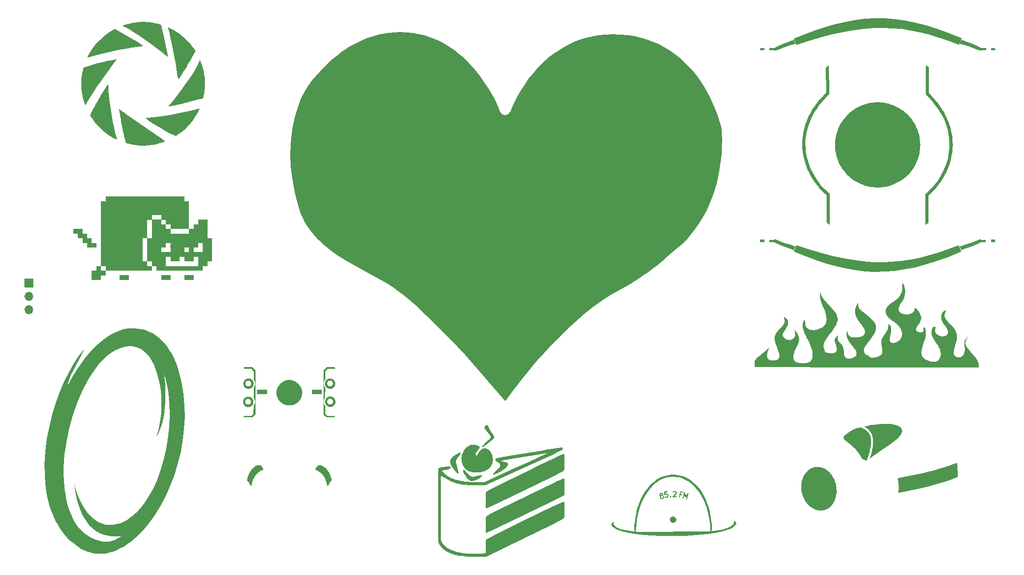
<source format=gts>
G04 #@! TF.GenerationSoftware,KiCad,Pcbnew,9.0.0*
G04 #@! TF.CreationDate,2025-03-31T16:50:07-07:00*
G04 #@! TF.ProjectId,proto-for-mfg,70726f74-6f2d-4666-9f72-2d6d66672e6b,rev?*
G04 #@! TF.SameCoordinates,Original*
G04 #@! TF.FileFunction,Soldermask,Top*
G04 #@! TF.FilePolarity,Negative*
%FSLAX46Y46*%
G04 Gerber Fmt 4.6, Leading zero omitted, Abs format (unit mm)*
G04 Created by KiCad (PCBNEW 9.0.0) date 2025-03-31 16:50:07*
%MOMM*%
%LPD*%
G01*
G04 APERTURE LIST*
%ADD10R,1.700000X1.700000*%
%ADD11O,1.700000X1.700000*%
G04 APERTURE END LIST*
D10*
X27469855Y-91056947D03*
D11*
X27469855Y-93596947D03*
X27469855Y-96136947D03*
G36*
X150610626Y-127619988D02*
G01*
X150619239Y-127620589D01*
X151006574Y-127661192D01*
X151015153Y-127662395D01*
X151394352Y-127729176D01*
X151402801Y-127730970D01*
X151773575Y-127823276D01*
X151781801Y-127825628D01*
X152143953Y-127942836D01*
X152151874Y-127945700D01*
X152505157Y-128087194D01*
X152512708Y-128090514D01*
X152856839Y-128255680D01*
X152863968Y-128259390D01*
X153198700Y-128447639D01*
X153205374Y-128451674D01*
X153530382Y-128662389D01*
X153536582Y-128666682D01*
X153851569Y-128899265D01*
X153857290Y-128903754D01*
X154161955Y-129157614D01*
X154167203Y-129162245D01*
X154461159Y-129436717D01*
X154465950Y-129441439D01*
X154748929Y-129735965D01*
X154753282Y-129740739D01*
X155023909Y-130053505D01*
X155029672Y-130060689D01*
X155538375Y-130745351D01*
X155544782Y-130754862D01*
X156002952Y-131508071D01*
X156008088Y-131517393D01*
X156413893Y-132335152D01*
X156417953Y-132344231D01*
X156768648Y-133221225D01*
X156771796Y-133230051D01*
X157064671Y-134160932D01*
X157067038Y-134169521D01*
X157299416Y-135148932D01*
X157301101Y-135157312D01*
X157470324Y-136179847D01*
X157471402Y-136188052D01*
X157574848Y-137248357D01*
X157575370Y-137256421D01*
X157601053Y-138056883D01*
X157583529Y-138124520D01*
X157532219Y-138171944D01*
X157463415Y-138184101D01*
X157398961Y-138157129D01*
X157392945Y-138151915D01*
X157339001Y-138102049D01*
X157303135Y-138042088D01*
X157299302Y-138016649D01*
X157279487Y-137582618D01*
X157242183Y-137100204D01*
X157189938Y-136621125D01*
X157122970Y-136146215D01*
X157041509Y-135676349D01*
X156945763Y-135212310D01*
X156835981Y-134755061D01*
X156712350Y-134305324D01*
X156575115Y-133864024D01*
X156424503Y-133432026D01*
X156260723Y-133010135D01*
X156084001Y-132599223D01*
X155894560Y-132200129D01*
X155692641Y-131813745D01*
X155478408Y-131440815D01*
X155252165Y-131082325D01*
X155014079Y-130739041D01*
X155014075Y-130739035D01*
X154764380Y-130411822D01*
X154503299Y-130101531D01*
X154231074Y-129809036D01*
X154231066Y-129809027D01*
X153947891Y-129535147D01*
X153947887Y-129535143D01*
X153654008Y-129280748D01*
X153349620Y-129046666D01*
X153034964Y-128833763D01*
X153034957Y-128833759D01*
X152710276Y-128642897D01*
X152710275Y-128642896D01*
X152375727Y-128474889D01*
X152031603Y-128330622D01*
X152031601Y-128330621D01*
X151678114Y-128210937D01*
X151678075Y-128210925D01*
X151315417Y-128116663D01*
X151315407Y-128116660D01*
X150943812Y-128048674D01*
X150943799Y-128048673D01*
X150563493Y-128007814D01*
X150174674Y-127994931D01*
X149786234Y-128010691D01*
X149406992Y-128054607D01*
X149037136Y-128125799D01*
X148676795Y-128223397D01*
X148326177Y-128346511D01*
X147985432Y-128494262D01*
X147985427Y-128494265D01*
X147654696Y-128665787D01*
X147654676Y-128665799D01*
X147334129Y-128860210D01*
X147023928Y-129076636D01*
X146724240Y-129314194D01*
X146435232Y-129572001D01*
X146157038Y-129849210D01*
X146157037Y-129849211D01*
X145633854Y-130458203D01*
X145155958Y-131134184D01*
X144724654Y-131870137D01*
X144341258Y-132659006D01*
X144341257Y-132659007D01*
X144007062Y-133493784D01*
X143723362Y-134367459D01*
X143491463Y-135273000D01*
X143312664Y-136203393D01*
X143312659Y-136203423D01*
X143188267Y-137151600D01*
X143122988Y-138062909D01*
X143098564Y-138128370D01*
X143085016Y-138143657D01*
X143003594Y-138221538D01*
X142941542Y-138253652D01*
X142871978Y-138247120D01*
X142816989Y-138204016D01*
X142794033Y-138138025D01*
X142793899Y-138129918D01*
X142797998Y-137877290D01*
X142798130Y-137873251D01*
X142824550Y-137332504D01*
X142824815Y-137328446D01*
X142868444Y-136795052D01*
X142868845Y-136790973D01*
X142929356Y-136265597D01*
X142929899Y-136261491D01*
X143006949Y-135744946D01*
X143007638Y-135740809D01*
X143100897Y-135233765D01*
X143101739Y-135229592D01*
X143210870Y-134732782D01*
X143211873Y-134728568D01*
X143336537Y-134242711D01*
X143337711Y-134238450D01*
X143477583Y-133764214D01*
X143478941Y-133759903D01*
X143633649Y-133298107D01*
X143635203Y-133293740D01*
X143804433Y-132845021D01*
X143806199Y-132840597D01*
X143989596Y-132405690D01*
X143991593Y-132401205D01*
X144188799Y-131980855D01*
X144191046Y-131976309D01*
X144401735Y-131571176D01*
X144404256Y-131566571D01*
X144628033Y-131177451D01*
X144630850Y-131172791D01*
X144867417Y-130800291D01*
X144870559Y-130795585D01*
X145119516Y-130440481D01*
X145123010Y-130435741D01*
X145384017Y-130098705D01*
X145387893Y-130093948D01*
X145660587Y-129775683D01*
X145664873Y-129770934D01*
X145948910Y-129472109D01*
X145953635Y-129467399D01*
X146248636Y-129188718D01*
X146253823Y-129184086D01*
X146559463Y-128926198D01*
X146565133Y-128921691D01*
X146881034Y-128685285D01*
X146887196Y-128680958D01*
X147213084Y-128466646D01*
X147219740Y-128462564D01*
X147555220Y-128271043D01*
X147562355Y-128267272D01*
X147907161Y-128099159D01*
X147914745Y-128095770D01*
X148268597Y-127951706D01*
X148276585Y-127948770D01*
X148639175Y-127829418D01*
X148647499Y-127826997D01*
X149018590Y-127733004D01*
X149027168Y-127731151D01*
X149406545Y-127663181D01*
X149415283Y-127661935D01*
X149802678Y-127620682D01*
X149811470Y-127620061D01*
X150206716Y-127606226D01*
X150215369Y-127606225D01*
X150610626Y-127619988D01*
G37*
G36*
X157565144Y-138320665D02*
G01*
X157586775Y-138334343D01*
X157597929Y-138343130D01*
X157638409Y-138400078D01*
X157641674Y-138469872D01*
X157606687Y-138530351D01*
X157544557Y-138562314D01*
X157475010Y-138555613D01*
X157456013Y-138546022D01*
X157451043Y-138542951D01*
X157432056Y-138528523D01*
X157425872Y-138522807D01*
X157390003Y-138462847D01*
X157392245Y-138393014D01*
X157431886Y-138335478D01*
X157496340Y-138308507D01*
X157565144Y-138320665D01*
G37*
G36*
X142947151Y-138389954D02*
G01*
X142998916Y-138436882D01*
X143017092Y-138504346D01*
X142995909Y-138570927D01*
X142978834Y-138591173D01*
X142970716Y-138598938D01*
X142951589Y-138613937D01*
X142946139Y-138617406D01*
X142879014Y-138636798D01*
X142812061Y-138616821D01*
X142766537Y-138563818D01*
X142756895Y-138494617D01*
X142786197Y-138431188D01*
X142800474Y-138417288D01*
X142814042Y-138406054D01*
X142878233Y-138378462D01*
X142947151Y-138389954D01*
G37*
G36*
X189585631Y-56666707D02*
G01*
X189585656Y-56666708D01*
X189997523Y-56698072D01*
X189997548Y-56698074D01*
X190403465Y-56749724D01*
X190403490Y-56749727D01*
X190802944Y-56821147D01*
X190802969Y-56821152D01*
X191195449Y-56911832D01*
X191195473Y-56911839D01*
X191580468Y-57021266D01*
X191580492Y-57021274D01*
X191957487Y-57148938D01*
X191957511Y-57148946D01*
X192325996Y-57294333D01*
X192326019Y-57294343D01*
X192685481Y-57456943D01*
X192685503Y-57456953D01*
X193035430Y-57636253D01*
X193035451Y-57636264D01*
X193375331Y-57831751D01*
X193375352Y-57831764D01*
X193704673Y-58042927D01*
X193704693Y-58042940D01*
X194022941Y-58269266D01*
X194022960Y-58269280D01*
X194329625Y-58510259D01*
X194329644Y-58510274D01*
X194624213Y-58765392D01*
X194624230Y-58765408D01*
X194906192Y-59034153D01*
X194906208Y-59034170D01*
X195175049Y-59316032D01*
X195175065Y-59316050D01*
X195430272Y-59610515D01*
X195430288Y-59610533D01*
X195671350Y-59917090D01*
X195671365Y-59917109D01*
X195897772Y-60235247D01*
X195897785Y-60235267D01*
X196109022Y-60564471D01*
X196109035Y-60564492D01*
X196304591Y-60904252D01*
X196304602Y-60904273D01*
X196483964Y-61254078D01*
X196483975Y-61254100D01*
X196646632Y-61613435D01*
X196646642Y-61613457D01*
X196792081Y-61981813D01*
X196792089Y-61981836D01*
X196919798Y-62358700D01*
X196919805Y-62358723D01*
X197029271Y-62743582D01*
X197029277Y-62743607D01*
X197119990Y-63135950D01*
X197119995Y-63135975D01*
X197191441Y-63535288D01*
X197191444Y-63535313D01*
X197243111Y-63941087D01*
X197243113Y-63941112D01*
X197274489Y-64352834D01*
X197274490Y-64352859D01*
X197285062Y-64770016D01*
X197285062Y-64770042D01*
X197274490Y-65187198D01*
X197274489Y-65187223D01*
X197243113Y-65598944D01*
X197243111Y-65598969D01*
X197191444Y-66004743D01*
X197191441Y-66004768D01*
X197119995Y-66404081D01*
X197119990Y-66404106D01*
X197029277Y-66796448D01*
X197029271Y-66796473D01*
X196919805Y-67181332D01*
X196919798Y-67181355D01*
X196792089Y-67558219D01*
X196792081Y-67558242D01*
X196646642Y-67926597D01*
X196646632Y-67926619D01*
X196483975Y-68285955D01*
X196483964Y-68285977D01*
X196304602Y-68635781D01*
X196304591Y-68635802D01*
X196109035Y-68975562D01*
X196109022Y-68975583D01*
X195897785Y-69304788D01*
X195897772Y-69304808D01*
X195671365Y-69622945D01*
X195671350Y-69622964D01*
X195430288Y-69929521D01*
X195430272Y-69929539D01*
X195175065Y-70224004D01*
X195175049Y-70224022D01*
X194906208Y-70505883D01*
X194906192Y-70505900D01*
X194624230Y-70774646D01*
X194624213Y-70774662D01*
X194329644Y-71029780D01*
X194329625Y-71029795D01*
X194022960Y-71270774D01*
X194022941Y-71270788D01*
X193704693Y-71497114D01*
X193704673Y-71497127D01*
X193375352Y-71708290D01*
X193375331Y-71708303D01*
X193035451Y-71903790D01*
X193035430Y-71903801D01*
X192685503Y-72083101D01*
X192685481Y-72083111D01*
X192326019Y-72245711D01*
X192325996Y-72245721D01*
X191957511Y-72391108D01*
X191957487Y-72391116D01*
X191580492Y-72518780D01*
X191580468Y-72518788D01*
X191195473Y-72628215D01*
X191195449Y-72628222D01*
X190802969Y-72718902D01*
X190802944Y-72718907D01*
X190403490Y-72790327D01*
X190403465Y-72790330D01*
X189997548Y-72841980D01*
X189997523Y-72841982D01*
X189585656Y-72873346D01*
X189585631Y-72873347D01*
X189168328Y-72883916D01*
X189168302Y-72883916D01*
X188750999Y-72873347D01*
X188750974Y-72873346D01*
X188339106Y-72841982D01*
X188339081Y-72841980D01*
X187933164Y-72790330D01*
X187933139Y-72790327D01*
X187533685Y-72718907D01*
X187533660Y-72718902D01*
X187141179Y-72628222D01*
X187141155Y-72628215D01*
X186756161Y-72518788D01*
X186756137Y-72518780D01*
X186379141Y-72391116D01*
X186379117Y-72391108D01*
X186010632Y-72245721D01*
X186010609Y-72245711D01*
X185651147Y-72083111D01*
X185651125Y-72083101D01*
X185301197Y-71903801D01*
X185301176Y-71903790D01*
X184961296Y-71708303D01*
X184961275Y-71708290D01*
X184631955Y-71497127D01*
X184631935Y-71497114D01*
X184313686Y-71270788D01*
X184313667Y-71270774D01*
X184007002Y-71029795D01*
X184006983Y-71029780D01*
X183712414Y-70774662D01*
X183712397Y-70774646D01*
X183430435Y-70505900D01*
X183430419Y-70505883D01*
X183161578Y-70224022D01*
X183161562Y-70224004D01*
X182906355Y-69929539D01*
X182906339Y-69929521D01*
X182665277Y-69622964D01*
X182665262Y-69622945D01*
X182438855Y-69304808D01*
X182438842Y-69304788D01*
X182227605Y-68975583D01*
X182227592Y-68975562D01*
X182032036Y-68635802D01*
X182032025Y-68635781D01*
X181852663Y-68285977D01*
X181852652Y-68285955D01*
X181689995Y-67926619D01*
X181689985Y-67926597D01*
X181544547Y-67558242D01*
X181544539Y-67558219D01*
X181416830Y-67181355D01*
X181416823Y-67181332D01*
X181307356Y-66796473D01*
X181307350Y-66796448D01*
X181216638Y-66404106D01*
X181216633Y-66404081D01*
X181145187Y-66004768D01*
X181145184Y-66004743D01*
X181093517Y-65598969D01*
X181093515Y-65598944D01*
X181062139Y-65187223D01*
X181062138Y-65187198D01*
X181051565Y-64770042D01*
X181051565Y-64770016D01*
X181062138Y-64352859D01*
X181062139Y-64352834D01*
X181093515Y-63941112D01*
X181093517Y-63941087D01*
X181145184Y-63535313D01*
X181145187Y-63535288D01*
X181216633Y-63135975D01*
X181216638Y-63135950D01*
X181307350Y-62743607D01*
X181307356Y-62743582D01*
X181416823Y-62358723D01*
X181416830Y-62358700D01*
X181544539Y-61981836D01*
X181544547Y-61981813D01*
X181689985Y-61613457D01*
X181689995Y-61613435D01*
X181852652Y-61254100D01*
X181852663Y-61254078D01*
X182032025Y-60904273D01*
X182032036Y-60904252D01*
X182227592Y-60564492D01*
X182227605Y-60564471D01*
X182438842Y-60235267D01*
X182438855Y-60235247D01*
X182665262Y-59917109D01*
X182665277Y-59917090D01*
X182906339Y-59610533D01*
X182906355Y-59610515D01*
X183161562Y-59316050D01*
X183161578Y-59316032D01*
X183430419Y-59034170D01*
X183430435Y-59034153D01*
X183712397Y-58765408D01*
X183712414Y-58765392D01*
X184006983Y-58510274D01*
X184007002Y-58510259D01*
X184313667Y-58269280D01*
X184313686Y-58269266D01*
X184631935Y-58042940D01*
X184631955Y-58042927D01*
X184961275Y-57831764D01*
X184961296Y-57831751D01*
X185301176Y-57636264D01*
X185301197Y-57636253D01*
X185651125Y-57456953D01*
X185651147Y-57456943D01*
X186010609Y-57294343D01*
X186010632Y-57294333D01*
X186379117Y-57148946D01*
X186379141Y-57148938D01*
X186756137Y-57021274D01*
X186756161Y-57021266D01*
X187141155Y-56911839D01*
X187141179Y-56911832D01*
X187533660Y-56821152D01*
X187533685Y-56821147D01*
X187933139Y-56749727D01*
X187933164Y-56749724D01*
X188339081Y-56698074D01*
X188339106Y-56698072D01*
X188750974Y-56666708D01*
X188750999Y-56666707D01*
X189168302Y-56656138D01*
X189168328Y-56656138D01*
X189585631Y-56666707D01*
G37*
G36*
X69360125Y-109259510D02*
G01*
X69366400Y-109259828D01*
X69410635Y-109263197D01*
X69416877Y-109263832D01*
X69460341Y-109269365D01*
X69466511Y-109270309D01*
X69509260Y-109277954D01*
X69515356Y-109279202D01*
X69557331Y-109288904D01*
X69563319Y-109290447D01*
X69604475Y-109302149D01*
X69610343Y-109303975D01*
X69650648Y-109317627D01*
X69656394Y-109319733D01*
X69695807Y-109335290D01*
X69701400Y-109337658D01*
X69739884Y-109355072D01*
X69745327Y-109357696D01*
X69782782Y-109376895D01*
X69788056Y-109379762D01*
X69824487Y-109400722D01*
X69829599Y-109403830D01*
X69864904Y-109426476D01*
X69869837Y-109429809D01*
X69903977Y-109454097D01*
X69908725Y-109457649D01*
X69941653Y-109483532D01*
X69946219Y-109487301D01*
X69977837Y-109514694D01*
X69982209Y-109518669D01*
X70012510Y-109547560D01*
X70016686Y-109551736D01*
X70045579Y-109582039D01*
X70049554Y-109586412D01*
X70076920Y-109617999D01*
X70080687Y-109622562D01*
X70106585Y-109655508D01*
X70110139Y-109660258D01*
X70134432Y-109694405D01*
X70137766Y-109699338D01*
X70160422Y-109734659D01*
X70163527Y-109739767D01*
X70184471Y-109776167D01*
X70187341Y-109781447D01*
X70206558Y-109818939D01*
X70209181Y-109824380D01*
X70226578Y-109862826D01*
X70228947Y-109868421D01*
X70244508Y-109907846D01*
X70246611Y-109913585D01*
X70260263Y-109953884D01*
X70262091Y-109959755D01*
X70273797Y-110000922D01*
X70275340Y-110006915D01*
X70285039Y-110048882D01*
X70286287Y-110054973D01*
X70293928Y-110097696D01*
X70294873Y-110103870D01*
X70300412Y-110147386D01*
X70301046Y-110153627D01*
X70304413Y-110197838D01*
X70304731Y-110204112D01*
X70305869Y-110249013D01*
X70305869Y-110255297D01*
X70304731Y-110300198D01*
X70304413Y-110306473D01*
X70301046Y-110350680D01*
X70300411Y-110356921D01*
X70294871Y-110400444D01*
X70293928Y-110406614D01*
X70286289Y-110449332D01*
X70285040Y-110455427D01*
X70275340Y-110497396D01*
X70273797Y-110503387D01*
X70262090Y-110544559D01*
X70260261Y-110550434D01*
X70246614Y-110590715D01*
X70244513Y-110596448D01*
X70228944Y-110635896D01*
X70226574Y-110641495D01*
X70209181Y-110679932D01*
X70206558Y-110685372D01*
X70187341Y-110722864D01*
X70184471Y-110728144D01*
X70163527Y-110764544D01*
X70160422Y-110769652D01*
X70137766Y-110804973D01*
X70134432Y-110809906D01*
X70110139Y-110844053D01*
X70106585Y-110848803D01*
X70080697Y-110881736D01*
X70076932Y-110886297D01*
X70049544Y-110917911D01*
X70045567Y-110922287D01*
X70016666Y-110952598D01*
X70012488Y-110956775D01*
X69982217Y-110985636D01*
X69977847Y-110989609D01*
X69946221Y-111017009D01*
X69941656Y-111020777D01*
X69908726Y-111046662D01*
X69903977Y-111050215D01*
X69869837Y-111074503D01*
X69864904Y-111077836D01*
X69829599Y-111100482D01*
X69824487Y-111103590D01*
X69788063Y-111124546D01*
X69782792Y-111127411D01*
X69745324Y-111146618D01*
X69739873Y-111149246D01*
X69701396Y-111166655D01*
X69695808Y-111169021D01*
X69656410Y-111184572D01*
X69650670Y-111186676D01*
X69610339Y-111200339D01*
X69604465Y-111202167D01*
X69563320Y-111213866D01*
X69557332Y-111215409D01*
X69515357Y-111225111D01*
X69509260Y-111226360D01*
X69466543Y-111233999D01*
X69460371Y-111234943D01*
X69421346Y-111239910D01*
X69406056Y-111240901D01*
X69269273Y-111241305D01*
X69256225Y-111240656D01*
X69119536Y-111226602D01*
X69104296Y-111224067D01*
X69066843Y-111215411D01*
X69060850Y-111213868D01*
X69019683Y-111202162D01*
X69013812Y-111200334D01*
X68973513Y-111186682D01*
X68967773Y-111184578D01*
X68928357Y-111169020D01*
X68922765Y-111166653D01*
X68884295Y-111149246D01*
X68878849Y-111146620D01*
X68841389Y-111127418D01*
X68836114Y-111124551D01*
X68799688Y-111103593D01*
X68794580Y-111100488D01*
X68759264Y-111077836D01*
X68754330Y-111074501D01*
X68720188Y-111050212D01*
X68715437Y-111046658D01*
X68682513Y-111020777D01*
X68677947Y-111017008D01*
X68646305Y-110989593D01*
X68641934Y-110985620D01*
X68611672Y-110956766D01*
X68607497Y-110952590D01*
X68578605Y-110922288D01*
X68574631Y-110917917D01*
X68547238Y-110886300D01*
X68543468Y-110881733D01*
X68517582Y-110848801D01*
X68514029Y-110844052D01*
X68489741Y-110809911D01*
X68486408Y-110804978D01*
X68463756Y-110769663D01*
X68460651Y-110764556D01*
X68439686Y-110728119D01*
X68436817Y-110722840D01*
X68417620Y-110685388D01*
X68414995Y-110679945D01*
X68397587Y-110641473D01*
X68395219Y-110635878D01*
X68379659Y-110596455D01*
X68377556Y-110590718D01*
X68363913Y-110550446D01*
X68362084Y-110544571D01*
X68350374Y-110503385D01*
X68348832Y-110497398D01*
X68339130Y-110455423D01*
X68337881Y-110449327D01*
X68330237Y-110406583D01*
X68329294Y-110400413D01*
X68323761Y-110356948D01*
X68323126Y-110350706D01*
X68319757Y-110306473D01*
X68319439Y-110300198D01*
X68318301Y-110255297D01*
X68318301Y-110249013D01*
X68318955Y-110223211D01*
X68739373Y-110223211D01*
X68739381Y-110223513D01*
X68739381Y-110229338D01*
X68739373Y-110229640D01*
X68739921Y-110251245D01*
X68739943Y-110251539D01*
X68740237Y-110257345D01*
X68740245Y-110257650D01*
X68741871Y-110278993D01*
X68741907Y-110279275D01*
X68742499Y-110285096D01*
X68742519Y-110285357D01*
X68745197Y-110306403D01*
X68745241Y-110306646D01*
X68746125Y-110312422D01*
X68746157Y-110312673D01*
X68749862Y-110333391D01*
X68749903Y-110333568D01*
X68751089Y-110339351D01*
X68751135Y-110339610D01*
X68755832Y-110359933D01*
X68755886Y-110360123D01*
X68757371Y-110365887D01*
X68757412Y-110366065D01*
X68763077Y-110385991D01*
X68763136Y-110386165D01*
X68764898Y-110391824D01*
X68764943Y-110391982D01*
X68771554Y-110411500D01*
X68771593Y-110411598D01*
X68773664Y-110417248D01*
X68773705Y-110417370D01*
X68781238Y-110436457D01*
X68781274Y-110436536D01*
X68783628Y-110442096D01*
X68783657Y-110442171D01*
X68792088Y-110460803D01*
X68792098Y-110460822D01*
X68794741Y-110466303D01*
X68794758Y-110466341D01*
X68804049Y-110484468D01*
X68806982Y-110489863D01*
X68806991Y-110489881D01*
X68817120Y-110507486D01*
X68820263Y-110512656D01*
X68831262Y-110529803D01*
X68834589Y-110534726D01*
X68846394Y-110551321D01*
X68849953Y-110556078D01*
X68862518Y-110572062D01*
X68866259Y-110576593D01*
X68879600Y-110591994D01*
X68883540Y-110596328D01*
X68897587Y-110611060D01*
X68901716Y-110615189D01*
X68916465Y-110629251D01*
X68920764Y-110633159D01*
X68936197Y-110646530D01*
X68940721Y-110650265D01*
X68956719Y-110662840D01*
X68961428Y-110666362D01*
X68978036Y-110678178D01*
X68982970Y-110681512D01*
X69000142Y-110692528D01*
X69005311Y-110695668D01*
X69022905Y-110705791D01*
X69028314Y-110708731D01*
X69046423Y-110718013D01*
X69046453Y-110718027D01*
X69051978Y-110720691D01*
X69051984Y-110720694D01*
X69070588Y-110729112D01*
X69070627Y-110729128D01*
X69076279Y-110731520D01*
X69076326Y-110731541D01*
X69095394Y-110739067D01*
X69095465Y-110739091D01*
X69101186Y-110741188D01*
X69101270Y-110741221D01*
X69120768Y-110747825D01*
X69120893Y-110747861D01*
X69126697Y-110749668D01*
X69126801Y-110749703D01*
X69146724Y-110755368D01*
X69253537Y-110756438D01*
X69265780Y-110760166D01*
X69419858Y-110756946D01*
X69421943Y-110756581D01*
X69423074Y-110756260D01*
X69423057Y-110756201D01*
X69445893Y-110749707D01*
X69446008Y-110749669D01*
X69451834Y-110747855D01*
X69451947Y-110747822D01*
X69471422Y-110741225D01*
X69471505Y-110741193D01*
X69477256Y-110739086D01*
X69477319Y-110739064D01*
X69496374Y-110731543D01*
X69496397Y-110731533D01*
X69502078Y-110729128D01*
X69502126Y-110729108D01*
X69520703Y-110720702D01*
X69526279Y-110718013D01*
X69544436Y-110708706D01*
X69549768Y-110705808D01*
X69567437Y-110695641D01*
X69572566Y-110692523D01*
X69589722Y-110681520D01*
X69594630Y-110678202D01*
X69611246Y-110666382D01*
X69615982Y-110662839D01*
X69632020Y-110650232D01*
X69636502Y-110646533D01*
X69651963Y-110633137D01*
X69656205Y-110629281D01*
X69671044Y-110615131D01*
X69675094Y-110611080D01*
X69689150Y-110596340D01*
X69693087Y-110592010D01*
X69706461Y-110576572D01*
X69710165Y-110572083D01*
X69722768Y-110556052D01*
X69726278Y-110551360D01*
X69738099Y-110534744D01*
X69741424Y-110529827D01*
X69752447Y-110512641D01*
X69755552Y-110507533D01*
X69765732Y-110489840D01*
X69768658Y-110484455D01*
X69777928Y-110466370D01*
X69780625Y-110460776D01*
X69789026Y-110442211D01*
X69789058Y-110442132D01*
X69791458Y-110436464D01*
X69791466Y-110436446D01*
X69798988Y-110417388D01*
X69799014Y-110417312D01*
X69801123Y-110411559D01*
X69801149Y-110411491D01*
X69807747Y-110392015D01*
X69807786Y-110391881D01*
X69809586Y-110386099D01*
X69809625Y-110385981D01*
X69815289Y-110366062D01*
X69815319Y-110365933D01*
X69816828Y-110360076D01*
X69816873Y-110359915D01*
X69821557Y-110339641D01*
X69821592Y-110339450D01*
X69822806Y-110333527D01*
X69822846Y-110333351D01*
X69826537Y-110312720D01*
X69826562Y-110312527D01*
X69827472Y-110306577D01*
X69827509Y-110306365D01*
X69830179Y-110285384D01*
X69830198Y-110285144D01*
X69830798Y-110279236D01*
X69830829Y-110278986D01*
X69832454Y-110257659D01*
X69832461Y-110257408D01*
X69832761Y-110251483D01*
X69832780Y-110251219D01*
X69833326Y-110229659D01*
X69833320Y-110229386D01*
X69833320Y-110223468D01*
X69833326Y-110223194D01*
X69832780Y-110201642D01*
X69832761Y-110201377D01*
X69832460Y-110195447D01*
X69832452Y-110195175D01*
X69830829Y-110173863D01*
X69830799Y-110173625D01*
X69830197Y-110167700D01*
X69830178Y-110167466D01*
X69827508Y-110146485D01*
X69827471Y-110146273D01*
X69826564Y-110140347D01*
X69826537Y-110140137D01*
X69822842Y-110119488D01*
X69822800Y-110119303D01*
X69821591Y-110113398D01*
X69821559Y-110113224D01*
X69816874Y-110092948D01*
X69816829Y-110092787D01*
X69815324Y-110086940D01*
X69815287Y-110086781D01*
X69809632Y-110066894D01*
X69809587Y-110066761D01*
X69807784Y-110060968D01*
X69807747Y-110060839D01*
X69801146Y-110041353D01*
X69801110Y-110041261D01*
X69799013Y-110035540D01*
X69798988Y-110035466D01*
X69791466Y-110016409D01*
X69791445Y-110016362D01*
X69789055Y-110010715D01*
X69789034Y-110010663D01*
X69780623Y-109992075D01*
X69780619Y-109992067D01*
X69777930Y-109986491D01*
X69777923Y-109986475D01*
X69768653Y-109968390D01*
X69765720Y-109962994D01*
X69755595Y-109945396D01*
X69752449Y-109940219D01*
X69741451Y-109923070D01*
X69738100Y-109918110D01*
X69726284Y-109901504D01*
X69722773Y-109896810D01*
X69710181Y-109880791D01*
X69706452Y-109876273D01*
X69693081Y-109860840D01*
X69689149Y-109856515D01*
X69675110Y-109841789D01*
X69670989Y-109837668D01*
X69656279Y-109823643D01*
X69651946Y-109819703D01*
X69636549Y-109806361D01*
X69632021Y-109802623D01*
X69615984Y-109790016D01*
X69611250Y-109786475D01*
X69594661Y-109774674D01*
X69589690Y-109771314D01*
X69572577Y-109760337D01*
X69567473Y-109757234D01*
X69549789Y-109747059D01*
X69544404Y-109744131D01*
X69526283Y-109734842D01*
X69526261Y-109734833D01*
X69520734Y-109732168D01*
X69520705Y-109732153D01*
X69502095Y-109723732D01*
X69502030Y-109723707D01*
X69496465Y-109721351D01*
X69496390Y-109721317D01*
X69477308Y-109713785D01*
X69477204Y-109713750D01*
X69471535Y-109711672D01*
X69471444Y-109711636D01*
X69451923Y-109705023D01*
X69451798Y-109704988D01*
X69446052Y-109703199D01*
X69445905Y-109703149D01*
X69426000Y-109697489D01*
X69425817Y-109697447D01*
X69420012Y-109695952D01*
X69419853Y-109695907D01*
X69399515Y-109691206D01*
X69399282Y-109691164D01*
X69393486Y-109689977D01*
X69393304Y-109689935D01*
X69372611Y-109686233D01*
X69372361Y-109686201D01*
X69366567Y-109685315D01*
X69366297Y-109685267D01*
X69345294Y-109682595D01*
X69345037Y-109682575D01*
X69339203Y-109681982D01*
X69338929Y-109681947D01*
X69317574Y-109680320D01*
X69317271Y-109680312D01*
X69311465Y-109680018D01*
X69311172Y-109679996D01*
X69289568Y-109679448D01*
X69289266Y-109679456D01*
X69283441Y-109679456D01*
X69283139Y-109679448D01*
X69261524Y-109679996D01*
X69261235Y-109680018D01*
X69255437Y-109680312D01*
X69255114Y-109680320D01*
X69233790Y-109681945D01*
X69233503Y-109681982D01*
X69227692Y-109682573D01*
X69227420Y-109682594D01*
X69206412Y-109685266D01*
X69206148Y-109685314D01*
X69200311Y-109686206D01*
X69200076Y-109686236D01*
X69179374Y-109689939D01*
X69179146Y-109689992D01*
X69173425Y-109691164D01*
X69173191Y-109691206D01*
X69152822Y-109695913D01*
X69152604Y-109695975D01*
X69146937Y-109697435D01*
X69146740Y-109697480D01*
X69126784Y-109703154D01*
X69126632Y-109703206D01*
X69120987Y-109704964D01*
X69120796Y-109705018D01*
X69101262Y-109711635D01*
X69101127Y-109711689D01*
X69095509Y-109713747D01*
X69095406Y-109713781D01*
X69076295Y-109721325D01*
X69076234Y-109721353D01*
X69070693Y-109723699D01*
X69070610Y-109723731D01*
X69051991Y-109732155D01*
X69051938Y-109732183D01*
X69046475Y-109734817D01*
X69046436Y-109734834D01*
X69028289Y-109744135D01*
X69028261Y-109744152D01*
X69022919Y-109747056D01*
X69022911Y-109747059D01*
X69005286Y-109757201D01*
X69000116Y-109760344D01*
X68982991Y-109771328D01*
X68978003Y-109774699D01*
X68961459Y-109786470D01*
X68956723Y-109790012D01*
X68940694Y-109802612D01*
X68936199Y-109806322D01*
X68920797Y-109819666D01*
X68916458Y-109823610D01*
X68901739Y-109837643D01*
X68897601Y-109841780D01*
X68883507Y-109856563D01*
X68879597Y-109860865D01*
X68866268Y-109876252D01*
X68862514Y-109880800D01*
X68849951Y-109896781D01*
X68846381Y-109901552D01*
X68834617Y-109918089D01*
X68831248Y-109923072D01*
X68820269Y-109940189D01*
X68820266Y-109940196D01*
X68817120Y-109945369D01*
X68806982Y-109962990D01*
X68806964Y-109963026D01*
X68804074Y-109968344D01*
X68804056Y-109968374D01*
X68794756Y-109986518D01*
X68794735Y-109986565D01*
X68792117Y-109991995D01*
X68792088Y-109992050D01*
X68783664Y-110010669D01*
X68783629Y-110010759D01*
X68781276Y-110016319D01*
X68781236Y-110016406D01*
X68773708Y-110035475D01*
X68773672Y-110035584D01*
X68771614Y-110041202D01*
X68771560Y-110041338D01*
X68764947Y-110060858D01*
X68764906Y-110061003D01*
X68763127Y-110066717D01*
X68763077Y-110066864D01*
X68757409Y-110086797D01*
X68757366Y-110086985D01*
X68755886Y-110092733D01*
X68755831Y-110092927D01*
X68751134Y-110113247D01*
X68751086Y-110113517D01*
X68749911Y-110119254D01*
X68749861Y-110119469D01*
X68746159Y-110140167D01*
X68746125Y-110140434D01*
X68745242Y-110146205D01*
X68745195Y-110146466D01*
X68742519Y-110167488D01*
X68742499Y-110167754D01*
X68741907Y-110173581D01*
X68741871Y-110173862D01*
X68740245Y-110195205D01*
X68740237Y-110195511D01*
X68739943Y-110201309D01*
X68739921Y-110201598D01*
X68739373Y-110223211D01*
X68318955Y-110223211D01*
X68319439Y-110204111D01*
X68319757Y-110197836D01*
X68323126Y-110153603D01*
X68323761Y-110147361D01*
X68329294Y-110103897D01*
X68330237Y-110097727D01*
X68337881Y-110054983D01*
X68339130Y-110048887D01*
X68348832Y-110006912D01*
X68350375Y-110000924D01*
X68362080Y-109959757D01*
X68363908Y-109953884D01*
X68377565Y-109913570D01*
X68379669Y-109907829D01*
X68395221Y-109868429D01*
X68397588Y-109862837D01*
X68414996Y-109824365D01*
X68417620Y-109818923D01*
X68436816Y-109781472D01*
X68439686Y-109776192D01*
X68460651Y-109739755D01*
X68463756Y-109734648D01*
X68486408Y-109699333D01*
X68489741Y-109694400D01*
X68514029Y-109660259D01*
X68517582Y-109655510D01*
X68543468Y-109622578D01*
X68547238Y-109618011D01*
X68574632Y-109586393D01*
X68578605Y-109582022D01*
X68607465Y-109551753D01*
X68611641Y-109547578D01*
X68641957Y-109518672D01*
X68646332Y-109514695D01*
X68677959Y-109487295D01*
X68682521Y-109483529D01*
X68715435Y-109457656D01*
X68720185Y-109454103D01*
X68754329Y-109429812D01*
X68759264Y-109426476D01*
X68794572Y-109403829D01*
X68799678Y-109400725D01*
X68836120Y-109379757D01*
X68841398Y-109376888D01*
X68878859Y-109357686D01*
X68884302Y-109355062D01*
X68922766Y-109337657D01*
X68928363Y-109335287D01*
X68967747Y-109319743D01*
X68973485Y-109317641D01*
X69013824Y-109303976D01*
X69019695Y-109302148D01*
X69060857Y-109290444D01*
X69066848Y-109288901D01*
X69108808Y-109279203D01*
X69114899Y-109277955D01*
X69157654Y-109270308D01*
X69163829Y-109269363D01*
X69207291Y-109263831D01*
X69213531Y-109263197D01*
X69257764Y-109259828D01*
X69264039Y-109259510D01*
X69308940Y-109258372D01*
X69315224Y-109258372D01*
X69360125Y-109259510D01*
G37*
G36*
X44290832Y-48387317D02*
G01*
X44291407Y-48387421D01*
X44291563Y-48387476D01*
X44292055Y-48387751D01*
X44292199Y-48387872D01*
X44292554Y-48388305D01*
X44292636Y-48388447D01*
X44292837Y-48388983D01*
X44292865Y-48389100D01*
X44292937Y-48389708D01*
X44292940Y-48389792D01*
X44292906Y-48390469D01*
X44292900Y-48390527D01*
X44292774Y-48391283D01*
X44292765Y-48391324D01*
X44292552Y-48392161D01*
X44292543Y-48392192D01*
X44292243Y-48393113D01*
X44292235Y-48393136D01*
X44291850Y-48394150D01*
X44291378Y-48395256D01*
X44290825Y-48396446D01*
X44289489Y-48399046D01*
X44287847Y-48401951D01*
X44285908Y-48405141D01*
X44283683Y-48408598D01*
X44281185Y-48412302D01*
X44278421Y-48416235D01*
X44275404Y-48420376D01*
X44272143Y-48424706D01*
X44268655Y-48429197D01*
X43468723Y-49459566D01*
X42683045Y-50506127D01*
X41915803Y-51562816D01*
X41171198Y-52623542D01*
X41171199Y-52623543D01*
X40453396Y-53682272D01*
X39766622Y-54732869D01*
X39766623Y-54732870D01*
X39115036Y-55769321D01*
X38502857Y-56785497D01*
X38502858Y-56785498D01*
X38402576Y-56953495D01*
X38318811Y-57089431D01*
X38285855Y-57141037D01*
X38260304Y-57179421D01*
X38243250Y-57202845D01*
X38243218Y-57202886D01*
X38238153Y-57208515D01*
X38237992Y-57208634D01*
X38235119Y-57209977D01*
X38234402Y-57209773D01*
X38217281Y-57183617D01*
X38217246Y-57183554D01*
X38194995Y-57135616D01*
X38194984Y-57135590D01*
X38168085Y-57067870D01*
X38137207Y-56982627D01*
X38066229Y-56768713D01*
X37987459Y-56512047D01*
X37906311Y-56230849D01*
X37828203Y-55943338D01*
X37758551Y-55667733D01*
X37702772Y-55422256D01*
X37638988Y-55093120D01*
X37584983Y-54761293D01*
X37540735Y-54427453D01*
X37506227Y-54092276D01*
X37481441Y-53756443D01*
X37466356Y-53420631D01*
X37460956Y-53085519D01*
X37465221Y-52751783D01*
X37479133Y-52420102D01*
X37502674Y-52091155D01*
X37535824Y-51765619D01*
X37578565Y-51444175D01*
X37630878Y-51127497D01*
X37692745Y-50816266D01*
X37764149Y-50511158D01*
X37845067Y-50212862D01*
X37904009Y-50010209D01*
X37904355Y-50009853D01*
X38458632Y-49829726D01*
X38987617Y-49662052D01*
X39513533Y-49504206D01*
X40045411Y-49353864D01*
X40592288Y-49208700D01*
X41163200Y-49066388D01*
X41767182Y-48924604D01*
X42413272Y-48781024D01*
X43110503Y-48633319D01*
X44289333Y-48387525D01*
X44289993Y-48387366D01*
X44290077Y-48387353D01*
X44290708Y-48387310D01*
X44290832Y-48387317D01*
G37*
G36*
X37693114Y-80789868D02*
G01*
X37693114Y-81671298D01*
X38574438Y-81671298D01*
X38575024Y-81671884D01*
X38575024Y-82553205D01*
X39456347Y-82553205D01*
X39456933Y-82553791D01*
X39456933Y-83435115D01*
X40338363Y-83435115D01*
X40338949Y-83435701D01*
X40338949Y-84318545D01*
X40338363Y-84319131D01*
X38573610Y-84319131D01*
X38573024Y-84318545D01*
X38573024Y-83437115D01*
X37691700Y-83437115D01*
X37691114Y-83436529D01*
X37691114Y-82555205D01*
X36809686Y-82555205D01*
X36809100Y-82554619D01*
X36809100Y-81673298D01*
X35927777Y-81673298D01*
X35927191Y-81672712D01*
X35927191Y-80789868D01*
X35927777Y-80789282D01*
X37692528Y-80789282D01*
X37693114Y-80789868D01*
G37*
G36*
X179919231Y-49624299D02*
G01*
X179951846Y-54933694D01*
X179951846Y-54933720D01*
X179951328Y-54944875D01*
X179951327Y-54944899D01*
X179948044Y-54979194D01*
X179947405Y-54979721D01*
X179946495Y-54979633D01*
X179946424Y-54980019D01*
X179947368Y-54980110D01*
X179947895Y-54980749D01*
X179947720Y-54982578D01*
X179947708Y-54982651D01*
X179940709Y-55010920D01*
X179940530Y-55011895D01*
X179940503Y-55011991D01*
X179940350Y-55012369D01*
X179939685Y-55015062D01*
X179939662Y-55015132D01*
X179925989Y-55048398D01*
X179912610Y-55081964D01*
X179912578Y-55082030D01*
X179911181Y-55084428D01*
X179911076Y-55084689D01*
X179911029Y-55084777D01*
X179910629Y-55085378D01*
X179895760Y-55110941D01*
X179895718Y-55111002D01*
X179894567Y-55112441D01*
X179893744Y-55112533D01*
X179893002Y-55111940D01*
X179892827Y-55112204D01*
X179893548Y-55112780D01*
X179893640Y-55113603D01*
X179872134Y-55140536D01*
X179872118Y-55140554D01*
X179864733Y-55148926D01*
X179864716Y-55148944D01*
X179192606Y-55839283D01*
X178586881Y-56527447D01*
X178040457Y-57217779D01*
X177551528Y-57909185D01*
X177118184Y-58600733D01*
X176738538Y-59291489D01*
X176410733Y-59980509D01*
X176132931Y-60666836D01*
X175903272Y-61349638D01*
X175719951Y-62028010D01*
X175581169Y-62701118D01*
X175485171Y-63368046D01*
X175430214Y-64027992D01*
X175414583Y-64680039D01*
X175436584Y-65323259D01*
X175494538Y-65956784D01*
X175586770Y-66579657D01*
X175711610Y-67190897D01*
X175867396Y-67789551D01*
X176051308Y-68370979D01*
X176503948Y-69499803D01*
X177051883Y-70558121D01*
X177682863Y-71541240D01*
X178382907Y-72440649D01*
X179137871Y-73247920D01*
X179944488Y-73964547D01*
X179944506Y-73964563D01*
X179952479Y-73972380D01*
X179952496Y-73972397D01*
X179978197Y-74000196D01*
X179978243Y-74000254D01*
X179997066Y-74027830D01*
X179997103Y-74027893D01*
X179999696Y-74033241D01*
X180007120Y-74044464D01*
X180007166Y-74044551D01*
X180017766Y-74070487D01*
X180029985Y-74095671D01*
X180030019Y-74095763D01*
X180033409Y-74108754D01*
X180035670Y-74114283D01*
X180035692Y-74114353D01*
X180043655Y-74146781D01*
X180043667Y-74146854D01*
X180047202Y-74184548D01*
X180047203Y-74184572D01*
X180047700Y-74195723D01*
X180047700Y-74195747D01*
X180020915Y-79975498D01*
X180019862Y-79976059D01*
X179417472Y-79575589D01*
X179417234Y-79575145D01*
X179432308Y-74331829D01*
X178718932Y-73698039D01*
X178718914Y-73698023D01*
X178710944Y-73690210D01*
X178710927Y-73690192D01*
X178708899Y-73687999D01*
X178706650Y-73686023D01*
X178706632Y-73686007D01*
X178698619Y-73678239D01*
X178698602Y-73678222D01*
X177924397Y-72850377D01*
X177924381Y-72850359D01*
X177917163Y-72841839D01*
X177917148Y-72841820D01*
X177915510Y-72839682D01*
X177913664Y-72837739D01*
X177913648Y-72837721D01*
X177906366Y-72829257D01*
X177906350Y-72829238D01*
X177189151Y-71907788D01*
X177189137Y-71907768D01*
X177182723Y-71898637D01*
X177182709Y-71898616D01*
X177181252Y-71896310D01*
X177179555Y-71894160D01*
X177179540Y-71894141D01*
X177173061Y-71885058D01*
X177173047Y-71885037D01*
X176526807Y-70878140D01*
X176526794Y-70878119D01*
X176521236Y-70868447D01*
X176521224Y-70868425D01*
X176519838Y-70865713D01*
X176518176Y-70863152D01*
X176518163Y-70863131D01*
X176512550Y-70853482D01*
X176512539Y-70853461D01*
X175951210Y-69769274D01*
X175951200Y-69769252D01*
X175946558Y-69759095D01*
X175946549Y-69759073D01*
X175945220Y-69755743D01*
X175943567Y-69752564D01*
X175943556Y-69752542D01*
X175938897Y-69742394D01*
X175938887Y-69742372D01*
X175476426Y-68589055D01*
X175476418Y-68589032D01*
X175472777Y-68578481D01*
X175472770Y-68578458D01*
X175472685Y-68578170D01*
X175472567Y-68577892D01*
X175472558Y-68577869D01*
X175468672Y-68567403D01*
X175468664Y-68567379D01*
X175278865Y-67967336D01*
X175278858Y-67967312D01*
X175276839Y-67959642D01*
X175274474Y-67952093D01*
X175274467Y-67952070D01*
X175114618Y-67337803D01*
X175114613Y-67337779D01*
X175112953Y-67329823D01*
X175110939Y-67321950D01*
X175110934Y-67321926D01*
X174982779Y-66694456D01*
X174982774Y-66694432D01*
X174981512Y-66686211D01*
X174979885Y-66678020D01*
X174979881Y-66677996D01*
X174885163Y-66038341D01*
X174885160Y-66038317D01*
X174884324Y-66029810D01*
X174883132Y-66021367D01*
X174883129Y-66021342D01*
X174823595Y-65370526D01*
X174823593Y-65370501D01*
X174823227Y-65361807D01*
X174822499Y-65353083D01*
X174822498Y-65353058D01*
X174799889Y-64692098D01*
X174799889Y-64692073D01*
X174800020Y-64683193D01*
X174799798Y-64674273D01*
X174799798Y-64674248D01*
X174815862Y-64004163D01*
X174815863Y-64004138D01*
X174816523Y-63995103D01*
X174816831Y-63986071D01*
X174816832Y-63986046D01*
X174873309Y-63307859D01*
X174873312Y-63307835D01*
X174874520Y-63298735D01*
X174875380Y-63289624D01*
X174875382Y-63289600D01*
X174974019Y-62604327D01*
X174974023Y-62604303D01*
X174975789Y-62595214D01*
X174977207Y-62586097D01*
X174977211Y-62586073D01*
X175119752Y-61894737D01*
X175119758Y-61894713D01*
X175122075Y-61885723D01*
X175124053Y-61876667D01*
X175124058Y-61876643D01*
X175312246Y-61180263D01*
X175312253Y-61180240D01*
X175315105Y-61171427D01*
X175317626Y-61162507D01*
X175317633Y-61162484D01*
X175553213Y-60462081D01*
X175553221Y-60462058D01*
X175556578Y-60453492D01*
X175559613Y-60444791D01*
X175559621Y-60444768D01*
X175844338Y-59741361D01*
X175844347Y-59741339D01*
X175848160Y-59733103D01*
X175851674Y-59724680D01*
X175851684Y-59724657D01*
X176187279Y-59019264D01*
X176187290Y-59019243D01*
X176191521Y-59011365D01*
X176195450Y-59003311D01*
X176195461Y-59003289D01*
X176583681Y-58296933D01*
X176583693Y-58296911D01*
X176588295Y-58289430D01*
X176592565Y-58281811D01*
X176592577Y-58281790D01*
X177035165Y-57575490D01*
X177035179Y-57575469D01*
X177040042Y-57568492D01*
X177044634Y-57561273D01*
X177044647Y-57561253D01*
X177543348Y-56856026D01*
X177543362Y-56856006D01*
X177548465Y-56849490D01*
X177553274Y-56842766D01*
X177553288Y-56842746D01*
X178109845Y-56139615D01*
X178109860Y-56139596D01*
X178115125Y-56133575D01*
X178120098Y-56127335D01*
X178120113Y-56127316D01*
X178736270Y-55427301D01*
X178736287Y-55427283D01*
X178741633Y-55421777D01*
X178746728Y-55416006D01*
X178746745Y-55415988D01*
X179336750Y-54809974D01*
X179292233Y-50024647D01*
X179292478Y-50024193D01*
X179918193Y-49623735D01*
X179919231Y-49624299D01*
G37*
G36*
X42555852Y-53118726D02*
G01*
X42555962Y-53118743D01*
X42557626Y-53119189D01*
X42557727Y-53119228D01*
X42559328Y-53120057D01*
X42559409Y-53120109D01*
X42560943Y-53121325D01*
X42561001Y-53121379D01*
X42562469Y-53122979D01*
X42562509Y-53123029D01*
X42563920Y-53125025D01*
X42563947Y-53125068D01*
X42565305Y-53127469D01*
X42565323Y-53127504D01*
X42566634Y-53130321D01*
X42566647Y-53130350D01*
X42567916Y-53133598D01*
X42567925Y-53133622D01*
X42569156Y-53137322D01*
X42570352Y-53141480D01*
X42570359Y-53141504D01*
X42572639Y-53151206D01*
X42572644Y-53151229D01*
X42574804Y-53162911D01*
X42576853Y-53176662D01*
X42578806Y-53192568D01*
X42580674Y-53210723D01*
X42582470Y-53231224D01*
X42584207Y-53254163D01*
X42585900Y-53279634D01*
X42587559Y-53307734D01*
X42590827Y-53372184D01*
X42594115Y-53448264D01*
X42597522Y-53536721D01*
X42605098Y-53753744D01*
X42618644Y-54071380D01*
X42638367Y-54427011D01*
X42638368Y-54427011D01*
X42661613Y-54777170D01*
X42685725Y-55078387D01*
X42798915Y-56186724D01*
X42937850Y-57298755D01*
X43100216Y-58401735D01*
X43283687Y-59482826D01*
X43485940Y-60529218D01*
X43704653Y-61528096D01*
X43937510Y-62466677D01*
X44182170Y-63332074D01*
X44317751Y-63779749D01*
X44316843Y-63780599D01*
X44225492Y-63746110D01*
X43913698Y-63615694D01*
X43913669Y-63615681D01*
X43591870Y-63456902D01*
X43591846Y-63456889D01*
X43262267Y-63271728D01*
X43262247Y-63271716D01*
X42927110Y-63062144D01*
X42588643Y-62830135D01*
X42249084Y-62577673D01*
X41910662Y-62306736D01*
X41575602Y-62019300D01*
X41246136Y-61717341D01*
X40924491Y-61402836D01*
X40612896Y-61077761D01*
X40313577Y-60744094D01*
X40028766Y-60403809D01*
X39760689Y-60058884D01*
X39511575Y-59711295D01*
X39283665Y-59363035D01*
X39219245Y-59263095D01*
X39206363Y-59241559D01*
X39206351Y-59241539D01*
X39195074Y-59220528D01*
X39195060Y-59220499D01*
X39185541Y-59199573D01*
X39185525Y-59199534D01*
X39177924Y-59178262D01*
X39177910Y-59178215D01*
X39172384Y-59156166D01*
X39172374Y-59156114D01*
X39169082Y-59132869D01*
X39169078Y-59132830D01*
X39168317Y-59120612D01*
X39168316Y-59120587D01*
X39168173Y-59107908D01*
X39168174Y-59107872D01*
X39169815Y-59080937D01*
X39169820Y-59080894D01*
X39174159Y-59051464D01*
X39174166Y-59051429D01*
X39181359Y-59019078D01*
X39181366Y-59019050D01*
X39191567Y-58983347D01*
X39191574Y-58983324D01*
X39204940Y-58943829D01*
X39221627Y-58900110D01*
X39241788Y-58851745D01*
X39265577Y-58798303D01*
X39293151Y-58739349D01*
X39324666Y-58674451D01*
X39360279Y-58603177D01*
X39444416Y-58439777D01*
X39546814Y-58245690D01*
X39668718Y-58017463D01*
X39976040Y-57444774D01*
X40203380Y-57032435D01*
X40501285Y-56509464D01*
X41219616Y-55281948D01*
X41952706Y-54062828D01*
X42269060Y-53550353D01*
X42522231Y-53152704D01*
X42527237Y-53145174D01*
X42531963Y-53138399D01*
X42536421Y-53132479D01*
X42536438Y-53132457D01*
X42540639Y-53127485D01*
X42540669Y-53127453D01*
X42544633Y-53123517D01*
X42544669Y-53123485D01*
X42546581Y-53121924D01*
X42546616Y-53121898D01*
X42548477Y-53120634D01*
X42548526Y-53120605D01*
X42550347Y-53119647D01*
X42550412Y-53119619D01*
X42552196Y-53118982D01*
X42552282Y-53118960D01*
X42554034Y-53118665D01*
X42554137Y-53118659D01*
X42555852Y-53118726D01*
G37*
G36*
X58859780Y-89609381D02*
G01*
X58859780Y-90492119D01*
X58859194Y-90492705D01*
X57094441Y-90492705D01*
X57093855Y-90492119D01*
X57093855Y-89609381D01*
X57094441Y-89608795D01*
X58859194Y-89608795D01*
X58859780Y-89609381D01*
G37*
G36*
X128927386Y-122445218D02*
G01*
X128952510Y-122445825D01*
X128956211Y-122445970D01*
X128978013Y-122447149D01*
X128982371Y-122447462D01*
X129000919Y-122449122D01*
X129006043Y-122449688D01*
X129021371Y-122451705D01*
X129027387Y-122452647D01*
X129039535Y-122454857D01*
X129046546Y-122456343D01*
X129055591Y-122458535D01*
X129063660Y-122460782D01*
X129069736Y-122462697D01*
X129078824Y-122465955D01*
X129079464Y-122466213D01*
X129134282Y-122509535D01*
X129147826Y-122534162D01*
X129153247Y-122547378D01*
X129154674Y-122551021D01*
X129160203Y-122565813D01*
X129163091Y-122574504D01*
X129172212Y-122605772D01*
X129177136Y-122643518D01*
X129176921Y-122652336D01*
X129164934Y-122702582D01*
X129156062Y-122721232D01*
X129134696Y-122752615D01*
X129089381Y-122801120D01*
X129073777Y-122815212D01*
X128973865Y-122891106D01*
X128964543Y-122897537D01*
X128802941Y-122998461D01*
X128795566Y-123002722D01*
X128249667Y-123293589D01*
X128245419Y-123295749D01*
X127347575Y-123730703D01*
X127345843Y-123731526D01*
X126016914Y-124350122D01*
X126016060Y-124350515D01*
X121747914Y-126298023D01*
X121747763Y-126298092D01*
X114417623Y-129630951D01*
X114366131Y-129642071D01*
X112752020Y-129639884D01*
X112750773Y-129639876D01*
X112212696Y-129633735D01*
X112209986Y-129633674D01*
X111697564Y-129616618D01*
X111694540Y-129616481D01*
X111206065Y-129588270D01*
X111202706Y-129588030D01*
X110737306Y-129548450D01*
X110733596Y-129548078D01*
X110290265Y-129496908D01*
X110286193Y-129496370D01*
X109863880Y-129433389D01*
X109859444Y-129432645D01*
X109457166Y-129357649D01*
X109452376Y-129356657D01*
X109069183Y-129269450D01*
X109064061Y-129268170D01*
X108698782Y-129168512D01*
X108693371Y-129166902D01*
X108345068Y-129054610D01*
X108339426Y-129052640D01*
X108006966Y-128927472D01*
X108001169Y-128925121D01*
X107683472Y-128786839D01*
X107677612Y-128784104D01*
X107373610Y-128632468D01*
X107367787Y-128629368D01*
X107076315Y-128464068D01*
X107070633Y-128460641D01*
X106790652Y-128281413D01*
X106785207Y-128277721D01*
X106514096Y-128083159D01*
X106511795Y-128081466D01*
X106416899Y-128009995D01*
X106325970Y-127942445D01*
X106242461Y-127881324D01*
X106168159Y-127827896D01*
X106105394Y-127783821D01*
X106056175Y-127750526D01*
X106037247Y-127738350D01*
X106022496Y-127729431D01*
X106012179Y-127723950D01*
X106008760Y-127722553D01*
X106008762Y-127722553D01*
X106006535Y-127722080D01*
X105994434Y-128208511D01*
X105984656Y-129532990D01*
X105975951Y-133887002D01*
X105976691Y-140051768D01*
X106148560Y-140421008D01*
X106148566Y-140421019D01*
X106313882Y-140713662D01*
X106313888Y-140713671D01*
X106527908Y-140988139D01*
X106527911Y-140988142D01*
X106788925Y-141243941D01*
X106788933Y-141243948D01*
X107095205Y-141480551D01*
X107445063Y-141697487D01*
X107836738Y-141894213D01*
X107836747Y-141894217D01*
X108268545Y-142070245D01*
X108738750Y-142225066D01*
X109245673Y-142358182D01*
X109787522Y-142469068D01*
X109787524Y-142469069D01*
X110362649Y-142557236D01*
X110969322Y-142622174D01*
X111605792Y-142663373D01*
X112270404Y-142680333D01*
X112961368Y-142672543D01*
X113677031Y-142639499D01*
X114497861Y-142587745D01*
X114497862Y-142587744D01*
X114497862Y-141315935D01*
X114497863Y-141315470D01*
X114499050Y-140999204D01*
X114499060Y-140997993D01*
X114502715Y-140727669D01*
X114502738Y-140726425D01*
X114505525Y-140608120D01*
X114505555Y-140607067D01*
X114509003Y-140499497D01*
X114509051Y-140498211D01*
X114513172Y-140401127D01*
X114513249Y-140399544D01*
X114518048Y-140312698D01*
X114518173Y-140310723D01*
X114523639Y-140234043D01*
X114523843Y-140231535D01*
X114529959Y-140164850D01*
X114530298Y-140161620D01*
X114537004Y-140104885D01*
X114537584Y-140100618D01*
X114544741Y-140054013D01*
X114545771Y-140048223D01*
X114553102Y-140012023D01*
X114555033Y-140003903D01*
X114560244Y-139984862D01*
X114596927Y-139925397D01*
X114623771Y-139906997D01*
X116919376Y-138743080D01*
X116920790Y-138742375D01*
X121979003Y-136258270D01*
X121979523Y-136258016D01*
X127050616Y-133796906D01*
X127052040Y-133796226D01*
X129302575Y-132739163D01*
X129371623Y-132728479D01*
X129435486Y-132756822D01*
X129473888Y-132815192D01*
X129478358Y-132836207D01*
X129495011Y-132971112D01*
X129495604Y-132977108D01*
X129510315Y-133174929D01*
X129510579Y-133179762D01*
X129528410Y-133686259D01*
X129528486Y-133690157D01*
X129530685Y-134276543D01*
X129530657Y-134279690D01*
X129517822Y-134872889D01*
X129517687Y-134876591D01*
X129490515Y-135403673D01*
X129490216Y-135407989D01*
X129471711Y-135621639D01*
X129471179Y-135626617D01*
X129449834Y-135794087D01*
X129448203Y-135803793D01*
X129425438Y-135912644D01*
X129420642Y-135929515D01*
X129419746Y-135931987D01*
X129378395Y-135988306D01*
X129360054Y-135999914D01*
X128766731Y-136306241D01*
X128764915Y-136307159D01*
X127144021Y-137110600D01*
X127143409Y-137110902D01*
X121902853Y-139672701D01*
X121902607Y-139672821D01*
X114558361Y-143242910D01*
X114504351Y-143255388D01*
X112647369Y-143258410D01*
X112645851Y-143258403D01*
X111926226Y-143250766D01*
X111922857Y-143250684D01*
X111246579Y-143225116D01*
X111242728Y-143224911D01*
X110608113Y-143181119D01*
X110603714Y-143180736D01*
X110009373Y-143118396D01*
X110005675Y-143117952D01*
X109724495Y-143079892D01*
X109721822Y-143079501D01*
X109449895Y-143036641D01*
X109447048Y-143036158D01*
X109184961Y-142988570D01*
X109181932Y-142987981D01*
X108929500Y-142935625D01*
X108926282Y-142934913D01*
X108683450Y-142877778D01*
X108680041Y-142876925D01*
X108446613Y-142814971D01*
X108443007Y-142813955D01*
X108218973Y-142747188D01*
X108215172Y-142745988D01*
X108000366Y-142674378D01*
X107996373Y-142672971D01*
X107790676Y-142596502D01*
X107786500Y-142594863D01*
X107589758Y-142513507D01*
X107585413Y-142511612D01*
X107397541Y-142425373D01*
X107393044Y-142423198D01*
X107213878Y-142332046D01*
X107209254Y-142329569D01*
X107038667Y-142233491D01*
X107033949Y-142230695D01*
X106871763Y-142129651D01*
X106866989Y-142126522D01*
X106713073Y-142020497D01*
X106708288Y-142017029D01*
X106562472Y-141905980D01*
X106557724Y-141902177D01*
X106419823Y-141786041D01*
X106415164Y-141781913D01*
X106285060Y-141660676D01*
X106280541Y-141656245D01*
X106158003Y-141529778D01*
X106153677Y-141525077D01*
X106038597Y-141393361D01*
X106034509Y-141388429D01*
X105926694Y-141251339D01*
X105922882Y-141246228D01*
X105822194Y-141103688D01*
X105818688Y-141098447D01*
X105724984Y-140950355D01*
X105721807Y-140945044D01*
X105634212Y-140789989D01*
X105632755Y-140787335D01*
X105430990Y-140408891D01*
X105416410Y-140350554D01*
X105416410Y-133396650D01*
X105420378Y-129979979D01*
X105420379Y-129979562D01*
X105425897Y-128760209D01*
X105425901Y-128759659D01*
X105434265Y-127826475D01*
X105434278Y-127825467D01*
X105445849Y-127148448D01*
X105445901Y-127146411D01*
X105461003Y-126696039D01*
X105461154Y-126692788D01*
X105469990Y-126545129D01*
X105470324Y-126540813D01*
X105479777Y-126441274D01*
X105481015Y-126431985D01*
X105484077Y-126414176D01*
X105514837Y-126351442D01*
X105569858Y-126316659D01*
X105619204Y-126301494D01*
X105627630Y-126299226D01*
X105861063Y-126245117D01*
X105865813Y-126244113D01*
X106182664Y-126183630D01*
X106185443Y-126183132D01*
X106544209Y-126123079D01*
X106546566Y-126122708D01*
X106906113Y-126069617D01*
X106908922Y-126069235D01*
X107228199Y-126029524D01*
X107233069Y-126029016D01*
X107470401Y-126008973D01*
X107479270Y-126008543D01*
X107545629Y-126007705D01*
X107564075Y-126008849D01*
X107584227Y-126011618D01*
X107615229Y-126020082D01*
X107637904Y-126029574D01*
X107645436Y-126033027D01*
X107674248Y-126047420D01*
X107682611Y-126052008D01*
X107706056Y-126066069D01*
X107715260Y-126072161D01*
X107733414Y-126085377D01*
X107743334Y-126093412D01*
X107756483Y-126105233D01*
X107766816Y-126115695D01*
X107775488Y-126125585D01*
X107785648Y-126138885D01*
X107790665Y-126146463D01*
X107799765Y-126162751D01*
X107802218Y-126168041D01*
X107809158Y-126186867D01*
X107810176Y-126190514D01*
X107814063Y-126210893D01*
X107814398Y-126214081D01*
X107814850Y-126234535D01*
X107814599Y-126238680D01*
X107811931Y-126257824D01*
X107810567Y-126264025D01*
X107805584Y-126280879D01*
X107802279Y-126289703D01*
X107795884Y-126303968D01*
X107789848Y-126315435D01*
X107782817Y-126327172D01*
X107773477Y-126340974D01*
X107766330Y-126350512D01*
X107753338Y-126366219D01*
X107746380Y-126373948D01*
X107729592Y-126391090D01*
X107722985Y-126397358D01*
X107702386Y-126415511D01*
X107696176Y-126420635D01*
X107671787Y-126439463D01*
X107665990Y-126443677D01*
X107639162Y-126462016D01*
X107631161Y-126467049D01*
X107563003Y-126506380D01*
X107553476Y-126511340D01*
X107473365Y-126548735D01*
X107464845Y-126552332D01*
X107372217Y-126587423D01*
X107364445Y-126590076D01*
X107260118Y-126621879D01*
X107252890Y-126623846D01*
X107137645Y-126651495D01*
X107130807Y-126652933D01*
X107003679Y-126675950D01*
X107000546Y-126676476D01*
X106694728Y-126723786D01*
X106572829Y-126744394D01*
X106471240Y-126764283D01*
X106427898Y-126774277D01*
X106389408Y-126784481D01*
X106355662Y-126795032D01*
X106326669Y-126806033D01*
X106326653Y-126806040D01*
X106302245Y-126817652D01*
X106282374Y-126829993D01*
X106282373Y-126829994D01*
X106266970Y-126843190D01*
X106266969Y-126843191D01*
X106255949Y-126857376D01*
X106252052Y-126864891D01*
X106252049Y-126864897D01*
X106249230Y-126872680D01*
X106249227Y-126872693D01*
X106246736Y-126889248D01*
X106248392Y-126907173D01*
X106254123Y-126926628D01*
X106263844Y-126947713D01*
X106277472Y-126970554D01*
X106277479Y-126970564D01*
X106294938Y-126995302D01*
X106316191Y-127022113D01*
X106341071Y-127051020D01*
X106369579Y-127082248D01*
X106437142Y-127152149D01*
X106611889Y-127324980D01*
X106839972Y-127533559D01*
X107086423Y-127727804D01*
X107351717Y-127907865D01*
X107351727Y-127907871D01*
X107636281Y-128073851D01*
X107636284Y-128073853D01*
X107940571Y-128225893D01*
X107940578Y-128225895D01*
X108265060Y-128364126D01*
X108610110Y-128488637D01*
X108976241Y-128599580D01*
X108976276Y-128599590D01*
X109363858Y-128697068D01*
X109773440Y-128781224D01*
X110205393Y-128852169D01*
X110660183Y-128910027D01*
X111138233Y-128954920D01*
X111640022Y-128986971D01*
X112165913Y-129006300D01*
X112716495Y-129013034D01*
X114253384Y-129014410D01*
X114253387Y-129014409D01*
X120313146Y-126260493D01*
X122663776Y-125189210D01*
X124584996Y-124307751D01*
X125878274Y-123707611D01*
X126227739Y-123541468D01*
X126346006Y-123479856D01*
X125988115Y-123527587D01*
X125033654Y-123677445D01*
X121916266Y-124190295D01*
X121916267Y-124190296D01*
X118779574Y-124712774D01*
X118779071Y-124712857D01*
X117420946Y-124933344D01*
X117419252Y-124933606D01*
X117392477Y-124937573D01*
X117392470Y-124937575D01*
X117384589Y-124940974D01*
X117380453Y-124945201D01*
X117380452Y-124945202D01*
X117379897Y-124950199D01*
X117379898Y-124950201D01*
X117382758Y-124955910D01*
X117382761Y-124955915D01*
X117398075Y-124969253D01*
X117398077Y-124969254D01*
X117425096Y-124984785D01*
X117462508Y-125002058D01*
X117462511Y-125002059D01*
X117508979Y-125020613D01*
X117563202Y-125040010D01*
X117689672Y-125079537D01*
X117831409Y-125117054D01*
X117977918Y-125148975D01*
X118049630Y-125161709D01*
X118118497Y-125171688D01*
X118118500Y-125171688D01*
X118118889Y-125171745D01*
X118199882Y-125183652D01*
X118205347Y-125184580D01*
X118277634Y-125198533D01*
X118283736Y-125199871D01*
X118349335Y-125215998D01*
X118356157Y-125217883D01*
X118415076Y-125235989D01*
X118422691Y-125238603D01*
X118474851Y-125258420D01*
X118483313Y-125261999D01*
X118528663Y-125283194D01*
X118537968Y-125288033D01*
X118576602Y-125310246D01*
X118586657Y-125316690D01*
X118618726Y-125339495D01*
X118629280Y-125347902D01*
X118655143Y-125370909D01*
X118665755Y-125381570D01*
X118685988Y-125404528D01*
X118696001Y-125417532D01*
X118711343Y-125440449D01*
X118719985Y-125455553D01*
X118731206Y-125478813D01*
X118737773Y-125495370D01*
X118745455Y-125519710D01*
X118749543Y-125536799D01*
X118753899Y-125563139D01*
X118755509Y-125579787D01*
X118756353Y-125608974D01*
X118755838Y-125624406D01*
X118752709Y-125657003D01*
X118750603Y-125670765D01*
X118742957Y-125706988D01*
X118739802Y-125718945D01*
X118727133Y-125758797D01*
X118723384Y-125769014D01*
X118705314Y-125812284D01*
X118701303Y-125820938D01*
X118677563Y-125867381D01*
X118673504Y-125874701D01*
X118643928Y-125924036D01*
X118639960Y-125930231D01*
X118604472Y-125982172D01*
X118600666Y-125987440D01*
X118559191Y-126041794D01*
X118555586Y-126046297D01*
X118508136Y-126102824D01*
X118504745Y-126106697D01*
X118451307Y-126165240D01*
X118448128Y-126168595D01*
X118388705Y-126229010D01*
X118385726Y-126231939D01*
X118320423Y-126294005D01*
X118317635Y-126296575D01*
X118246339Y-126360303D01*
X118243722Y-126362576D01*
X118166578Y-126427745D01*
X118164123Y-126429767D01*
X118081606Y-126495924D01*
X118078182Y-126498572D01*
X117893717Y-126636170D01*
X117890100Y-126638768D01*
X117734878Y-126746099D01*
X117732075Y-126747981D01*
X117570375Y-126853401D01*
X117567792Y-126855040D01*
X117402331Y-126957186D01*
X117399881Y-126958660D01*
X117232834Y-127056540D01*
X117230440Y-127057907D01*
X117064194Y-127150415D01*
X117061772Y-127151728D01*
X116898574Y-127237849D01*
X116896026Y-127239156D01*
X116738269Y-127317803D01*
X116735472Y-127319154D01*
X116585484Y-127389294D01*
X116582257Y-127390747D01*
X116442530Y-127451291D01*
X116438589Y-127452919D01*
X116311730Y-127502779D01*
X116306574Y-127504675D01*
X116195492Y-127542746D01*
X116188150Y-127545010D01*
X116094928Y-127570631D01*
X116086810Y-127572571D01*
X116085268Y-127572885D01*
X116015648Y-127566974D01*
X115960277Y-127524361D01*
X115936734Y-127458578D01*
X115952494Y-127390508D01*
X115955959Y-127384731D01*
X115981103Y-127345282D01*
X115984339Y-127340459D01*
X116017165Y-127293919D01*
X116019981Y-127290084D01*
X116058212Y-127240071D01*
X116060734Y-127236882D01*
X116103830Y-127184180D01*
X116106145Y-127181431D01*
X116153520Y-127126806D01*
X116155704Y-127124354D01*
X116206881Y-127068410D01*
X116208998Y-127066152D01*
X116263454Y-127009528D01*
X116265556Y-127007396D01*
X116322739Y-126950740D01*
X116324877Y-126948672D01*
X116384383Y-126892478D01*
X116386606Y-126890428D01*
X116447826Y-126835377D01*
X116450190Y-126833306D01*
X116512649Y-126779941D01*
X116515213Y-126777809D01*
X116579583Y-126725739D01*
X116579925Y-126725463D01*
X116655201Y-126665010D01*
X116726052Y-126605386D01*
X116792377Y-126546657D01*
X116854182Y-126488807D01*
X116911456Y-126431834D01*
X116964212Y-126375713D01*
X117012447Y-126320434D01*
X117056146Y-126266002D01*
X117056176Y-126265963D01*
X117095337Y-126212379D01*
X117130036Y-126159516D01*
X117160192Y-126107485D01*
X117160195Y-126107481D01*
X117185838Y-126056226D01*
X117206982Y-126005702D01*
X117223607Y-125955944D01*
X117223612Y-125955928D01*
X117235723Y-125906930D01*
X117235730Y-125906894D01*
X117243336Y-125858615D01*
X117243337Y-125858606D01*
X117246442Y-125811007D01*
X117246443Y-125810996D01*
X117245043Y-125764091D01*
X117245043Y-125764088D01*
X117239141Y-125717850D01*
X117228736Y-125672276D01*
X117228736Y-125672274D01*
X117213837Y-125627363D01*
X117213837Y-125627362D01*
X117194436Y-125583079D01*
X117170545Y-125539428D01*
X117170541Y-125539420D01*
X117142152Y-125496373D01*
X117109266Y-125453916D01*
X117071886Y-125412038D01*
X117030010Y-125370722D01*
X117030006Y-125370719D01*
X116983670Y-125329985D01*
X116983631Y-125329952D01*
X116932840Y-125289783D01*
X116932821Y-125289769D01*
X116877481Y-125250076D01*
X116817672Y-125210906D01*
X116753438Y-125172271D01*
X116685483Y-125132327D01*
X116683427Y-125131091D01*
X116623830Y-125094490D01*
X116621141Y-125092791D01*
X116568948Y-125058863D01*
X116565494Y-125056534D01*
X116520003Y-125024739D01*
X116516829Y-125022445D01*
X116497571Y-125008059D01*
X116495140Y-125006196D01*
X116477205Y-124992095D01*
X116474508Y-124989913D01*
X116458361Y-124976470D01*
X116455392Y-124973918D01*
X116440927Y-124961081D01*
X116437680Y-124958094D01*
X116424976Y-124945985D01*
X116421472Y-124942509D01*
X116410406Y-124931087D01*
X116406650Y-124927033D01*
X116397189Y-124916354D01*
X116393249Y-124911680D01*
X116385312Y-124901778D01*
X116381252Y-124896421D01*
X116374690Y-124887258D01*
X116370607Y-124881186D01*
X116365303Y-124872772D01*
X116361309Y-124865965D01*
X116357109Y-124858255D01*
X116353359Y-124850783D01*
X116350074Y-124843646D01*
X116346697Y-124835570D01*
X116344161Y-124828848D01*
X116341301Y-124820348D01*
X116339374Y-124813853D01*
X116337117Y-124805085D01*
X116335691Y-124798567D01*
X116334096Y-124789768D01*
X116333115Y-124782967D01*
X116332177Y-124774331D01*
X116331638Y-124766979D01*
X116331309Y-124758743D01*
X116331255Y-124750685D01*
X116331444Y-124742948D01*
X116331946Y-124733949D01*
X116332547Y-124726854D01*
X116333686Y-124716831D01*
X116334586Y-124710411D01*
X116336443Y-124699289D01*
X116337533Y-124693585D01*
X116340179Y-124681308D01*
X116341373Y-124676282D01*
X116344856Y-124662862D01*
X116346074Y-124658497D01*
X116350632Y-124643250D01*
X116351388Y-124640812D01*
X116360308Y-124613068D01*
X116399568Y-124555271D01*
X116416575Y-124543509D01*
X116427975Y-124536958D01*
X116453116Y-124526008D01*
X116639422Y-124468382D01*
X116650301Y-124465551D01*
X117066214Y-124377215D01*
X117070412Y-124376398D01*
X118906265Y-124052192D01*
X118907248Y-124052023D01*
X122625543Y-123426199D01*
X122625545Y-123426213D01*
X122625608Y-123426187D01*
X124782227Y-123064397D01*
X124782340Y-123064378D01*
X125651999Y-122919313D01*
X125652185Y-122919282D01*
X126396106Y-122796354D01*
X126396330Y-122796317D01*
X126724390Y-122742724D01*
X126724398Y-122742773D01*
X126724595Y-122742690D01*
X127024509Y-122694214D01*
X127024786Y-122694248D01*
X127024774Y-122694172D01*
X127298598Y-122650519D01*
X127298936Y-122650466D01*
X127547380Y-122611560D01*
X127547807Y-122611494D01*
X127772081Y-122577174D01*
X127772624Y-122577092D01*
X127974208Y-122547157D01*
X127974901Y-122547056D01*
X128154900Y-122521364D01*
X128155785Y-122521241D01*
X128315310Y-122499644D01*
X128316448Y-122499495D01*
X128456914Y-122481800D01*
X128458386Y-122481624D01*
X128580613Y-122467709D01*
X128582540Y-122467505D01*
X128688197Y-122457146D01*
X128690035Y-122456979D01*
X128736425Y-122453127D01*
X128737890Y-122453014D01*
X128780749Y-122449966D01*
X128782441Y-122449858D01*
X128821421Y-122447621D01*
X128823393Y-122447523D01*
X128858907Y-122446052D01*
X128861201Y-122445978D01*
X128893050Y-122445249D01*
X128895736Y-122445217D01*
X128924239Y-122445182D01*
X128927386Y-122445218D01*
G37*
G36*
X41220856Y-87845459D02*
G01*
X41220856Y-88726780D01*
X42102180Y-88726780D01*
X42102766Y-88727366D01*
X42102766Y-89610212D01*
X42102180Y-89610798D01*
X41220856Y-89610798D01*
X41220856Y-90492119D01*
X41220270Y-90492705D01*
X39455519Y-90492705D01*
X39454933Y-90492119D01*
X39454933Y-88727366D01*
X39455519Y-88726780D01*
X40336949Y-88726780D01*
X40336949Y-87845459D01*
X40337535Y-87844873D01*
X41220270Y-87844873D01*
X41220856Y-87845459D01*
G37*
G36*
X57095855Y-74616292D02*
G01*
X57095855Y-75497615D01*
X57977181Y-75497615D01*
X57977767Y-75498201D01*
X57977767Y-80790696D01*
X57977181Y-80791282D01*
X54448610Y-80791282D01*
X54448024Y-80790696D01*
X54448024Y-79909373D01*
X53566700Y-79909373D01*
X53566114Y-79908787D01*
X53566114Y-79027463D01*
X52684684Y-79027463D01*
X52684098Y-79026877D01*
X52684098Y-78145449D01*
X50922282Y-78145449D01*
X50922282Y-79026877D01*
X50921696Y-79027463D01*
X50040266Y-79027463D01*
X50040266Y-82554619D01*
X50039680Y-82555205D01*
X49158356Y-82555205D01*
X49158356Y-86962963D01*
X50039680Y-86962963D01*
X50040266Y-86963549D01*
X50040266Y-87844873D01*
X50921696Y-87844873D01*
X50922282Y-87845459D01*
X50922282Y-88728194D01*
X50921696Y-88728780D01*
X42101352Y-88728780D01*
X42100766Y-88728194D01*
X42100766Y-87846873D01*
X41219442Y-87846873D01*
X41218856Y-87846287D01*
X41218856Y-75498201D01*
X41219442Y-75497615D01*
X42100766Y-75497615D01*
X42100766Y-74616292D01*
X42101352Y-74615706D01*
X57095269Y-74615706D01*
X57095855Y-74616292D01*
G37*
G36*
X129324133Y-128330304D02*
G01*
X129337246Y-128331874D01*
X129363725Y-128338047D01*
X129368934Y-128339883D01*
X129396456Y-128353629D01*
X129399355Y-128355560D01*
X129422030Y-128374983D01*
X129427514Y-128380967D01*
X129442600Y-128401239D01*
X129451545Y-128416240D01*
X129460167Y-128433678D01*
X129470853Y-128460382D01*
X129475389Y-128473934D01*
X129485954Y-128512813D01*
X129488246Y-128522891D01*
X129497571Y-128573570D01*
X129498697Y-128580920D01*
X129506174Y-128641909D01*
X129506852Y-128649243D01*
X129516753Y-128807244D01*
X129516975Y-128812712D01*
X129520650Y-129011967D01*
X129520671Y-129014435D01*
X129520316Y-129257215D01*
X129520314Y-129257680D01*
X129517091Y-129876516D01*
X129516335Y-130356981D01*
X129516333Y-130357485D01*
X129515207Y-130557135D01*
X129515203Y-130557701D01*
X129513411Y-130733286D01*
X129513399Y-130734110D01*
X129510833Y-130886409D01*
X129510808Y-130887589D01*
X129507345Y-131018883D01*
X129507289Y-131020565D01*
X129502820Y-131132404D01*
X129502740Y-131134110D01*
X129500129Y-131182678D01*
X129500045Y-131184092D01*
X129497141Y-131228611D01*
X129497020Y-131230296D01*
X129493846Y-131270511D01*
X129493671Y-131272514D01*
X129490220Y-131308742D01*
X129489969Y-131311133D01*
X129486259Y-131343433D01*
X129485899Y-131346273D01*
X129481946Y-131374851D01*
X129481434Y-131378217D01*
X129477283Y-131403160D01*
X129476554Y-131407140D01*
X129472255Y-131428619D01*
X129471226Y-131433289D01*
X129466873Y-131451382D01*
X129465433Y-131456822D01*
X129461114Y-131471758D01*
X129459141Y-131477964D01*
X129454983Y-131489946D01*
X129452331Y-131496905D01*
X129448445Y-131506250D01*
X129444999Y-131513812D01*
X129441471Y-131520913D01*
X129437176Y-131528824D01*
X129433985Y-131534224D01*
X129428901Y-131542128D01*
X129425877Y-131546459D01*
X129420226Y-131553933D01*
X129417701Y-131557023D01*
X129377444Y-131589316D01*
X127005715Y-132783416D01*
X127004184Y-132784173D01*
X121951003Y-135241631D01*
X121950421Y-135241913D01*
X116919218Y-137656333D01*
X116917593Y-137657098D01*
X114723732Y-138671084D01*
X114654619Y-138681342D01*
X114590932Y-138652606D01*
X114552891Y-138594001D01*
X114548507Y-138572580D01*
X114532681Y-138433858D01*
X114532219Y-138428939D01*
X114517935Y-138235589D01*
X114517702Y-138231519D01*
X114497724Y-137742903D01*
X114497632Y-137739555D01*
X114489838Y-137177196D01*
X114489830Y-137174470D01*
X114494450Y-136606061D01*
X114494517Y-136602864D01*
X114511716Y-136095987D01*
X114511896Y-136092304D01*
X114525113Y-135884950D01*
X114525450Y-135880773D01*
X114541563Y-135715951D01*
X114542601Y-135708002D01*
X114560095Y-135601037D01*
X114565732Y-135579236D01*
X114569626Y-135568365D01*
X114610765Y-135511890D01*
X114625307Y-135502254D01*
X115077888Y-135246219D01*
X115083495Y-135243233D01*
X116776727Y-134396716D01*
X116777842Y-134396166D01*
X125709816Y-130042170D01*
X127092888Y-129367164D01*
X128259658Y-128792807D01*
X128714271Y-128562808D01*
X128714884Y-128562501D01*
X128892454Y-128473894D01*
X128895759Y-128472305D01*
X129041323Y-128404969D01*
X129048914Y-128401759D01*
X129164620Y-128357308D01*
X129175312Y-128353749D01*
X129217711Y-128341746D01*
X129228901Y-128339131D01*
X129263130Y-128332790D01*
X129278965Y-128330900D01*
X129302640Y-128329609D01*
X129324133Y-128330304D01*
G37*
G36*
X70012272Y-107073443D02*
G01*
X70012625Y-107073585D01*
X70635036Y-107661419D01*
X70635199Y-107661798D01*
X70633014Y-111263748D01*
X70633014Y-112463788D01*
X70633015Y-112463803D01*
X70633017Y-112463842D01*
X70635196Y-116082952D01*
X70635031Y-116083333D01*
X70572135Y-116142179D01*
X70571281Y-116143152D01*
X70571218Y-116143212D01*
X70570202Y-116144025D01*
X70343565Y-116364906D01*
X70343186Y-116365355D01*
X70343120Y-116365419D01*
X70342668Y-116365788D01*
X70049939Y-116656369D01*
X70049573Y-116656520D01*
X68463746Y-116656520D01*
X68463206Y-116656105D01*
X68398157Y-116410025D01*
X68398754Y-116409246D01*
X69738013Y-116404174D01*
X69750020Y-116402946D01*
X69750107Y-116402944D01*
X69753294Y-116403172D01*
X69755678Y-116402379D01*
X69755786Y-116402356D01*
X69762588Y-116401659D01*
X69781000Y-116393950D01*
X69781035Y-116393937D01*
X69799983Y-116387630D01*
X69805563Y-116383680D01*
X69805659Y-116383627D01*
X69807976Y-116382657D01*
X69810225Y-116380391D01*
X69810291Y-116380335D01*
X69820140Y-116373364D01*
X70222982Y-116024260D01*
X70239973Y-116006332D01*
X70241499Y-116003284D01*
X70241599Y-116003147D01*
X70244016Y-116000812D01*
X70252483Y-115981338D01*
X70252495Y-115981313D01*
X70261995Y-115962331D01*
X70262234Y-115958982D01*
X70262274Y-115958817D01*
X70263636Y-115955685D01*
X70266483Y-115931158D01*
X70291655Y-114485728D01*
X70291768Y-114485415D01*
X70313795Y-114458017D01*
X70315834Y-114454897D01*
X70315875Y-114454842D01*
X70318320Y-114452035D01*
X70349531Y-114408162D01*
X70351045Y-114405520D01*
X70351086Y-114405458D01*
X70352974Y-114403068D01*
X70382095Y-114357669D01*
X70383486Y-114354944D01*
X70383525Y-114354881D01*
X70385297Y-114352400D01*
X70412264Y-114305533D01*
X70413524Y-114302741D01*
X70413559Y-114302676D01*
X70415222Y-114300091D01*
X70439951Y-114251846D01*
X70441081Y-114248976D01*
X70441113Y-114248909D01*
X70442658Y-114246232D01*
X70465080Y-114196680D01*
X70466078Y-114193736D01*
X70466107Y-114193668D01*
X70467528Y-114190896D01*
X70487575Y-114140108D01*
X70488434Y-114137094D01*
X70488460Y-114137024D01*
X70489747Y-114134179D01*
X70507353Y-114082205D01*
X70508064Y-114079145D01*
X70508086Y-114079075D01*
X70509239Y-114076149D01*
X70524330Y-114023070D01*
X70524892Y-114019960D01*
X70524911Y-114019889D01*
X70525923Y-114016891D01*
X70538427Y-113962789D01*
X70538837Y-113959627D01*
X70538852Y-113959555D01*
X70539716Y-113956495D01*
X70549565Y-113901430D01*
X70549817Y-113898243D01*
X70549828Y-113898171D01*
X70550541Y-113895050D01*
X70557663Y-113839095D01*
X70557754Y-113835882D01*
X70557762Y-113835809D01*
X70558318Y-113832651D01*
X70562642Y-113775875D01*
X70562571Y-113772657D01*
X70562575Y-113772584D01*
X70562971Y-113769401D01*
X70564428Y-113711855D01*
X70564195Y-113708657D01*
X70564195Y-113708585D01*
X70564428Y-113705386D01*
X70562971Y-113647839D01*
X70562575Y-113644656D01*
X70562571Y-113644583D01*
X70562642Y-113641365D01*
X70558317Y-113584587D01*
X70557762Y-113581430D01*
X70557754Y-113581358D01*
X70557663Y-113578145D01*
X70550541Y-113522190D01*
X70549828Y-113519070D01*
X70549817Y-113518998D01*
X70549565Y-113515809D01*
X70539716Y-113460745D01*
X70538852Y-113457685D01*
X70538837Y-113457613D01*
X70538427Y-113454452D01*
X70525923Y-113400349D01*
X70524911Y-113397352D01*
X70524892Y-113397281D01*
X70524330Y-113394169D01*
X70509238Y-113341087D01*
X70508086Y-113338164D01*
X70508064Y-113338094D01*
X70507353Y-113335034D01*
X70489747Y-113283060D01*
X70488460Y-113280215D01*
X70488434Y-113280146D01*
X70487575Y-113277131D01*
X70467528Y-113226343D01*
X70466106Y-113223571D01*
X70466078Y-113223503D01*
X70465080Y-113220559D01*
X70442658Y-113171007D01*
X70441113Y-113168330D01*
X70441081Y-113168263D01*
X70439949Y-113165390D01*
X70415222Y-113117148D01*
X70413559Y-113114563D01*
X70413524Y-113114498D01*
X70412264Y-113111706D01*
X70385299Y-113064841D01*
X70383525Y-113062358D01*
X70383486Y-113062295D01*
X70382093Y-113059567D01*
X70352974Y-113014171D01*
X70351086Y-113011781D01*
X70351045Y-113011719D01*
X70349531Y-113009077D01*
X70318320Y-112965204D01*
X70316328Y-112962917D01*
X70316284Y-112962857D01*
X70314650Y-112960297D01*
X70308062Y-112951917D01*
X70307952Y-112951604D01*
X70291097Y-111003145D01*
X70291212Y-111002816D01*
X70313400Y-110975496D01*
X70315628Y-110972123D01*
X70315668Y-110972070D01*
X70318320Y-110969026D01*
X70349531Y-110925153D01*
X70351045Y-110922512D01*
X70351086Y-110922450D01*
X70352975Y-110920058D01*
X70382094Y-110874660D01*
X70383484Y-110871939D01*
X70383523Y-110871876D01*
X70385299Y-110869389D01*
X70412259Y-110822533D01*
X70413525Y-110819729D01*
X70413560Y-110819664D01*
X70415222Y-110817082D01*
X70439951Y-110768837D01*
X70441081Y-110765967D01*
X70441113Y-110765900D01*
X70442658Y-110763223D01*
X70465080Y-110713671D01*
X70466077Y-110710729D01*
X70466106Y-110710661D01*
X70467529Y-110707886D01*
X70487575Y-110657098D01*
X70488433Y-110654087D01*
X70488459Y-110654017D01*
X70489747Y-110651170D01*
X70507353Y-110599197D01*
X70508065Y-110596134D01*
X70508087Y-110596064D01*
X70509239Y-110593140D01*
X70524330Y-110540061D01*
X70524892Y-110536949D01*
X70524911Y-110536878D01*
X70525923Y-110533881D01*
X70538427Y-110479778D01*
X70538837Y-110476617D01*
X70538852Y-110476545D01*
X70539716Y-110473485D01*
X70549565Y-110418420D01*
X70549817Y-110415231D01*
X70549828Y-110415159D01*
X70550541Y-110412039D01*
X70557663Y-110356084D01*
X70557754Y-110352871D01*
X70557762Y-110352798D01*
X70558318Y-110349640D01*
X70562642Y-110292864D01*
X70562571Y-110289646D01*
X70562575Y-110289573D01*
X70562971Y-110286390D01*
X70564428Y-110228844D01*
X70564195Y-110225646D01*
X70564195Y-110225574D01*
X70564428Y-110222375D01*
X70562971Y-110164828D01*
X70562575Y-110161645D01*
X70562571Y-110161572D01*
X70562642Y-110158354D01*
X70558317Y-110101576D01*
X70557762Y-110098419D01*
X70557754Y-110098347D01*
X70557663Y-110095134D01*
X70550541Y-110039179D01*
X70549828Y-110036058D01*
X70549817Y-110035986D01*
X70549565Y-110032799D01*
X70539716Y-109977734D01*
X70538852Y-109974674D01*
X70538837Y-109974602D01*
X70538427Y-109971441D01*
X70525923Y-109917338D01*
X70524911Y-109914341D01*
X70524892Y-109914270D01*
X70524330Y-109911158D01*
X70509238Y-109858076D01*
X70508087Y-109855155D01*
X70508065Y-109855085D01*
X70507353Y-109852022D01*
X70489747Y-109800049D01*
X70488459Y-109797202D01*
X70488433Y-109797132D01*
X70487575Y-109794121D01*
X70467528Y-109743333D01*
X70466106Y-109740561D01*
X70466078Y-109740493D01*
X70465080Y-109737549D01*
X70442658Y-109687997D01*
X70441113Y-109685320D01*
X70441081Y-109685253D01*
X70439949Y-109682380D01*
X70415222Y-109634138D01*
X70413560Y-109631556D01*
X70413525Y-109631491D01*
X70412259Y-109628687D01*
X70385299Y-109581831D01*
X70383523Y-109579344D01*
X70383484Y-109579281D01*
X70382094Y-109576560D01*
X70352975Y-109531162D01*
X70351086Y-109528770D01*
X70351045Y-109528708D01*
X70349532Y-109526067D01*
X70318320Y-109482194D01*
X70316185Y-109479743D01*
X70316141Y-109479685D01*
X70314384Y-109476951D01*
X70302975Y-109462538D01*
X70302864Y-109462224D01*
X70287805Y-107974625D01*
X70285808Y-107956258D01*
X70285806Y-107956193D01*
X70285855Y-107953794D01*
X70285353Y-107952005D01*
X70285337Y-107951923D01*
X70285137Y-107950073D01*
X70284193Y-107947861D01*
X70284172Y-107947799D01*
X70279178Y-107930016D01*
X70278068Y-107927171D01*
X70277504Y-107926061D01*
X70277458Y-107925928D01*
X70277361Y-107925419D01*
X70272051Y-107915327D01*
X70266882Y-107905157D01*
X70266523Y-107904783D01*
X70266441Y-107904669D01*
X70265859Y-107903562D01*
X70262580Y-107898583D01*
X70259040Y-107894212D01*
X70259008Y-107894169D01*
X70255958Y-107889444D01*
X70243370Y-107873601D01*
X70241006Y-107871161D01*
X70240960Y-107871106D01*
X70238974Y-107868363D01*
X70193891Y-107817471D01*
X70192786Y-107816447D01*
X70192728Y-107816383D01*
X70191819Y-107815188D01*
X70128057Y-107746564D01*
X70127560Y-107746126D01*
X70127496Y-107746057D01*
X70127082Y-107745526D01*
X70054002Y-107668512D01*
X70053550Y-107668120D01*
X70053485Y-107668053D01*
X70053122Y-107667594D01*
X69853938Y-107461554D01*
X69835117Y-107445568D01*
X69834194Y-107445168D01*
X69834038Y-107445061D01*
X69833363Y-107444386D01*
X69811590Y-107435354D01*
X69789982Y-107425971D01*
X69789027Y-107425955D01*
X69788842Y-107425917D01*
X69787912Y-107425531D01*
X69763336Y-107423097D01*
X68421608Y-107422377D01*
X68421010Y-107421682D01*
X68474628Y-107064234D01*
X68475195Y-107063749D01*
X70012272Y-107073443D01*
G37*
G36*
X52686098Y-79026049D02*
G01*
X52686098Y-79907373D01*
X53567528Y-79907373D01*
X53568114Y-79907959D01*
X53568114Y-80789282D01*
X54449438Y-80789282D01*
X54450024Y-80789868D01*
X54450024Y-81671298D01*
X57975767Y-81671298D01*
X57975767Y-80789868D01*
X57976353Y-80789282D01*
X58857780Y-80789282D01*
X58857780Y-79907959D01*
X58858366Y-79907373D01*
X59739689Y-79907373D01*
X59739689Y-79026049D01*
X59740275Y-79025463D01*
X61505025Y-79025463D01*
X61505611Y-79026049D01*
X61505611Y-82553205D01*
X62386938Y-82553205D01*
X62387524Y-82553791D01*
X62387524Y-86964377D01*
X62386938Y-86964963D01*
X61505611Y-86964963D01*
X61505611Y-87846287D01*
X61505025Y-87846873D01*
X60623598Y-87846873D01*
X60623598Y-88728194D01*
X60623012Y-88728780D01*
X51802775Y-88728780D01*
X51802189Y-88728194D01*
X51802189Y-87846873D01*
X50920868Y-87846873D01*
X50920282Y-87846287D01*
X50920282Y-86964963D01*
X50038852Y-86964963D01*
X50038266Y-86964377D01*
X50038266Y-84319131D01*
X52686098Y-84319131D01*
X52686098Y-85199039D01*
X54438363Y-85197615D01*
X54438949Y-85198201D01*
X54438949Y-86082361D01*
X54438363Y-86082947D01*
X53568112Y-86082947D01*
X53565333Y-87847613D01*
X59739689Y-87844873D01*
X59739689Y-86082947D01*
X58859780Y-86082947D01*
X58859780Y-86964377D01*
X58859194Y-86964963D01*
X57094441Y-86964963D01*
X57093855Y-86964377D01*
X57093855Y-86082947D01*
X56213946Y-86082947D01*
X56213946Y-86964377D01*
X56213360Y-86964963D01*
X54448610Y-86964963D01*
X54448024Y-86964377D01*
X54448024Y-84324599D01*
X54437532Y-84324616D01*
X54436944Y-84324021D01*
X54436962Y-84322615D01*
X55728692Y-84322615D01*
X57095269Y-84322615D01*
X57095855Y-84323201D01*
X57095855Y-85199040D01*
X57975761Y-85199040D01*
X57970940Y-84323205D01*
X57971526Y-84322615D01*
X58854368Y-84322615D01*
X58854953Y-84323197D01*
X58859775Y-85199040D01*
X60621598Y-85199040D01*
X60621598Y-83437115D01*
X59741689Y-83437115D01*
X59741689Y-84318545D01*
X59741103Y-84319131D01*
X57976769Y-84319131D01*
X55728692Y-84322615D01*
X54436962Y-84322615D01*
X54448011Y-83437115D01*
X53568114Y-83437115D01*
X53568114Y-84318545D01*
X53567528Y-84319131D01*
X52686098Y-84319131D01*
X50038266Y-84319131D01*
X50038266Y-82553791D01*
X50038852Y-82553205D01*
X50920282Y-82553205D01*
X50920282Y-79026049D01*
X50920868Y-79025463D01*
X52685512Y-79025463D01*
X52686098Y-79026049D01*
G37*
G36*
X173250792Y-44775283D02*
G01*
X173399736Y-45138373D01*
X173503108Y-45387747D01*
X173537030Y-45463666D01*
X173552537Y-45501537D01*
X173552117Y-45502355D01*
X173348802Y-45551049D01*
X173348803Y-45551050D01*
X173077426Y-45624972D01*
X172679579Y-45743677D01*
X172679580Y-45743678D01*
X172145256Y-45915981D01*
X172145255Y-45915980D01*
X171464611Y-46150641D01*
X170627653Y-46456468D01*
X169624303Y-46842311D01*
X169623854Y-46842277D01*
X169433379Y-46733742D01*
X168550863Y-46732879D01*
X168550278Y-46732293D01*
X168550278Y-46292762D01*
X168550866Y-46292176D01*
X169515120Y-46294929D01*
X169755766Y-46151403D01*
X169755786Y-46151392D01*
X170021994Y-46009178D01*
X170307877Y-45869504D01*
X170607789Y-45733452D01*
X170916099Y-45602095D01*
X171227170Y-45476509D01*
X171835041Y-45246968D01*
X172386324Y-45053437D01*
X172835928Y-44904531D01*
X173250088Y-44774952D01*
X173250792Y-44775283D01*
G37*
G36*
X54003956Y-42388847D02*
G01*
X54003987Y-42388848D01*
X54008191Y-42389213D01*
X54008228Y-42389218D01*
X54017726Y-42390767D01*
X54017763Y-42390774D01*
X54028822Y-42393439D01*
X54028848Y-42393446D01*
X54041564Y-42397258D01*
X54056025Y-42402243D01*
X54072309Y-42408426D01*
X54090508Y-42415838D01*
X54110710Y-42424506D01*
X54133006Y-42434459D01*
X54157485Y-42445726D01*
X54213339Y-42472316D01*
X54278988Y-42504505D01*
X54355137Y-42542522D01*
X54442490Y-42586597D01*
X54541764Y-42636960D01*
X54898764Y-42825955D01*
X55249279Y-43026781D01*
X55592683Y-43238871D01*
X55928355Y-43461669D01*
X56255672Y-43694615D01*
X56574016Y-43937149D01*
X56882765Y-44188713D01*
X57181299Y-44448748D01*
X57468997Y-44716695D01*
X57745238Y-44991993D01*
X58009401Y-45274085D01*
X58260866Y-45562411D01*
X58499011Y-45856413D01*
X58723217Y-46155532D01*
X58932861Y-46459208D01*
X59127319Y-46766873D01*
X59206770Y-46898676D01*
X59206780Y-46899213D01*
X58544529Y-48092521D01*
X58174552Y-48752964D01*
X57828351Y-49357743D01*
X57501966Y-49913289D01*
X57191436Y-50426036D01*
X56892803Y-50902412D01*
X56602105Y-51348854D01*
X56315382Y-51771790D01*
X56028679Y-52177649D01*
X55904324Y-52350114D01*
X55903014Y-52349793D01*
X55770297Y-51435387D01*
X55770297Y-51435386D01*
X55594752Y-50298427D01*
X55386678Y-49070197D01*
X54910906Y-46530978D01*
X54662190Y-45315512D01*
X54662190Y-45315511D01*
X54418916Y-44199859D01*
X54190568Y-43231746D01*
X53986631Y-42458918D01*
X53981269Y-42438923D01*
X53979303Y-42430047D01*
X53979298Y-42430022D01*
X53977931Y-42421951D01*
X53977926Y-42421914D01*
X53977245Y-42414658D01*
X53977243Y-42414604D01*
X53977341Y-42408197D01*
X53977345Y-42408140D01*
X53977717Y-42405244D01*
X53977725Y-42405197D01*
X53978330Y-42402527D01*
X53978345Y-42402473D01*
X53979195Y-42400026D01*
X53979220Y-42399966D01*
X53980329Y-42397746D01*
X53980366Y-42397683D01*
X53981748Y-42395700D01*
X53981796Y-42395640D01*
X53983458Y-42393901D01*
X53983517Y-42393848D01*
X53985468Y-42392362D01*
X53985531Y-42392321D01*
X53987778Y-42391093D01*
X53987840Y-42391064D01*
X53990388Y-42390098D01*
X53990446Y-42390080D01*
X53993301Y-42389378D01*
X53993352Y-42389368D01*
X53996527Y-42388929D01*
X53996571Y-42388925D01*
X54000074Y-42388752D01*
X54000111Y-42388752D01*
X54003956Y-42388847D01*
G37*
G36*
X149031527Y-130751175D02*
G01*
X149069789Y-130759658D01*
X149069969Y-130759737D01*
X149102092Y-130782230D01*
X149102228Y-130782373D01*
X149123299Y-130815446D01*
X149123371Y-130815629D01*
X149130180Y-130854248D01*
X149130176Y-130854445D01*
X149121688Y-130892732D01*
X149121609Y-130892912D01*
X149099116Y-130925034D01*
X149098973Y-130925170D01*
X149065920Y-130946228D01*
X149065785Y-130946288D01*
X149046812Y-130951595D01*
X149046764Y-130951606D01*
X148667799Y-131018426D01*
X148681468Y-131200652D01*
X148683470Y-131199377D01*
X148683605Y-131199317D01*
X148702578Y-131194010D01*
X148702626Y-131193999D01*
X148937153Y-131152646D01*
X148937201Y-131152640D01*
X148956845Y-131151136D01*
X148956992Y-131151147D01*
X148960414Y-131151905D01*
X148963901Y-131151544D01*
X148964048Y-131151550D01*
X148983392Y-131155289D01*
X148983440Y-131155301D01*
X149085546Y-131185673D01*
X149085592Y-131185689D01*
X149094723Y-131189412D01*
X149097289Y-131189982D01*
X149097427Y-131190034D01*
X149100537Y-131191783D01*
X149103835Y-131193130D01*
X149103962Y-131193205D01*
X149106005Y-131194862D01*
X149114596Y-131199699D01*
X149114637Y-131199725D01*
X149169842Y-131238379D01*
X149169880Y-131238409D01*
X149177362Y-131244825D01*
X149179624Y-131246182D01*
X149179737Y-131246276D01*
X149182136Y-131248921D01*
X149184834Y-131251236D01*
X149184931Y-131251347D01*
X149186344Y-131253564D01*
X149192968Y-131260874D01*
X149193000Y-131260912D01*
X149256462Y-131346474D01*
X149256489Y-131346515D01*
X149266619Y-131363413D01*
X149266675Y-131363549D01*
X149267527Y-131366950D01*
X149269409Y-131369904D01*
X149269469Y-131370039D01*
X149274776Y-131389012D01*
X149274787Y-131389060D01*
X149316140Y-131623587D01*
X149316146Y-131623635D01*
X149317650Y-131643279D01*
X149317639Y-131643426D01*
X149316881Y-131646844D01*
X149317243Y-131650334D01*
X149317237Y-131650481D01*
X149313497Y-131669825D01*
X149313485Y-131669873D01*
X149283115Y-131771980D01*
X149283098Y-131772026D01*
X149279373Y-131781160D01*
X149278804Y-131783726D01*
X149278752Y-131783863D01*
X149277005Y-131786964D01*
X149275658Y-131790268D01*
X149275583Y-131790395D01*
X149273926Y-131792434D01*
X149269087Y-131801032D01*
X149269061Y-131801073D01*
X149230406Y-131856277D01*
X149230376Y-131856315D01*
X149223958Y-131863796D01*
X149222605Y-131866054D01*
X149222511Y-131866168D01*
X149219868Y-131868565D01*
X149217548Y-131871269D01*
X149217436Y-131871366D01*
X149215218Y-131872778D01*
X149207913Y-131879400D01*
X149207875Y-131879432D01*
X149122314Y-131942895D01*
X149122273Y-131942922D01*
X149105375Y-131953052D01*
X149105239Y-131953108D01*
X149101838Y-131953959D01*
X149098883Y-131955843D01*
X149098748Y-131955903D01*
X149079775Y-131961210D01*
X149079727Y-131961221D01*
X148845200Y-132002574D01*
X148845152Y-132002580D01*
X148825508Y-132004084D01*
X148825360Y-132004073D01*
X148821938Y-132003313D01*
X148818452Y-132003676D01*
X148818305Y-132003670D01*
X148798961Y-131999931D01*
X148798913Y-131999919D01*
X148696806Y-131969547D01*
X148696760Y-131969531D01*
X148687626Y-131965804D01*
X148685061Y-131965237D01*
X148684923Y-131965185D01*
X148681817Y-131963436D01*
X148678517Y-131962090D01*
X148678390Y-131962015D01*
X148676349Y-131960357D01*
X148667754Y-131955520D01*
X148667713Y-131955494D01*
X148612509Y-131916839D01*
X148612471Y-131916809D01*
X148597517Y-131903981D01*
X148597420Y-131903870D01*
X148576364Y-131870816D01*
X148576292Y-131870633D01*
X148569483Y-131832014D01*
X148569487Y-131831817D01*
X148577975Y-131793530D01*
X148578054Y-131793350D01*
X148600547Y-131761228D01*
X148600690Y-131761092D01*
X148633764Y-131740022D01*
X148633947Y-131739950D01*
X148672566Y-131733141D01*
X148672763Y-131733145D01*
X148711025Y-131741628D01*
X148711163Y-131741680D01*
X148728331Y-131751345D01*
X148728372Y-131751371D01*
X148770132Y-131780610D01*
X148833627Y-131799497D01*
X149021145Y-131766432D01*
X149074353Y-131726966D01*
X149094178Y-131698653D01*
X149113064Y-131635160D01*
X149079999Y-131447639D01*
X149040535Y-131394433D01*
X149012219Y-131374607D01*
X148948726Y-131355721D01*
X148761206Y-131388786D01*
X148708002Y-131428249D01*
X148678760Y-131470011D01*
X148678730Y-131470049D01*
X148665903Y-131485003D01*
X148665792Y-131485100D01*
X148661603Y-131487767D01*
X148658354Y-131491544D01*
X148658199Y-131491665D01*
X148645107Y-131498275D01*
X148632738Y-131506156D01*
X148632555Y-131506228D01*
X148627644Y-131507093D01*
X148623193Y-131509341D01*
X148623003Y-131509394D01*
X148608379Y-131510489D01*
X148593935Y-131513037D01*
X148593738Y-131513033D01*
X148588870Y-131511953D01*
X148583898Y-131512327D01*
X148583702Y-131512303D01*
X148569765Y-131507716D01*
X148555452Y-131504545D01*
X148555272Y-131504466D01*
X148551185Y-131501603D01*
X148546452Y-131500047D01*
X148546280Y-131499950D01*
X148535173Y-131490392D01*
X148523149Y-131481974D01*
X148523012Y-131481831D01*
X148520332Y-131477623D01*
X148516554Y-131474373D01*
X148516433Y-131474218D01*
X148509820Y-131461121D01*
X148501943Y-131448757D01*
X148501871Y-131448574D01*
X148501005Y-131443663D01*
X148498769Y-131439234D01*
X148498723Y-131439094D01*
X148495331Y-131419686D01*
X148495325Y-131419637D01*
X148459527Y-130942363D01*
X148459526Y-130942314D01*
X148459692Y-130935143D01*
X148459267Y-130932730D01*
X148459271Y-130932533D01*
X148459810Y-130930104D01*
X148459985Y-130922618D01*
X148460010Y-130922473D01*
X148464587Y-130908561D01*
X148467760Y-130894246D01*
X148467839Y-130894066D01*
X148470699Y-130889980D01*
X148472258Y-130885246D01*
X148472355Y-130885074D01*
X148481917Y-130873959D01*
X148490332Y-130861944D01*
X148490475Y-130861808D01*
X148494678Y-130859128D01*
X148497932Y-130855348D01*
X148498087Y-130855227D01*
X148511188Y-130848611D01*
X148523527Y-130840750D01*
X148523662Y-130840690D01*
X148530870Y-130838673D01*
X148533093Y-130837552D01*
X148533283Y-130837499D01*
X148535724Y-130837315D01*
X148542635Y-130835383D01*
X148542683Y-130835372D01*
X149011688Y-130752674D01*
X149011736Y-130752668D01*
X149031380Y-130751164D01*
X149031527Y-130751175D01*
G37*
G36*
X109616989Y-123388324D02*
G01*
X109673218Y-123429798D01*
X109698098Y-123495088D01*
X109691371Y-123546191D01*
X109690030Y-123549979D01*
X109687240Y-123557148D01*
X109674167Y-123587872D01*
X109671636Y-123593435D01*
X109654399Y-123628974D01*
X109652150Y-123633385D01*
X109631162Y-123672590D01*
X109628280Y-123677680D01*
X109572571Y-123770892D01*
X109569479Y-123775801D01*
X109498023Y-123883571D01*
X109495577Y-123887125D01*
X109407414Y-124010545D01*
X109406743Y-124011475D01*
X109328728Y-124118580D01*
X109256926Y-124219543D01*
X109191570Y-124314167D01*
X109132355Y-124403003D01*
X109079042Y-124486514D01*
X109031531Y-124564949D01*
X108989555Y-124638808D01*
X108952914Y-124708492D01*
X108921397Y-124774430D01*
X108894817Y-124836980D01*
X108872950Y-124896603D01*
X108855599Y-124953684D01*
X108842561Y-125008605D01*
X108842553Y-125008644D01*
X108833615Y-125061847D01*
X108833610Y-125061886D01*
X108828566Y-125113790D01*
X108827205Y-125164818D01*
X108827206Y-125164823D01*
X108832632Y-125220234D01*
X108847464Y-125308561D01*
X108900521Y-125564817D01*
X108976683Y-125894988D01*
X109066264Y-126260521D01*
X109159604Y-126622964D01*
X109247007Y-126943715D01*
X109316770Y-127177461D01*
X109317080Y-127247330D01*
X109279567Y-127306276D01*
X109216141Y-127335582D01*
X109146939Y-127325946D01*
X109123261Y-127311907D01*
X109104190Y-127297517D01*
X109097314Y-127291933D01*
X109016001Y-127220923D01*
X109011443Y-127216737D01*
X108920595Y-127129037D01*
X108917263Y-127125696D01*
X108819460Y-127023813D01*
X108816825Y-127020980D01*
X108714258Y-126907235D01*
X108712035Y-126904702D01*
X108606636Y-126781227D01*
X108604650Y-126778841D01*
X108498342Y-126647795D01*
X108496479Y-126645440D01*
X108391185Y-126509021D01*
X108389356Y-126506591D01*
X108286843Y-126366818D01*
X108284977Y-126364203D01*
X108187144Y-126223297D01*
X108185168Y-126220363D01*
X108093811Y-126080426D01*
X108091653Y-126076999D01*
X108008651Y-125940306D01*
X108006229Y-125936137D01*
X107933172Y-125804549D01*
X107930848Y-125800158D01*
X107893166Y-125725376D01*
X107891160Y-125721204D01*
X107857667Y-125648063D01*
X107855648Y-125643404D01*
X107826520Y-125572233D01*
X107824530Y-125567042D01*
X107799745Y-125497777D01*
X107797847Y-125492034D01*
X107777370Y-125424609D01*
X107775633Y-125418293D01*
X107759433Y-125352668D01*
X107757940Y-125345788D01*
X107745957Y-125281840D01*
X107744798Y-125274415D01*
X107736988Y-125212071D01*
X107736254Y-125204167D01*
X107732558Y-125143243D01*
X107732333Y-125134946D01*
X107732712Y-125075275D01*
X107733063Y-125066706D01*
X107737500Y-125008073D01*
X107738467Y-124999380D01*
X107746974Y-124941560D01*
X107748564Y-124932901D01*
X107761190Y-124875658D01*
X107763372Y-124867194D01*
X107780203Y-124810295D01*
X107782913Y-124802176D01*
X107804060Y-124745417D01*
X107807209Y-124737757D01*
X107832810Y-124680956D01*
X107836293Y-124673844D01*
X107866492Y-124616859D01*
X107870198Y-124610348D01*
X107905131Y-124553082D01*
X107908961Y-124547187D01*
X107948781Y-124489534D01*
X107952638Y-124484253D01*
X107997457Y-124426168D01*
X108001267Y-124421471D01*
X108051186Y-124362918D01*
X108054890Y-124358766D01*
X108109980Y-124299731D01*
X108113537Y-124296074D01*
X108173919Y-124236483D01*
X108177297Y-124233272D01*
X108242997Y-124173135D01*
X108246177Y-124170322D01*
X108317256Y-124109600D01*
X108320234Y-124107135D01*
X108396064Y-124046339D01*
X108400138Y-124043210D01*
X108570217Y-123918060D01*
X108574959Y-123914738D01*
X108766329Y-123787248D01*
X108770339Y-123784686D01*
X108984095Y-123653838D01*
X108987223Y-123651986D01*
X109125989Y-123572537D01*
X109129326Y-123570694D01*
X109252077Y-123505340D01*
X109256569Y-123503064D01*
X109363291Y-123451693D01*
X109367814Y-123449627D01*
X109413541Y-123429833D01*
X109417363Y-123428254D01*
X109459093Y-123411820D01*
X109463807Y-123410073D01*
X109500655Y-123397261D01*
X109506586Y-123395364D01*
X109538150Y-123386137D01*
X109545726Y-123384180D01*
X109547264Y-123383834D01*
X109616989Y-123388324D01*
G37*
G36*
X147998937Y-131039503D02*
G01*
X147998985Y-131039510D01*
X148103352Y-131060867D01*
X148103399Y-131060879D01*
X148112817Y-131063792D01*
X148115426Y-131064136D01*
X148115568Y-131064177D01*
X148118816Y-131065648D01*
X148122221Y-131066701D01*
X148122354Y-131066765D01*
X148124532Y-131068238D01*
X148133513Y-131072308D01*
X148133557Y-131072331D01*
X148191920Y-131106026D01*
X148191961Y-131106053D01*
X148199975Y-131111794D01*
X148202344Y-131112947D01*
X148202465Y-131113030D01*
X148205079Y-131115450D01*
X148207976Y-131117528D01*
X148208082Y-131117631D01*
X148209679Y-131119711D01*
X148216919Y-131126419D01*
X148216953Y-131126454D01*
X148287631Y-131206160D01*
X148287662Y-131206198D01*
X148299226Y-131222150D01*
X148299294Y-131222281D01*
X148300439Y-131225592D01*
X148302571Y-131228372D01*
X148302643Y-131228501D01*
X148309583Y-131246940D01*
X148309598Y-131246986D01*
X148321935Y-131293031D01*
X148321946Y-131293079D01*
X148325156Y-131312517D01*
X148325158Y-131312664D01*
X148324701Y-131316136D01*
X148325366Y-131319581D01*
X148325372Y-131319728D01*
X148323333Y-131339324D01*
X148323326Y-131339372D01*
X148301969Y-131443739D01*
X148301957Y-131443786D01*
X148299042Y-131453207D01*
X148298699Y-131455815D01*
X148298658Y-131455956D01*
X148297188Y-131459201D01*
X148296134Y-131462608D01*
X148296071Y-131462741D01*
X148294597Y-131464918D01*
X148290527Y-131473902D01*
X148290504Y-131473946D01*
X148273649Y-131503138D01*
X148302844Y-131519995D01*
X148302885Y-131520022D01*
X148310901Y-131525765D01*
X148313266Y-131526916D01*
X148313387Y-131526999D01*
X148315998Y-131529416D01*
X148318901Y-131531498D01*
X148319006Y-131531601D01*
X148320605Y-131533684D01*
X148327841Y-131540388D01*
X148327875Y-131540423D01*
X148398553Y-131620128D01*
X148398584Y-131620166D01*
X148410148Y-131636117D01*
X148410216Y-131636247D01*
X148411360Y-131639556D01*
X148413495Y-131642341D01*
X148413567Y-131642470D01*
X148420507Y-131660910D01*
X148420522Y-131660956D01*
X148469832Y-131844989D01*
X148469843Y-131845037D01*
X148473052Y-131864476D01*
X148473054Y-131864623D01*
X148472597Y-131868095D01*
X148473262Y-131871539D01*
X148473268Y-131871686D01*
X148471229Y-131891282D01*
X148471222Y-131891330D01*
X148449865Y-131995696D01*
X148449853Y-131995743D01*
X148446939Y-132005160D01*
X148446596Y-132007770D01*
X148446555Y-132007911D01*
X148445084Y-132011158D01*
X148444031Y-132014565D01*
X148443967Y-132014698D01*
X148442493Y-132016876D01*
X148438424Y-132025856D01*
X148438401Y-132025900D01*
X148404706Y-132084265D01*
X148404679Y-132084307D01*
X148398934Y-132092323D01*
X148397784Y-132094690D01*
X148397701Y-132094811D01*
X148395278Y-132097426D01*
X148393204Y-132100321D01*
X148393101Y-132100428D01*
X148391018Y-132102025D01*
X148384312Y-132109264D01*
X148384277Y-132109298D01*
X148304571Y-132179975D01*
X148304533Y-132180006D01*
X148288582Y-132191570D01*
X148288451Y-132191638D01*
X148285140Y-132192782D01*
X148282359Y-132194916D01*
X148282230Y-132194988D01*
X148263791Y-132201928D01*
X148263745Y-132201943D01*
X148079712Y-132251254D01*
X148079664Y-132251265D01*
X148060226Y-132254474D01*
X148060079Y-132254476D01*
X148056607Y-132254018D01*
X148053162Y-132254684D01*
X148053015Y-132254690D01*
X148033419Y-132252651D01*
X148033371Y-132252644D01*
X147929004Y-132231287D01*
X147928957Y-132231275D01*
X147919536Y-132228359D01*
X147916930Y-132228018D01*
X147916788Y-132227977D01*
X147913538Y-132226503D01*
X147910135Y-132225453D01*
X147910002Y-132225389D01*
X147907824Y-132223914D01*
X147898843Y-132219846D01*
X147898799Y-132219823D01*
X147840436Y-132186128D01*
X147840394Y-132186101D01*
X147832379Y-132180357D01*
X147830012Y-132179207D01*
X147829890Y-132179124D01*
X147827274Y-132176699D01*
X147824380Y-132174626D01*
X147824273Y-132174523D01*
X147822676Y-132172441D01*
X147815437Y-132165735D01*
X147815403Y-132165700D01*
X147744725Y-132085994D01*
X147744694Y-132085956D01*
X147733130Y-132070004D01*
X147733062Y-132069873D01*
X147731917Y-132066561D01*
X147729784Y-132063781D01*
X147729712Y-132063652D01*
X147722772Y-132045213D01*
X147722757Y-132045167D01*
X147673446Y-131861133D01*
X147673435Y-131861085D01*
X147670226Y-131841647D01*
X147670224Y-131841500D01*
X147670681Y-131838027D01*
X147670016Y-131834583D01*
X147670010Y-131834436D01*
X147670273Y-131831905D01*
X147874741Y-131831905D01*
X147911697Y-131969830D01*
X147955651Y-132019397D01*
X147985580Y-132036677D01*
X148050485Y-132049958D01*
X148188410Y-132013001D01*
X148237975Y-131969051D01*
X148255256Y-131939119D01*
X148268537Y-131874215D01*
X148231580Y-131736288D01*
X148187630Y-131686725D01*
X148157699Y-131669443D01*
X148092795Y-131656162D01*
X147954867Y-131693120D01*
X147905304Y-131737070D01*
X147888022Y-131767001D01*
X147874741Y-131831905D01*
X147670273Y-131831905D01*
X147672049Y-131814840D01*
X147672056Y-131814792D01*
X147693413Y-131710426D01*
X147693425Y-131710379D01*
X147696341Y-131700953D01*
X147696683Y-131698350D01*
X147696724Y-131698208D01*
X147698195Y-131694960D01*
X147699247Y-131691557D01*
X147699311Y-131691424D01*
X147700786Y-131689244D01*
X147704855Y-131680264D01*
X147704878Y-131680220D01*
X147721733Y-131651025D01*
X147692538Y-131634169D01*
X147692496Y-131634142D01*
X147684481Y-131628398D01*
X147682116Y-131627249D01*
X147681994Y-131627166D01*
X147679380Y-131624743D01*
X147676482Y-131622667D01*
X147676375Y-131622564D01*
X147674773Y-131620476D01*
X147667541Y-131613777D01*
X147667507Y-131613742D01*
X147596829Y-131534037D01*
X147596798Y-131533999D01*
X147585233Y-131518048D01*
X147585165Y-131517917D01*
X147584019Y-131514602D01*
X147581886Y-131511822D01*
X147581814Y-131511693D01*
X147574875Y-131493254D01*
X147574860Y-131493208D01*
X147562524Y-131447163D01*
X147562513Y-131447115D01*
X147559304Y-131427677D01*
X147559302Y-131427530D01*
X147559759Y-131424058D01*
X147559094Y-131420615D01*
X147559088Y-131420468D01*
X147559355Y-131417902D01*
X147763826Y-131417902D01*
X147807752Y-131467438D01*
X147837685Y-131484720D01*
X147902588Y-131498001D01*
X148040514Y-131461044D01*
X148090078Y-131417093D01*
X148107360Y-131387160D01*
X148120634Y-131322294D01*
X148076705Y-131272755D01*
X148046776Y-131255475D01*
X147981871Y-131242194D01*
X147843946Y-131279151D01*
X147794380Y-131323103D01*
X147777101Y-131353033D01*
X147763826Y-131417902D01*
X147559355Y-131417902D01*
X147561127Y-131400872D01*
X147561134Y-131400824D01*
X147582491Y-131296458D01*
X147582503Y-131296411D01*
X147585418Y-131286989D01*
X147585760Y-131284384D01*
X147585801Y-131284242D01*
X147587274Y-131280991D01*
X147588325Y-131277589D01*
X147588389Y-131277456D01*
X147589863Y-131275277D01*
X147593932Y-131266297D01*
X147593955Y-131266253D01*
X147627650Y-131207889D01*
X147627677Y-131207848D01*
X147633420Y-131199831D01*
X147634571Y-131197465D01*
X147634654Y-131197344D01*
X147637082Y-131194721D01*
X147639152Y-131191833D01*
X147639255Y-131191727D01*
X147641336Y-131190128D01*
X147648043Y-131182890D01*
X147648078Y-131182856D01*
X147727784Y-131112178D01*
X147727822Y-131112147D01*
X147743774Y-131100583D01*
X147743905Y-131100515D01*
X147747216Y-131099369D01*
X147749997Y-131097237D01*
X147750126Y-131097165D01*
X147768565Y-131090225D01*
X147768611Y-131090210D01*
X147952644Y-131040900D01*
X147952692Y-131040889D01*
X147972131Y-131037680D01*
X147972278Y-131037678D01*
X147975750Y-131038134D01*
X147979194Y-131037470D01*
X147979341Y-131037464D01*
X147998937Y-131039503D01*
G37*
G36*
X85737879Y-107063945D02*
G01*
X85791497Y-107421393D01*
X85790899Y-107422088D01*
X84449170Y-107422808D01*
X84424594Y-107425242D01*
X84423665Y-107425628D01*
X84423480Y-107425666D01*
X84422524Y-107425682D01*
X84400917Y-107435065D01*
X84379143Y-107444097D01*
X84378469Y-107444772D01*
X84378313Y-107444879D01*
X84377389Y-107445279D01*
X84358568Y-107461265D01*
X84159384Y-107667305D01*
X84159022Y-107667764D01*
X84158957Y-107667831D01*
X84158504Y-107668223D01*
X84085424Y-107745237D01*
X84085011Y-107745768D01*
X84084947Y-107745837D01*
X84084449Y-107746275D01*
X84020687Y-107814899D01*
X84019779Y-107816094D01*
X84019721Y-107816158D01*
X84018615Y-107817182D01*
X83973532Y-107868074D01*
X83971547Y-107870817D01*
X83971501Y-107870872D01*
X83969136Y-107873312D01*
X83956548Y-107889155D01*
X83953499Y-107893880D01*
X83953467Y-107893923D01*
X83949926Y-107898294D01*
X83946647Y-107903273D01*
X83946066Y-107904380D01*
X83945984Y-107904494D01*
X83945624Y-107904868D01*
X83940456Y-107915038D01*
X83935145Y-107925130D01*
X83935049Y-107925639D01*
X83935003Y-107925772D01*
X83934438Y-107926882D01*
X83933328Y-107929727D01*
X83928335Y-107947510D01*
X83928314Y-107947572D01*
X83927369Y-107949784D01*
X83927170Y-107951634D01*
X83927154Y-107951716D01*
X83926651Y-107953505D01*
X83926701Y-107955904D01*
X83926699Y-107955969D01*
X83924701Y-107974336D01*
X83909643Y-109461935D01*
X83909532Y-109462249D01*
X83898122Y-109476662D01*
X83896366Y-109479396D01*
X83896322Y-109479454D01*
X83894186Y-109481905D01*
X83862974Y-109525778D01*
X83861462Y-109528419D01*
X83861421Y-109528481D01*
X83859531Y-109530873D01*
X83830412Y-109576271D01*
X83829023Y-109578992D01*
X83828984Y-109579055D01*
X83827207Y-109581542D01*
X83800247Y-109628398D01*
X83798982Y-109631202D01*
X83798947Y-109631267D01*
X83797284Y-109633849D01*
X83772557Y-109682091D01*
X83771426Y-109684964D01*
X83771394Y-109685031D01*
X83769848Y-109687708D01*
X83747426Y-109737260D01*
X83746429Y-109740204D01*
X83746401Y-109740272D01*
X83744978Y-109743044D01*
X83724931Y-109793832D01*
X83724074Y-109796843D01*
X83724048Y-109796913D01*
X83722759Y-109799760D01*
X83705153Y-109851733D01*
X83704442Y-109854796D01*
X83704420Y-109854866D01*
X83703268Y-109857787D01*
X83688176Y-109910869D01*
X83687615Y-109913981D01*
X83687596Y-109914052D01*
X83686583Y-109917049D01*
X83674079Y-109971152D01*
X83673670Y-109974313D01*
X83673655Y-109974385D01*
X83672790Y-109977445D01*
X83662941Y-110032510D01*
X83662690Y-110035697D01*
X83662679Y-110035769D01*
X83661965Y-110038890D01*
X83654843Y-110094845D01*
X83654753Y-110098058D01*
X83654745Y-110098130D01*
X83654189Y-110101287D01*
X83649864Y-110158065D01*
X83649936Y-110161283D01*
X83649932Y-110161356D01*
X83649535Y-110164539D01*
X83648078Y-110222086D01*
X83648312Y-110225285D01*
X83648312Y-110225357D01*
X83648078Y-110228555D01*
X83649535Y-110286101D01*
X83649932Y-110289284D01*
X83649936Y-110289357D01*
X83649864Y-110292575D01*
X83654188Y-110349351D01*
X83654745Y-110352509D01*
X83654753Y-110352582D01*
X83654843Y-110355795D01*
X83661965Y-110411750D01*
X83662679Y-110414870D01*
X83662690Y-110414942D01*
X83662941Y-110418131D01*
X83672790Y-110473196D01*
X83673655Y-110476256D01*
X83673670Y-110476328D01*
X83674079Y-110479489D01*
X83686583Y-110533592D01*
X83687596Y-110536589D01*
X83687615Y-110536660D01*
X83688176Y-110539772D01*
X83703267Y-110592851D01*
X83704420Y-110595775D01*
X83704442Y-110595845D01*
X83705153Y-110598908D01*
X83722759Y-110650881D01*
X83724048Y-110653728D01*
X83724074Y-110653798D01*
X83724931Y-110656809D01*
X83744977Y-110707597D01*
X83746401Y-110710372D01*
X83746430Y-110710440D01*
X83747426Y-110713382D01*
X83769848Y-110762934D01*
X83771394Y-110765611D01*
X83771426Y-110765678D01*
X83772555Y-110768548D01*
X83797284Y-110816793D01*
X83798947Y-110819375D01*
X83798982Y-110819440D01*
X83800247Y-110822244D01*
X83827207Y-110869100D01*
X83828984Y-110871587D01*
X83829023Y-110871650D01*
X83830412Y-110874371D01*
X83859531Y-110919769D01*
X83861421Y-110922161D01*
X83861462Y-110922223D01*
X83862975Y-110924864D01*
X83894186Y-110968737D01*
X83896839Y-110971781D01*
X83896879Y-110971834D01*
X83899106Y-110975207D01*
X83921295Y-111002527D01*
X83921410Y-111002856D01*
X83904555Y-112951315D01*
X83904445Y-112951628D01*
X83897856Y-112960008D01*
X83896223Y-112962568D01*
X83896179Y-112962628D01*
X83894186Y-112964915D01*
X83862975Y-113008788D01*
X83861462Y-113011430D01*
X83861421Y-113011492D01*
X83859532Y-113013882D01*
X83830413Y-113059278D01*
X83829021Y-113062006D01*
X83828982Y-113062069D01*
X83827207Y-113064552D01*
X83800242Y-113111417D01*
X83798983Y-113114209D01*
X83798948Y-113114274D01*
X83797284Y-113116859D01*
X83772557Y-113165101D01*
X83771426Y-113167974D01*
X83771394Y-113168041D01*
X83769848Y-113170718D01*
X83747426Y-113220270D01*
X83746429Y-113223214D01*
X83746401Y-113223282D01*
X83744978Y-113226054D01*
X83724931Y-113276842D01*
X83724073Y-113279857D01*
X83724047Y-113279926D01*
X83722759Y-113282771D01*
X83705153Y-113334745D01*
X83704443Y-113337805D01*
X83704421Y-113337875D01*
X83703268Y-113340798D01*
X83688176Y-113393880D01*
X83687615Y-113396992D01*
X83687596Y-113397063D01*
X83686583Y-113400060D01*
X83674079Y-113454163D01*
X83673670Y-113457324D01*
X83673655Y-113457396D01*
X83672790Y-113460456D01*
X83662941Y-113515520D01*
X83662690Y-113518709D01*
X83662679Y-113518781D01*
X83661965Y-113521901D01*
X83654843Y-113577856D01*
X83654753Y-113581069D01*
X83654745Y-113581141D01*
X83654189Y-113584298D01*
X83649864Y-113641076D01*
X83649936Y-113644294D01*
X83649932Y-113644367D01*
X83649535Y-113647550D01*
X83648078Y-113705097D01*
X83648312Y-113708296D01*
X83648312Y-113708368D01*
X83648078Y-113711566D01*
X83649535Y-113769112D01*
X83649932Y-113772295D01*
X83649936Y-113772368D01*
X83649864Y-113775586D01*
X83654188Y-113832362D01*
X83654745Y-113835520D01*
X83654753Y-113835593D01*
X83654843Y-113838806D01*
X83661965Y-113894761D01*
X83662679Y-113897882D01*
X83662690Y-113897954D01*
X83662941Y-113901141D01*
X83672790Y-113956206D01*
X83673655Y-113959266D01*
X83673670Y-113959338D01*
X83674079Y-113962500D01*
X83686583Y-114016602D01*
X83687596Y-114019600D01*
X83687615Y-114019671D01*
X83688176Y-114022781D01*
X83703267Y-114075860D01*
X83704421Y-114078786D01*
X83704443Y-114078856D01*
X83705153Y-114081916D01*
X83722759Y-114133890D01*
X83724047Y-114136735D01*
X83724073Y-114136805D01*
X83724931Y-114139819D01*
X83744978Y-114190607D01*
X83746400Y-114193379D01*
X83746429Y-114193447D01*
X83747426Y-114196391D01*
X83769848Y-114245943D01*
X83771394Y-114248620D01*
X83771426Y-114248687D01*
X83772555Y-114251557D01*
X83797284Y-114299802D01*
X83798948Y-114302387D01*
X83798983Y-114302452D01*
X83800242Y-114305244D01*
X83827209Y-114352111D01*
X83828982Y-114354592D01*
X83829021Y-114354655D01*
X83830411Y-114357380D01*
X83859532Y-114402779D01*
X83861421Y-114405169D01*
X83861462Y-114405231D01*
X83862975Y-114407873D01*
X83894186Y-114451746D01*
X83896632Y-114454553D01*
X83896673Y-114454608D01*
X83898711Y-114457728D01*
X83920739Y-114485126D01*
X83920852Y-114485439D01*
X83946023Y-115930869D01*
X83948870Y-115955396D01*
X83950233Y-115958528D01*
X83950273Y-115958693D01*
X83950511Y-115962042D01*
X83960012Y-115981024D01*
X83960024Y-115981049D01*
X83968490Y-116000523D01*
X83970908Y-116002858D01*
X83971008Y-116002995D01*
X83972533Y-116006043D01*
X83989524Y-116023971D01*
X84392366Y-116373075D01*
X84402216Y-116380046D01*
X84402282Y-116380102D01*
X84404530Y-116382368D01*
X84406848Y-116383338D01*
X84406944Y-116383391D01*
X84412523Y-116387341D01*
X84431472Y-116393648D01*
X84431507Y-116393661D01*
X84449918Y-116401370D01*
X84456721Y-116402067D01*
X84456829Y-116402090D01*
X84459212Y-116402883D01*
X84462400Y-116402655D01*
X84462487Y-116402657D01*
X84474493Y-116403885D01*
X85813753Y-116408957D01*
X85814350Y-116409736D01*
X85749301Y-116655816D01*
X85748761Y-116656231D01*
X84162934Y-116656231D01*
X84162568Y-116656080D01*
X83869838Y-116365499D01*
X83869387Y-116365130D01*
X83869321Y-116365066D01*
X83868941Y-116364617D01*
X83642304Y-116143736D01*
X83641289Y-116142923D01*
X83641226Y-116142863D01*
X83640371Y-116141890D01*
X83577476Y-116083044D01*
X83577311Y-116082663D01*
X83579490Y-112463553D01*
X83579492Y-112463514D01*
X83579493Y-112463499D01*
X83579493Y-111263459D01*
X83577308Y-107661509D01*
X83577471Y-107661130D01*
X84199882Y-107073296D01*
X84200235Y-107073154D01*
X85737312Y-107063460D01*
X85737879Y-107063945D01*
G37*
G36*
X99345013Y-43312417D02*
G01*
X99345047Y-43312420D01*
X100517696Y-43435227D01*
X100517729Y-43435232D01*
X101719304Y-43642788D01*
X101719335Y-43642795D01*
X102706363Y-43879099D01*
X102706392Y-43879107D01*
X103657985Y-44169396D01*
X103658013Y-44169405D01*
X104574441Y-44509647D01*
X104574467Y-44509657D01*
X105455999Y-44895819D01*
X105456024Y-44895830D01*
X106302927Y-45323879D01*
X106302950Y-45323892D01*
X107115494Y-45789797D01*
X107115516Y-45789810D01*
X107893970Y-46289537D01*
X107893990Y-46289550D01*
X108638623Y-46819069D01*
X108638641Y-46819082D01*
X109349730Y-47374365D01*
X110027542Y-47951381D01*
X110672340Y-48546091D01*
X111284386Y-49154459D01*
X111284404Y-49154477D01*
X112411314Y-50396045D01*
X112411334Y-50396069D01*
X113410492Y-51643902D01*
X113410509Y-51643923D01*
X114284063Y-52865759D01*
X114284077Y-52865779D01*
X115034185Y-54029369D01*
X115662996Y-55102457D01*
X116172653Y-56052771D01*
X116172663Y-56052791D01*
X116843117Y-57456059D01*
X116843127Y-57456082D01*
X117062796Y-57981202D01*
X117062807Y-57981232D01*
X117102173Y-58095470D01*
X117145304Y-58203705D01*
X117191995Y-58305860D01*
X117242076Y-58401910D01*
X117295326Y-58491741D01*
X117351576Y-58575320D01*
X117410598Y-58652532D01*
X117472216Y-58723331D01*
X117536238Y-58787650D01*
X117602462Y-58845409D01*
X117670687Y-58896535D01*
X117740721Y-58940957D01*
X117812372Y-58978608D01*
X117885430Y-59009407D01*
X117959724Y-59033296D01*
X118035048Y-59050198D01*
X118111210Y-59060039D01*
X118188000Y-59062751D01*
X118265238Y-59058260D01*
X118342747Y-59046492D01*
X118420301Y-59027378D01*
X118497720Y-59000842D01*
X118574817Y-58966810D01*
X118651379Y-58925214D01*
X118727239Y-58875966D01*
X118802165Y-58819015D01*
X118875980Y-58754277D01*
X118948511Y-58681655D01*
X119019517Y-58601122D01*
X119088821Y-58512586D01*
X119156236Y-58415962D01*
X119221535Y-58311226D01*
X119487031Y-57647466D01*
X119828786Y-56887695D01*
X120318597Y-55904988D01*
X120318608Y-55904968D01*
X120963031Y-54746023D01*
X120963044Y-54746001D01*
X121768643Y-53457509D01*
X121768659Y-53457485D01*
X122741988Y-52086152D01*
X122742002Y-52086133D01*
X123293623Y-51383982D01*
X123889640Y-50678629D01*
X124530870Y-49975914D01*
X125218133Y-49281675D01*
X125952239Y-48601758D01*
X125952256Y-48601743D01*
X126734025Y-47941987D01*
X126734045Y-47941972D01*
X127564304Y-47308205D01*
X127564325Y-47308190D01*
X128443893Y-46706251D01*
X128443915Y-46706236D01*
X129373613Y-46141964D01*
X129373638Y-46141950D01*
X130354284Y-45621180D01*
X130354311Y-45621167D01*
X131386726Y-45149739D01*
X131386754Y-45149727D01*
X132471757Y-44733479D01*
X132471787Y-44733468D01*
X133610196Y-44378238D01*
X133610227Y-44378229D01*
X134802861Y-44089853D01*
X134802893Y-44089846D01*
X136050574Y-43874163D01*
X136050607Y-43874158D01*
X137354151Y-43737007D01*
X137354184Y-43737004D01*
X138714411Y-43684220D01*
X138714443Y-43684220D01*
X140132172Y-43721642D01*
X140132204Y-43721644D01*
X141500120Y-43845448D01*
X141500153Y-43845452D01*
X142807416Y-44050148D01*
X142807448Y-44050154D01*
X144055205Y-44330646D01*
X144055237Y-44330654D01*
X145244636Y-44681848D01*
X145244667Y-44681858D01*
X146376852Y-45098657D01*
X146376882Y-45098669D01*
X147453002Y-45575977D01*
X147453030Y-45575991D01*
X148474230Y-46108713D01*
X148474257Y-46108728D01*
X149441686Y-46691767D01*
X149441711Y-46691783D01*
X150356514Y-47320045D01*
X150356537Y-47320062D01*
X151219862Y-47988450D01*
X151219883Y-47988467D01*
X152032877Y-48691885D01*
X152032896Y-48691903D01*
X152796706Y-49425255D01*
X152796724Y-49425273D01*
X153512497Y-50183465D01*
X153512513Y-50183482D01*
X154181404Y-50961426D01*
X154804559Y-51754025D01*
X155383114Y-52556172D01*
X155383131Y-52556195D01*
X156411027Y-54168735D01*
X156411044Y-54168765D01*
X157274329Y-55758371D01*
X157274343Y-55758399D01*
X157982194Y-57284301D01*
X157982206Y-57284328D01*
X158543798Y-58705765D01*
X158543808Y-58705791D01*
X158968320Y-59981999D01*
X158968328Y-59982025D01*
X159264938Y-61072242D01*
X159264945Y-61072272D01*
X159442831Y-61935740D01*
X159442838Y-61935784D01*
X159511172Y-62531739D01*
X159511175Y-62531786D01*
X159536594Y-63881172D01*
X159513263Y-65183709D01*
X159444323Y-66439666D01*
X159332922Y-67649301D01*
X159332918Y-67649329D01*
X158995309Y-69930667D01*
X158995302Y-69930702D01*
X158525572Y-72029928D01*
X158525563Y-72029963D01*
X157948866Y-73949172D01*
X157948855Y-73949205D01*
X157290343Y-75690501D01*
X157290331Y-75690532D01*
X156575157Y-77256015D01*
X156575143Y-77256044D01*
X155828461Y-78647817D01*
X155828446Y-78647843D01*
X155075408Y-79868006D01*
X155075393Y-79868030D01*
X154341152Y-80918687D01*
X154341136Y-80918708D01*
X153650845Y-81801961D01*
X153650829Y-81801980D01*
X153029638Y-82519932D01*
X153029616Y-82519955D01*
X152095163Y-83468346D01*
X152095136Y-83468371D01*
X151738936Y-83780762D01*
X151738937Y-83780763D01*
X150446761Y-84934144D01*
X149262480Y-85961413D01*
X148176104Y-86873652D01*
X147177634Y-87681948D01*
X146257074Y-88397389D01*
X145404428Y-89031061D01*
X144609700Y-89594052D01*
X143862886Y-90097448D01*
X142473056Y-90969791D01*
X141154961Y-91736789D01*
X138414092Y-93309529D01*
X136676506Y-94421984D01*
X134957958Y-95659261D01*
X133268023Y-96999000D01*
X131616274Y-98418837D01*
X130012245Y-99896448D01*
X128465523Y-101409454D01*
X126985626Y-102935548D01*
X125582173Y-104452314D01*
X125582174Y-104452315D01*
X124264668Y-105937471D01*
X124264667Y-105937470D01*
X123042724Y-107368597D01*
X120923642Y-109979505D01*
X119301413Y-112106223D01*
X118252214Y-113570364D01*
X118251246Y-113570410D01*
X110602347Y-104773922D01*
X109070136Y-103164110D01*
X109070136Y-103164111D01*
X107413881Y-101458195D01*
X107413881Y-101458196D01*
X105394460Y-99423956D01*
X105394460Y-99423955D01*
X103184589Y-97265670D01*
X103184589Y-97265669D01*
X102062216Y-96203854D01*
X102062216Y-96203855D01*
X100956968Y-95187602D01*
X100956968Y-95187601D01*
X99890487Y-94242495D01*
X98884308Y-93394019D01*
X97960057Y-92667739D01*
X97139317Y-92089182D01*
X95848290Y-91283968D01*
X94514580Y-90508955D01*
X91772044Y-89003605D01*
X89017537Y-87481241D01*
X87668830Y-86684942D01*
X86356800Y-85849917D01*
X86356781Y-85849904D01*
X85094645Y-84964662D01*
X85094622Y-84964645D01*
X83895596Y-84017688D01*
X83895569Y-84017666D01*
X82772878Y-82997506D01*
X82772857Y-82997485D01*
X82244253Y-82456349D01*
X81739695Y-81892605D01*
X81739680Y-81892588D01*
X81260823Y-81304804D01*
X81260808Y-81304785D01*
X80809297Y-80691517D01*
X80809282Y-80691496D01*
X80386770Y-80051308D01*
X80386756Y-80051285D01*
X79994897Y-79382740D01*
X79994884Y-79382716D01*
X79635330Y-78684378D01*
X79635317Y-78684353D01*
X79309720Y-77954787D01*
X79309709Y-77954761D01*
X79019723Y-77192528D01*
X79019714Y-77192502D01*
X78766989Y-76396161D01*
X78404597Y-75049717D01*
X78098923Y-73740947D01*
X78098918Y-73740922D01*
X77645871Y-71237725D01*
X77645866Y-71237692D01*
X77384125Y-68889111D01*
X77384123Y-68889077D01*
X77289984Y-66697755D01*
X77289984Y-66697721D01*
X77339745Y-64666299D01*
X77339747Y-64666266D01*
X77509702Y-62797382D01*
X77509706Y-62797350D01*
X77776152Y-61093644D01*
X77776158Y-61093614D01*
X78115391Y-59557726D01*
X78115398Y-59557697D01*
X78503714Y-58192267D01*
X78503723Y-58192240D01*
X78917417Y-56999906D01*
X78917426Y-56999881D01*
X79332795Y-55983284D01*
X79332805Y-55983261D01*
X79726147Y-55145034D01*
X79726162Y-55145004D01*
X80351931Y-54014251D01*
X80351951Y-54014219D01*
X80605154Y-53628636D01*
X80983297Y-53084914D01*
X81445967Y-52471188D01*
X82084603Y-51684201D01*
X82894378Y-50764940D01*
X82894394Y-50764924D01*
X83870487Y-49754369D01*
X83870505Y-49754351D01*
X85008108Y-48693470D01*
X85635981Y-48156952D01*
X86302420Y-47623227D01*
X87006826Y-47097411D01*
X87748597Y-46584626D01*
X88527131Y-46089997D01*
X89341825Y-45618645D01*
X90192067Y-45175699D01*
X90192089Y-45175688D01*
X91077275Y-44766270D01*
X91077297Y-44766260D01*
X91996834Y-44395487D01*
X91996859Y-44395477D01*
X92950145Y-44068473D01*
X92950171Y-44068464D01*
X93936604Y-43790350D01*
X93936632Y-43790342D01*
X94955607Y-43566241D01*
X94955637Y-43566235D01*
X96006553Y-43401272D01*
X96006585Y-43401268D01*
X97088838Y-43300562D01*
X97088871Y-43300560D01*
X98201859Y-43269236D01*
X98201892Y-43269236D01*
X99345013Y-43312417D01*
G37*
G36*
X84935125Y-112709510D02*
G01*
X84941400Y-112709828D01*
X84985635Y-112713197D01*
X84991877Y-112713832D01*
X85035341Y-112719365D01*
X85041511Y-112720309D01*
X85084260Y-112727954D01*
X85090356Y-112729202D01*
X85132331Y-112738904D01*
X85138319Y-112740447D01*
X85179475Y-112752149D01*
X85185343Y-112753975D01*
X85225648Y-112767627D01*
X85231394Y-112769733D01*
X85270807Y-112785290D01*
X85276400Y-112787658D01*
X85314884Y-112805072D01*
X85320327Y-112807696D01*
X85357782Y-112826895D01*
X85363056Y-112829762D01*
X85399487Y-112850722D01*
X85404599Y-112853830D01*
X85439904Y-112876476D01*
X85444837Y-112879809D01*
X85478977Y-112904097D01*
X85483725Y-112907649D01*
X85516653Y-112933532D01*
X85521219Y-112937301D01*
X85552837Y-112964694D01*
X85557209Y-112968669D01*
X85587510Y-112997560D01*
X85591686Y-113001736D01*
X85620579Y-113032039D01*
X85624554Y-113036412D01*
X85651920Y-113067999D01*
X85655687Y-113072562D01*
X85681585Y-113105508D01*
X85685139Y-113110258D01*
X85709432Y-113144405D01*
X85712766Y-113149338D01*
X85735422Y-113184659D01*
X85738527Y-113189767D01*
X85759471Y-113226167D01*
X85762341Y-113231447D01*
X85781558Y-113268939D01*
X85784181Y-113274380D01*
X85801578Y-113312826D01*
X85803947Y-113318421D01*
X85819508Y-113357846D01*
X85821611Y-113363585D01*
X85835263Y-113403884D01*
X85837091Y-113409755D01*
X85848797Y-113450922D01*
X85850340Y-113456915D01*
X85860039Y-113498882D01*
X85861287Y-113504973D01*
X85868928Y-113547696D01*
X85869873Y-113553870D01*
X85875412Y-113597386D01*
X85876046Y-113603627D01*
X85879413Y-113647838D01*
X85879731Y-113654112D01*
X85880869Y-113699013D01*
X85880869Y-113705297D01*
X85879731Y-113750198D01*
X85879413Y-113756473D01*
X85876046Y-113800680D01*
X85875411Y-113806921D01*
X85869871Y-113850444D01*
X85868928Y-113856614D01*
X85861289Y-113899332D01*
X85860040Y-113905427D01*
X85850340Y-113947396D01*
X85848797Y-113953387D01*
X85837090Y-113994559D01*
X85835261Y-114000434D01*
X85821614Y-114040715D01*
X85819513Y-114046448D01*
X85803944Y-114085896D01*
X85801574Y-114091495D01*
X85784181Y-114129932D01*
X85781558Y-114135372D01*
X85762341Y-114172864D01*
X85759471Y-114178144D01*
X85738527Y-114214544D01*
X85735422Y-114219652D01*
X85712766Y-114254973D01*
X85709432Y-114259906D01*
X85685139Y-114294053D01*
X85681585Y-114298803D01*
X85655697Y-114331736D01*
X85651932Y-114336297D01*
X85624544Y-114367911D01*
X85620567Y-114372287D01*
X85591666Y-114402598D01*
X85587488Y-114406775D01*
X85557217Y-114435636D01*
X85552847Y-114439609D01*
X85521221Y-114467009D01*
X85516656Y-114470777D01*
X85483726Y-114496662D01*
X85478977Y-114500215D01*
X85444837Y-114524503D01*
X85439904Y-114527836D01*
X85404599Y-114550482D01*
X85399487Y-114553590D01*
X85363063Y-114574546D01*
X85357792Y-114577411D01*
X85320324Y-114596618D01*
X85314873Y-114599246D01*
X85276396Y-114616655D01*
X85270808Y-114619021D01*
X85231410Y-114634572D01*
X85225670Y-114636676D01*
X85185339Y-114650339D01*
X85179465Y-114652167D01*
X85138320Y-114663866D01*
X85132332Y-114665409D01*
X85090357Y-114675111D01*
X85084260Y-114676360D01*
X85041543Y-114683999D01*
X85035371Y-114684943D01*
X84996346Y-114689910D01*
X84981056Y-114690901D01*
X84844273Y-114691305D01*
X84831225Y-114690656D01*
X84694536Y-114676602D01*
X84679296Y-114674067D01*
X84641843Y-114665411D01*
X84635850Y-114663868D01*
X84594683Y-114652162D01*
X84588812Y-114650334D01*
X84548513Y-114636682D01*
X84542773Y-114634578D01*
X84503357Y-114619020D01*
X84497765Y-114616653D01*
X84459295Y-114599246D01*
X84453849Y-114596620D01*
X84416389Y-114577418D01*
X84411114Y-114574551D01*
X84374688Y-114553593D01*
X84369580Y-114550488D01*
X84334264Y-114527836D01*
X84329330Y-114524501D01*
X84295188Y-114500212D01*
X84290437Y-114496658D01*
X84257513Y-114470777D01*
X84252947Y-114467008D01*
X84221305Y-114439593D01*
X84216934Y-114435620D01*
X84186672Y-114406766D01*
X84182497Y-114402590D01*
X84153605Y-114372288D01*
X84149631Y-114367917D01*
X84122238Y-114336300D01*
X84118468Y-114331733D01*
X84092582Y-114298801D01*
X84089029Y-114294052D01*
X84064741Y-114259911D01*
X84061408Y-114254978D01*
X84038756Y-114219663D01*
X84035651Y-114214556D01*
X84014686Y-114178119D01*
X84011817Y-114172840D01*
X83992620Y-114135388D01*
X83989995Y-114129945D01*
X83972587Y-114091473D01*
X83970219Y-114085878D01*
X83954659Y-114046455D01*
X83952556Y-114040718D01*
X83938913Y-114000446D01*
X83937084Y-113994571D01*
X83925374Y-113953385D01*
X83923832Y-113947398D01*
X83914130Y-113905423D01*
X83912881Y-113899327D01*
X83905237Y-113856583D01*
X83904294Y-113850413D01*
X83898761Y-113806948D01*
X83898126Y-113800706D01*
X83894757Y-113756473D01*
X83894439Y-113750198D01*
X83893301Y-113705297D01*
X83893301Y-113699013D01*
X83893955Y-113673211D01*
X84314373Y-113673211D01*
X84314381Y-113673513D01*
X84314381Y-113679338D01*
X84314373Y-113679640D01*
X84314921Y-113701245D01*
X84314943Y-113701539D01*
X84315237Y-113707345D01*
X84315245Y-113707650D01*
X84316871Y-113728993D01*
X84316907Y-113729275D01*
X84317499Y-113735096D01*
X84317519Y-113735357D01*
X84320197Y-113756403D01*
X84320241Y-113756646D01*
X84321125Y-113762422D01*
X84321157Y-113762673D01*
X84324862Y-113783391D01*
X84324903Y-113783568D01*
X84326089Y-113789351D01*
X84326135Y-113789610D01*
X84330832Y-113809933D01*
X84330886Y-113810123D01*
X84332371Y-113815887D01*
X84332412Y-113816065D01*
X84338077Y-113835991D01*
X84338136Y-113836165D01*
X84339898Y-113841824D01*
X84339943Y-113841982D01*
X84346554Y-113861500D01*
X84346593Y-113861598D01*
X84348664Y-113867248D01*
X84348705Y-113867370D01*
X84356238Y-113886457D01*
X84356274Y-113886536D01*
X84358628Y-113892096D01*
X84358657Y-113892171D01*
X84367088Y-113910803D01*
X84367098Y-113910822D01*
X84369741Y-113916303D01*
X84369758Y-113916341D01*
X84379049Y-113934468D01*
X84381982Y-113939863D01*
X84381991Y-113939881D01*
X84392120Y-113957486D01*
X84395263Y-113962656D01*
X84406262Y-113979803D01*
X84409589Y-113984726D01*
X84421394Y-114001321D01*
X84424953Y-114006078D01*
X84437518Y-114022062D01*
X84441259Y-114026593D01*
X84454600Y-114041994D01*
X84458540Y-114046328D01*
X84472587Y-114061060D01*
X84476716Y-114065189D01*
X84491465Y-114079251D01*
X84495764Y-114083159D01*
X84511197Y-114096530D01*
X84515721Y-114100265D01*
X84531719Y-114112840D01*
X84536428Y-114116362D01*
X84553036Y-114128178D01*
X84557970Y-114131512D01*
X84575142Y-114142528D01*
X84580311Y-114145668D01*
X84597905Y-114155791D01*
X84603314Y-114158731D01*
X84621423Y-114168013D01*
X84621453Y-114168027D01*
X84626978Y-114170691D01*
X84626984Y-114170694D01*
X84645588Y-114179112D01*
X84645627Y-114179128D01*
X84651279Y-114181520D01*
X84651326Y-114181541D01*
X84670394Y-114189067D01*
X84670465Y-114189091D01*
X84676186Y-114191188D01*
X84676270Y-114191221D01*
X84695768Y-114197825D01*
X84695893Y-114197861D01*
X84701697Y-114199668D01*
X84701801Y-114199703D01*
X84721724Y-114205368D01*
X84828537Y-114206438D01*
X84840780Y-114210166D01*
X84994858Y-114206946D01*
X84996943Y-114206581D01*
X84998074Y-114206260D01*
X84998057Y-114206201D01*
X85020893Y-114199707D01*
X85021008Y-114199669D01*
X85026834Y-114197855D01*
X85026947Y-114197822D01*
X85046422Y-114191225D01*
X85046505Y-114191193D01*
X85052256Y-114189086D01*
X85052319Y-114189064D01*
X85071374Y-114181543D01*
X85071397Y-114181533D01*
X85077078Y-114179128D01*
X85077126Y-114179108D01*
X85095703Y-114170702D01*
X85101279Y-114168013D01*
X85119436Y-114158706D01*
X85124768Y-114155808D01*
X85142437Y-114145641D01*
X85147566Y-114142523D01*
X85164722Y-114131520D01*
X85169630Y-114128202D01*
X85186246Y-114116382D01*
X85190982Y-114112839D01*
X85207020Y-114100232D01*
X85211502Y-114096533D01*
X85226963Y-114083137D01*
X85231205Y-114079281D01*
X85246044Y-114065131D01*
X85250094Y-114061080D01*
X85264150Y-114046340D01*
X85268087Y-114042010D01*
X85281461Y-114026572D01*
X85285165Y-114022083D01*
X85297768Y-114006052D01*
X85301278Y-114001360D01*
X85313099Y-113984744D01*
X85316424Y-113979827D01*
X85327447Y-113962641D01*
X85330552Y-113957533D01*
X85340732Y-113939840D01*
X85343658Y-113934455D01*
X85352928Y-113916370D01*
X85355625Y-113910776D01*
X85364026Y-113892211D01*
X85364058Y-113892132D01*
X85366458Y-113886464D01*
X85366466Y-113886446D01*
X85373988Y-113867388D01*
X85374014Y-113867312D01*
X85376123Y-113861559D01*
X85376149Y-113861491D01*
X85382747Y-113842015D01*
X85382786Y-113841881D01*
X85384586Y-113836099D01*
X85384625Y-113835981D01*
X85390289Y-113816062D01*
X85390319Y-113815933D01*
X85391828Y-113810076D01*
X85391873Y-113809915D01*
X85396557Y-113789641D01*
X85396592Y-113789450D01*
X85397806Y-113783527D01*
X85397846Y-113783351D01*
X85401537Y-113762720D01*
X85401562Y-113762527D01*
X85402472Y-113756577D01*
X85402509Y-113756365D01*
X85405179Y-113735384D01*
X85405198Y-113735144D01*
X85405798Y-113729236D01*
X85405829Y-113728986D01*
X85407454Y-113707659D01*
X85407461Y-113707408D01*
X85407761Y-113701483D01*
X85407780Y-113701219D01*
X85408326Y-113679659D01*
X85408320Y-113679386D01*
X85408320Y-113673468D01*
X85408326Y-113673194D01*
X85407780Y-113651642D01*
X85407761Y-113651377D01*
X85407460Y-113645447D01*
X85407452Y-113645175D01*
X85405829Y-113623863D01*
X85405799Y-113623625D01*
X85405197Y-113617700D01*
X85405178Y-113617466D01*
X85402508Y-113596485D01*
X85402471Y-113596273D01*
X85401564Y-113590347D01*
X85401537Y-113590137D01*
X85397842Y-113569488D01*
X85397800Y-113569303D01*
X85396591Y-113563398D01*
X85396559Y-113563224D01*
X85391874Y-113542948D01*
X85391829Y-113542787D01*
X85390324Y-113536940D01*
X85390287Y-113536781D01*
X85384632Y-113516894D01*
X85384587Y-113516761D01*
X85382784Y-113510968D01*
X85382747Y-113510839D01*
X85376146Y-113491353D01*
X85376110Y-113491261D01*
X85374013Y-113485540D01*
X85373988Y-113485466D01*
X85366466Y-113466409D01*
X85366445Y-113466362D01*
X85364055Y-113460715D01*
X85364034Y-113460663D01*
X85355623Y-113442075D01*
X85355619Y-113442067D01*
X85352930Y-113436491D01*
X85352923Y-113436475D01*
X85343653Y-113418390D01*
X85340720Y-113412994D01*
X85330595Y-113395396D01*
X85327449Y-113390219D01*
X85316451Y-113373070D01*
X85313100Y-113368110D01*
X85301284Y-113351504D01*
X85297773Y-113346810D01*
X85285181Y-113330791D01*
X85281452Y-113326273D01*
X85268081Y-113310840D01*
X85264149Y-113306515D01*
X85250110Y-113291789D01*
X85245989Y-113287668D01*
X85231279Y-113273643D01*
X85226946Y-113269703D01*
X85211549Y-113256361D01*
X85207021Y-113252623D01*
X85190984Y-113240016D01*
X85186250Y-113236475D01*
X85169661Y-113224674D01*
X85164690Y-113221314D01*
X85147577Y-113210337D01*
X85142473Y-113207234D01*
X85124789Y-113197059D01*
X85119404Y-113194131D01*
X85101283Y-113184842D01*
X85101261Y-113184833D01*
X85095734Y-113182168D01*
X85095705Y-113182153D01*
X85077095Y-113173732D01*
X85077030Y-113173707D01*
X85071465Y-113171351D01*
X85071390Y-113171317D01*
X85052308Y-113163785D01*
X85052204Y-113163750D01*
X85046535Y-113161672D01*
X85046444Y-113161636D01*
X85026923Y-113155023D01*
X85026798Y-113154988D01*
X85021052Y-113153199D01*
X85020905Y-113153149D01*
X85001000Y-113147489D01*
X85000817Y-113147447D01*
X84995012Y-113145952D01*
X84994853Y-113145907D01*
X84974515Y-113141206D01*
X84974282Y-113141164D01*
X84968486Y-113139977D01*
X84968304Y-113139935D01*
X84947611Y-113136233D01*
X84947361Y-113136201D01*
X84941567Y-113135315D01*
X84941297Y-113135267D01*
X84920294Y-113132595D01*
X84920037Y-113132575D01*
X84914203Y-113131982D01*
X84913929Y-113131947D01*
X84892574Y-113130320D01*
X84892271Y-113130312D01*
X84886465Y-113130018D01*
X84886172Y-113129996D01*
X84864568Y-113129448D01*
X84864266Y-113129456D01*
X84858441Y-113129456D01*
X84858139Y-113129448D01*
X84836524Y-113129996D01*
X84836235Y-113130018D01*
X84830437Y-113130312D01*
X84830114Y-113130320D01*
X84808790Y-113131945D01*
X84808503Y-113131982D01*
X84802692Y-113132573D01*
X84802420Y-113132594D01*
X84781412Y-113135266D01*
X84781148Y-113135314D01*
X84775311Y-113136206D01*
X84775076Y-113136236D01*
X84754374Y-113139939D01*
X84754146Y-113139992D01*
X84748425Y-113141164D01*
X84748191Y-113141206D01*
X84727822Y-113145913D01*
X84727604Y-113145975D01*
X84721937Y-113147435D01*
X84721740Y-113147480D01*
X84701784Y-113153154D01*
X84701632Y-113153206D01*
X84695987Y-113154964D01*
X84695796Y-113155018D01*
X84676262Y-113161635D01*
X84676127Y-113161689D01*
X84670509Y-113163747D01*
X84670406Y-113163781D01*
X84651295Y-113171325D01*
X84651234Y-113171353D01*
X84645693Y-113173699D01*
X84645610Y-113173731D01*
X84626991Y-113182155D01*
X84626938Y-113182183D01*
X84621475Y-113184817D01*
X84621436Y-113184834D01*
X84603289Y-113194135D01*
X84603261Y-113194152D01*
X84597919Y-113197056D01*
X84597911Y-113197059D01*
X84580286Y-113207201D01*
X84575116Y-113210344D01*
X84557991Y-113221328D01*
X84553003Y-113224699D01*
X84536459Y-113236470D01*
X84531723Y-113240012D01*
X84515694Y-113252612D01*
X84511199Y-113256322D01*
X84495797Y-113269666D01*
X84491458Y-113273610D01*
X84476739Y-113287643D01*
X84472601Y-113291780D01*
X84458507Y-113306563D01*
X84454597Y-113310865D01*
X84441268Y-113326252D01*
X84437514Y-113330800D01*
X84424951Y-113346781D01*
X84421381Y-113351552D01*
X84409617Y-113368089D01*
X84406248Y-113373072D01*
X84395269Y-113390189D01*
X84395266Y-113390196D01*
X84392120Y-113395369D01*
X84381982Y-113412990D01*
X84381964Y-113413026D01*
X84379074Y-113418344D01*
X84379056Y-113418374D01*
X84369756Y-113436518D01*
X84369735Y-113436565D01*
X84367117Y-113441995D01*
X84367088Y-113442050D01*
X84358664Y-113460669D01*
X84358629Y-113460759D01*
X84356276Y-113466319D01*
X84356236Y-113466406D01*
X84348708Y-113485475D01*
X84348672Y-113485584D01*
X84346614Y-113491202D01*
X84346560Y-113491338D01*
X84339947Y-113510858D01*
X84339906Y-113511003D01*
X84338127Y-113516717D01*
X84338077Y-113516864D01*
X84332409Y-113536797D01*
X84332366Y-113536985D01*
X84330886Y-113542733D01*
X84330831Y-113542927D01*
X84326134Y-113563247D01*
X84326086Y-113563517D01*
X84324911Y-113569254D01*
X84324861Y-113569469D01*
X84321159Y-113590167D01*
X84321125Y-113590434D01*
X84320242Y-113596205D01*
X84320195Y-113596466D01*
X84317519Y-113617488D01*
X84317499Y-113617754D01*
X84316907Y-113623581D01*
X84316871Y-113623862D01*
X84315245Y-113645205D01*
X84315237Y-113645511D01*
X84314943Y-113651309D01*
X84314921Y-113651598D01*
X84314373Y-113673211D01*
X83893955Y-113673211D01*
X83894439Y-113654111D01*
X83894757Y-113647836D01*
X83898126Y-113603603D01*
X83898761Y-113597361D01*
X83904294Y-113553897D01*
X83905237Y-113547727D01*
X83912881Y-113504983D01*
X83914130Y-113498887D01*
X83923832Y-113456912D01*
X83925375Y-113450924D01*
X83937080Y-113409757D01*
X83938908Y-113403884D01*
X83952565Y-113363570D01*
X83954669Y-113357829D01*
X83970221Y-113318429D01*
X83972588Y-113312837D01*
X83989996Y-113274365D01*
X83992620Y-113268923D01*
X84011816Y-113231472D01*
X84014686Y-113226192D01*
X84035651Y-113189755D01*
X84038756Y-113184648D01*
X84061408Y-113149333D01*
X84064741Y-113144400D01*
X84089029Y-113110259D01*
X84092582Y-113105510D01*
X84118468Y-113072578D01*
X84122238Y-113068011D01*
X84149632Y-113036393D01*
X84153605Y-113032022D01*
X84182465Y-113001753D01*
X84186641Y-112997578D01*
X84216957Y-112968672D01*
X84221332Y-112964695D01*
X84252959Y-112937295D01*
X84257521Y-112933529D01*
X84290435Y-112907656D01*
X84295185Y-112904103D01*
X84329329Y-112879812D01*
X84334264Y-112876476D01*
X84369572Y-112853829D01*
X84374678Y-112850725D01*
X84411120Y-112829757D01*
X84416398Y-112826888D01*
X84453859Y-112807686D01*
X84459302Y-112805062D01*
X84497766Y-112787657D01*
X84503363Y-112785287D01*
X84542747Y-112769743D01*
X84548485Y-112767641D01*
X84588824Y-112753976D01*
X84594695Y-112752148D01*
X84635857Y-112740444D01*
X84641848Y-112738901D01*
X84683808Y-112729203D01*
X84689899Y-112727955D01*
X84732654Y-112720308D01*
X84738829Y-112719363D01*
X84782291Y-112713831D01*
X84788531Y-112713197D01*
X84832764Y-112709828D01*
X84839039Y-112709510D01*
X84883940Y-112708372D01*
X84890224Y-112708372D01*
X84935125Y-112709510D01*
G37*
G36*
X152395429Y-130965120D02*
G01*
X152397531Y-130965585D01*
X152399664Y-130965305D01*
X152399861Y-130965318D01*
X152416714Y-130969832D01*
X152433717Y-130973597D01*
X152433897Y-130973676D01*
X152435658Y-130974908D01*
X152437740Y-130975467D01*
X152437917Y-130975554D01*
X152451750Y-130986168D01*
X152466027Y-130996159D01*
X152466163Y-130996301D01*
X152467321Y-130998118D01*
X152469028Y-130999428D01*
X152469158Y-130999576D01*
X152477866Y-131014657D01*
X152487231Y-131029349D01*
X152487291Y-131029483D01*
X152488107Y-131032396D01*
X152488765Y-131033537D01*
X152488829Y-131033723D01*
X152489139Y-131036082D01*
X152492603Y-131048455D01*
X152492613Y-131048503D01*
X152592077Y-131611616D01*
X152959771Y-131173678D01*
X152959804Y-131173642D01*
X152968985Y-131164664D01*
X152970439Y-131162770D01*
X152970587Y-131162640D01*
X152971731Y-131161979D01*
X152973891Y-131159868D01*
X152974010Y-131159781D01*
X152989448Y-131151750D01*
X153004548Y-131143033D01*
X153004735Y-131142969D01*
X153006869Y-131142687D01*
X153008778Y-131141695D01*
X153008967Y-131141640D01*
X153026328Y-131140126D01*
X153043614Y-131137851D01*
X153043810Y-131137864D01*
X153045892Y-131138420D01*
X153048034Y-131138234D01*
X153048230Y-131138256D01*
X153064841Y-131143497D01*
X153081690Y-131148013D01*
X153081866Y-131148100D01*
X153083577Y-131149411D01*
X153085627Y-131150059D01*
X153085800Y-131150154D01*
X153099149Y-131161361D01*
X153112978Y-131171974D01*
X153113108Y-131172122D01*
X153114183Y-131173984D01*
X153115833Y-131175370D01*
X153115956Y-131175523D01*
X153124000Y-131190985D01*
X153132715Y-131206082D01*
X153132779Y-131206269D01*
X153133060Y-131208403D01*
X153134053Y-131210313D01*
X153134108Y-131210502D01*
X153135621Y-131227862D01*
X153137894Y-131245125D01*
X153137892Y-131245272D01*
X153137400Y-131248257D01*
X153137514Y-131249569D01*
X153137492Y-131249764D01*
X153136775Y-131252036D01*
X153134683Y-131264710D01*
X153134672Y-131264758D01*
X152875841Y-132230731D01*
X152875826Y-132230777D01*
X152868886Y-132249216D01*
X152868814Y-132249345D01*
X152844956Y-132280437D01*
X152844808Y-132280567D01*
X152810847Y-132300174D01*
X152810660Y-132300238D01*
X152771781Y-132305356D01*
X152771584Y-132305343D01*
X152733705Y-132295194D01*
X152733528Y-132295107D01*
X152702417Y-132271234D01*
X152702287Y-132271086D01*
X152682680Y-132237125D01*
X152682616Y-132236938D01*
X152677501Y-132198083D01*
X152677503Y-132197936D01*
X152680712Y-132178497D01*
X152680723Y-132178449D01*
X152821717Y-131652251D01*
X152607596Y-131907278D01*
X152607563Y-131907314D01*
X152601673Y-131913073D01*
X152600196Y-131915185D01*
X152600053Y-131915321D01*
X152598105Y-131916562D01*
X152593477Y-131921089D01*
X152593358Y-131921175D01*
X152579847Y-131928202D01*
X152566986Y-131936401D01*
X152566803Y-131936473D01*
X152562482Y-131937235D01*
X152558590Y-131939261D01*
X152558401Y-131939316D01*
X152543214Y-131940638D01*
X152528186Y-131943294D01*
X152527989Y-131943290D01*
X152523704Y-131942340D01*
X152519334Y-131942722D01*
X152519138Y-131942700D01*
X152504586Y-131938107D01*
X152489701Y-131934813D01*
X152489520Y-131934734D01*
X152485928Y-131932218D01*
X152481741Y-131930898D01*
X152481568Y-131930803D01*
X152469875Y-131920985D01*
X152457391Y-131912250D01*
X152457255Y-131912108D01*
X152454899Y-131908411D01*
X152451536Y-131905588D01*
X152451412Y-131905434D01*
X152444376Y-131891905D01*
X152436187Y-131879061D01*
X152436127Y-131878927D01*
X152434383Y-131872695D01*
X152433315Y-131870644D01*
X152433260Y-131870455D01*
X152433037Y-131867888D01*
X152430815Y-131859954D01*
X152430805Y-131859906D01*
X152372885Y-131531989D01*
X152231891Y-132058185D01*
X152231876Y-132058231D01*
X152224936Y-132076670D01*
X152224864Y-132076799D01*
X152201006Y-132107891D01*
X152200858Y-132108021D01*
X152166897Y-132127628D01*
X152166710Y-132127692D01*
X152127831Y-132132810D01*
X152127634Y-132132797D01*
X152089755Y-132122648D01*
X152089578Y-132122561D01*
X152058467Y-132098688D01*
X152058337Y-132098540D01*
X152038730Y-132064579D01*
X152038666Y-132064392D01*
X152033551Y-132025537D01*
X152033553Y-132025390D01*
X152036762Y-132005951D01*
X152036773Y-132005903D01*
X152295604Y-131039930D01*
X152295619Y-131039884D01*
X152300144Y-131027859D01*
X152300659Y-131025535D01*
X152300738Y-131025355D01*
X152301494Y-131024271D01*
X152302559Y-131021445D01*
X152302631Y-131021316D01*
X152313235Y-131007494D01*
X152323221Y-130993225D01*
X152323363Y-130993089D01*
X152325179Y-130991931D01*
X152326489Y-130990224D01*
X152326637Y-130990094D01*
X152341725Y-130981382D01*
X152356431Y-130972008D01*
X152356615Y-130971936D01*
X152358737Y-130971560D01*
X152360598Y-130970487D01*
X152360785Y-130970423D01*
X152378044Y-130968150D01*
X152395232Y-130965116D01*
X152395429Y-130965120D01*
G37*
G36*
X112195188Y-121880426D02*
G01*
X112285095Y-121884314D01*
X112290459Y-121884662D01*
X112380901Y-121892511D01*
X112386182Y-121893084D01*
X112476264Y-121904807D01*
X112481558Y-121905612D01*
X112570479Y-121921114D01*
X112575879Y-121922180D01*
X112662838Y-121941351D01*
X112668436Y-121942722D01*
X112752587Y-121965421D01*
X112758480Y-121967169D01*
X112838994Y-121993231D01*
X112845291Y-121995458D01*
X112921331Y-122024682D01*
X112928143Y-122027535D01*
X112998866Y-122059670D01*
X113006299Y-122063353D01*
X113071919Y-122098641D01*
X113078072Y-122102180D01*
X113134789Y-122137004D01*
X113140570Y-122140779D01*
X113188577Y-122174071D01*
X113194396Y-122178363D01*
X113212704Y-122192709D01*
X113217380Y-122196561D01*
X113233660Y-122210654D01*
X113238962Y-122215521D01*
X113252341Y-122228535D01*
X113258206Y-122234643D01*
X113268844Y-122246508D01*
X113275085Y-122254047D01*
X113283158Y-122264623D01*
X113289527Y-122273795D01*
X113295374Y-122283082D01*
X113301438Y-122293874D01*
X113305493Y-122302017D01*
X113310805Y-122314304D01*
X113313527Y-122321669D01*
X113317621Y-122335014D01*
X113319398Y-122342232D01*
X113321980Y-122356055D01*
X113322982Y-122363845D01*
X113323975Y-122377429D01*
X113324140Y-122386582D01*
X113323714Y-122399323D01*
X113322772Y-122410401D01*
X113321246Y-122421919D01*
X113318821Y-122435355D01*
X113316572Y-122445410D01*
X113312293Y-122461387D01*
X113309648Y-122469999D01*
X113303213Y-122488523D01*
X113300435Y-122495776D01*
X113291598Y-122516854D01*
X113288864Y-122522914D01*
X113277476Y-122546452D01*
X113274899Y-122551484D01*
X113261363Y-122576486D01*
X113257915Y-122582452D01*
X113221065Y-122642316D01*
X113217308Y-122648058D01*
X113170231Y-122715828D01*
X113167381Y-122719764D01*
X113109394Y-122796627D01*
X113107312Y-122799309D01*
X113038426Y-122885600D01*
X113036964Y-122887397D01*
X112956738Y-122984129D01*
X112899857Y-123053010D01*
X112847816Y-123118781D01*
X112800564Y-123181583D01*
X112758042Y-123241562D01*
X112720205Y-123298852D01*
X112686955Y-123353641D01*
X112658214Y-123406109D01*
X112633884Y-123456469D01*
X112633871Y-123456498D01*
X112613923Y-123504815D01*
X112613920Y-123504824D01*
X112598226Y-123551385D01*
X112591954Y-123574053D01*
X112586729Y-123596316D01*
X112582529Y-123618228D01*
X112579349Y-123639798D01*
X112577183Y-123661017D01*
X112576013Y-123681995D01*
X112576013Y-123682005D01*
X112575836Y-123702625D01*
X112575837Y-123702635D01*
X112576640Y-123723045D01*
X112576640Y-123723047D01*
X112578417Y-123743220D01*
X112578420Y-123743252D01*
X112581150Y-123763157D01*
X112581157Y-123763202D01*
X112584838Y-123782918D01*
X112589478Y-123802551D01*
X112596352Y-123826185D01*
X112596360Y-123826208D01*
X112604052Y-123847812D01*
X112604059Y-123847829D01*
X112612529Y-123867443D01*
X112621739Y-123885105D01*
X112621740Y-123885107D01*
X112631618Y-123900793D01*
X112642120Y-123914530D01*
X112642134Y-123914547D01*
X112653203Y-123926351D01*
X112664826Y-123936276D01*
X112676921Y-123944309D01*
X112676935Y-123944317D01*
X112689440Y-123950475D01*
X112702349Y-123954797D01*
X112702354Y-123954798D01*
X112715586Y-123957290D01*
X112729106Y-123957975D01*
X112729118Y-123957975D01*
X112742857Y-123956872D01*
X112742868Y-123956870D01*
X112756803Y-123953996D01*
X112770868Y-123949374D01*
X112770883Y-123949368D01*
X112785027Y-123943017D01*
X112785030Y-123943016D01*
X112799209Y-123934956D01*
X112799230Y-123934943D01*
X112813403Y-123925187D01*
X112827519Y-123913752D01*
X112841541Y-123900648D01*
X112855373Y-123885937D01*
X112855375Y-123885934D01*
X112869017Y-123869585D01*
X112882404Y-123851631D01*
X112895461Y-123832129D01*
X112908184Y-123811032D01*
X112920484Y-123788421D01*
X112932334Y-123764278D01*
X112943679Y-123738630D01*
X112954458Y-123711529D01*
X112964648Y-123682924D01*
X112974022Y-123653388D01*
X112974375Y-123652294D01*
X112986408Y-123615563D01*
X112988439Y-123609842D01*
X113001618Y-123575409D01*
X113004708Y-123568053D01*
X113039607Y-123491937D01*
X113043683Y-123483841D01*
X113086693Y-123405671D01*
X113090627Y-123399021D01*
X113141433Y-123318935D01*
X113145225Y-123313304D01*
X113202807Y-123232661D01*
X113206510Y-123227739D01*
X113269861Y-123147737D01*
X113273550Y-123143295D01*
X113341593Y-123065138D01*
X113345357Y-123061006D01*
X113416989Y-122985852D01*
X113420942Y-122981888D01*
X113495131Y-122910775D01*
X113499414Y-122906857D01*
X113574947Y-122840954D01*
X113579738Y-122836982D01*
X113655478Y-122777318D01*
X113661026Y-122773193D01*
X113735707Y-122720834D01*
X113742364Y-122716478D01*
X113814554Y-122672486D01*
X113822836Y-122667864D01*
X113892362Y-122632478D01*
X113900073Y-122628881D01*
X113930806Y-122615809D01*
X113936913Y-122613400D01*
X113967136Y-122602395D01*
X113974217Y-122600055D01*
X114002362Y-122591685D01*
X114010584Y-122589544D01*
X114035373Y-122583987D01*
X114046894Y-122581970D01*
X114189114Y-122563931D01*
X114203583Y-122562950D01*
X114338872Y-122561713D01*
X114353674Y-122562464D01*
X114483369Y-122576847D01*
X114497976Y-122579358D01*
X114622308Y-122608476D01*
X114636235Y-122612611D01*
X114755427Y-122655752D01*
X114768283Y-122661244D01*
X114882361Y-122717775D01*
X114893908Y-122724287D01*
X115002802Y-122793630D01*
X115012945Y-122800829D01*
X115116408Y-122882358D01*
X115125170Y-122889953D01*
X115222886Y-122983001D01*
X115230364Y-122990769D01*
X115321959Y-123094598D01*
X115328287Y-123102385D01*
X115413352Y-123216175D01*
X115418676Y-123223888D01*
X115496819Y-123346790D01*
X115501278Y-123354385D01*
X115572093Y-123485472D01*
X115575806Y-123492936D01*
X115638936Y-123631296D01*
X115642007Y-123638642D01*
X115697098Y-123783319D01*
X115699607Y-123790576D01*
X115746322Y-123940582D01*
X115748330Y-123947790D01*
X115786366Y-124102178D01*
X115787915Y-124109379D01*
X115816977Y-124267168D01*
X115818090Y-124274410D01*
X115837898Y-124434577D01*
X115838585Y-124441908D01*
X115848888Y-124603549D01*
X115849138Y-124611016D01*
X115849688Y-124773088D01*
X115849478Y-124780734D01*
X115840049Y-124942290D01*
X115839339Y-124950150D01*
X115819718Y-125110239D01*
X115818452Y-125118340D01*
X115788443Y-125275998D01*
X115786551Y-125284354D01*
X115745974Y-125438626D01*
X115743376Y-125447225D01*
X115692053Y-125597232D01*
X115688659Y-125606043D01*
X115626419Y-125750898D01*
X115622139Y-125759852D01*
X115548813Y-125898699D01*
X115543568Y-125907695D01*
X115458961Y-126039729D01*
X115452699Y-126048617D01*
X115356595Y-126173063D01*
X115349301Y-126181668D01*
X115241414Y-126297804D01*
X115233131Y-126305924D01*
X115112768Y-126413341D01*
X115104397Y-126420180D01*
X114938639Y-126543963D01*
X114930943Y-126549270D01*
X114751677Y-126663169D01*
X114744190Y-126667566D01*
X114553058Y-126770986D01*
X114545792Y-126774615D01*
X114344222Y-126867175D01*
X114337161Y-126870157D01*
X114126562Y-126951513D01*
X114119674Y-126953943D01*
X113901537Y-127023755D01*
X113894776Y-127025710D01*
X113670487Y-127083690D01*
X113663800Y-127085222D01*
X113434899Y-127131061D01*
X113428235Y-127132208D01*
X113196125Y-127165652D01*
X113189421Y-127166432D01*
X112955622Y-127187216D01*
X112948821Y-127187633D01*
X112714747Y-127195527D01*
X112707790Y-127195566D01*
X112474957Y-127190348D01*
X112467781Y-127189979D01*
X112237623Y-127171444D01*
X112230176Y-127170617D01*
X112004169Y-127138585D01*
X111996398Y-127137230D01*
X111775998Y-127091538D01*
X111767866Y-127089564D01*
X111554998Y-127030211D01*
X111545506Y-127027148D01*
X111349001Y-126954889D01*
X111338515Y-126950477D01*
X111156091Y-126863667D01*
X111145983Y-126858270D01*
X110976892Y-126757693D01*
X110967355Y-126751409D01*
X110811351Y-126637967D01*
X110802540Y-126630926D01*
X110659479Y-126505522D01*
X110651505Y-126497877D01*
X110521297Y-126361418D01*
X110514220Y-126353327D01*
X110396772Y-126206668D01*
X110390613Y-126198278D01*
X110285918Y-126042346D01*
X110280659Y-126033782D01*
X110188722Y-125869503D01*
X110184324Y-125860870D01*
X110105166Y-125689203D01*
X110101573Y-125680570D01*
X110035217Y-125502463D01*
X110032372Y-125493881D01*
X109978868Y-125310378D01*
X109976712Y-125301877D01*
X109936084Y-125113990D01*
X109934566Y-125105575D01*
X109906835Y-124914321D01*
X109905914Y-124905995D01*
X109891096Y-124712465D01*
X109890740Y-124704211D01*
X109888834Y-124509422D01*
X109889025Y-124501229D01*
X109900016Y-124306283D01*
X109900746Y-124298126D01*
X109924618Y-124104028D01*
X109925894Y-124095894D01*
X109962605Y-123903754D01*
X109964442Y-123895629D01*
X110013949Y-123706467D01*
X110016375Y-123698343D01*
X110078623Y-123513217D01*
X110081673Y-123505099D01*
X110156592Y-123325053D01*
X110160306Y-123316959D01*
X110247841Y-123142979D01*
X110252264Y-123134943D01*
X110352339Y-122968048D01*
X110357513Y-122960122D01*
X110470066Y-122801290D01*
X110476022Y-122793550D01*
X110601011Y-122643726D01*
X110607767Y-122636266D01*
X110745148Y-122496407D01*
X110752695Y-122489339D01*
X110902478Y-122360356D01*
X110910777Y-122353804D01*
X111072998Y-122236610D01*
X111081974Y-122230700D01*
X111256688Y-122126226D01*
X111266228Y-122121074D01*
X111453567Y-122030241D01*
X111463525Y-122025940D01*
X111663915Y-121949605D01*
X111673456Y-121946407D01*
X111742413Y-121926370D01*
X111750656Y-121924278D01*
X111825429Y-121908013D01*
X111832838Y-121906636D01*
X111912406Y-121894333D01*
X111919144Y-121893480D01*
X112002550Y-121885227D01*
X112008763Y-121884769D01*
X112095220Y-121880583D01*
X112101038Y-121880438D01*
X112189652Y-121880310D01*
X112195188Y-121880426D01*
G37*
G36*
X71675690Y-125806457D02*
G01*
X71714578Y-125846309D01*
X71988835Y-126296978D01*
X71989044Y-126297323D01*
X72133524Y-126536484D01*
X72151340Y-126604044D01*
X72129802Y-126670511D01*
X72075749Y-126714783D01*
X72049195Y-126722669D01*
X72021437Y-126727627D01*
X71959476Y-126740308D01*
X71898678Y-126754716D01*
X71897550Y-126755007D01*
X71841204Y-126770685D01*
X71841031Y-126770743D01*
X71835359Y-126772475D01*
X71835181Y-126772524D01*
X71784419Y-126789417D01*
X71782335Y-126790226D01*
X71778655Y-126791587D01*
X71776547Y-126792328D01*
X71730775Y-126811010D01*
X71728883Y-126811893D01*
X71725175Y-126813549D01*
X71723236Y-126814377D01*
X71702590Y-126824414D01*
X71701972Y-126824754D01*
X71697155Y-126827259D01*
X71696516Y-126827573D01*
X71677559Y-126838092D01*
X71676906Y-126838498D01*
X71672290Y-126841227D01*
X71671604Y-126841612D01*
X71519633Y-126937142D01*
X71514586Y-126940488D01*
X71372253Y-127039843D01*
X71372204Y-127039882D01*
X71367329Y-127043464D01*
X71234308Y-127146274D01*
X71234297Y-127146284D01*
X71229569Y-127150125D01*
X71229547Y-127150141D01*
X71105504Y-127256034D01*
X71100979Y-127260090D01*
X70985496Y-127368770D01*
X70981279Y-127372934D01*
X70874015Y-127484043D01*
X70870157Y-127488231D01*
X70770663Y-127601537D01*
X70767282Y-127605572D01*
X70675129Y-127720854D01*
X70672294Y-127724568D01*
X70587160Y-127841488D01*
X70584865Y-127844790D01*
X70506334Y-127963152D01*
X70504644Y-127965819D01*
X70432346Y-128085395D01*
X70431255Y-128087284D01*
X70365756Y-128206164D01*
X70365312Y-128207073D01*
X70362970Y-128211621D01*
X70362500Y-128212488D01*
X70250068Y-128446881D01*
X70249083Y-128449224D01*
X70247618Y-128452569D01*
X70246573Y-128454861D01*
X70154716Y-128685749D01*
X70154247Y-128687123D01*
X70152649Y-128691520D01*
X70152133Y-128692858D01*
X70078068Y-128917367D01*
X70077993Y-128917641D01*
X70076302Y-128923242D01*
X70076207Y-128923528D01*
X70016825Y-129139983D01*
X70016177Y-129142550D01*
X69968648Y-129348727D01*
X69930711Y-129539671D01*
X69930682Y-129539803D01*
X69930668Y-129539892D01*
X69915440Y-129624523D01*
X69884195Y-129687017D01*
X69824123Y-129722698D01*
X69754296Y-129720237D01*
X69696885Y-129680416D01*
X69685317Y-129663343D01*
X69545091Y-129413982D01*
X69544858Y-129413551D01*
X69544460Y-129412855D01*
X69544204Y-129412431D01*
X69370882Y-129114083D01*
X69370631Y-129113635D01*
X69370585Y-129113557D01*
X69370330Y-129113148D01*
X69213271Y-128852412D01*
X69211576Y-128849886D01*
X69211676Y-128849818D01*
X69209218Y-128846096D01*
X69209116Y-128846163D01*
X69207464Y-128843620D01*
X69079916Y-128666879D01*
X69056647Y-128600998D01*
X69057941Y-128575250D01*
X69074216Y-128470656D01*
X69074954Y-128466405D01*
X69102361Y-128323248D01*
X69103367Y-128318500D01*
X69143583Y-128145418D01*
X69144938Y-128140116D01*
X69200031Y-127942919D01*
X69201844Y-127937006D01*
X69273849Y-127721400D01*
X69276255Y-127714819D01*
X69367931Y-127484513D01*
X69370203Y-127479172D01*
X69422561Y-127363684D01*
X69424373Y-127359863D01*
X69482895Y-127241671D01*
X69484966Y-127237671D01*
X69549143Y-127119093D01*
X69551504Y-127114926D01*
X69621548Y-126996660D01*
X69624231Y-126992335D01*
X69700329Y-126875101D01*
X69703367Y-126870637D01*
X69785808Y-126754989D01*
X69789233Y-126750411D01*
X69878162Y-126637100D01*
X69882001Y-126632446D01*
X69977693Y-126522029D01*
X69981975Y-126517337D01*
X70084667Y-126410434D01*
X70089404Y-126405761D01*
X70199315Y-126302994D01*
X70204517Y-126298396D01*
X70322010Y-126200269D01*
X70327669Y-126195815D01*
X70452989Y-126102948D01*
X70459083Y-126098709D01*
X70592615Y-126011630D01*
X70599107Y-126007674D01*
X70741189Y-125926973D01*
X70748021Y-125923369D01*
X70899081Y-125849607D01*
X70906192Y-125846408D01*
X71027998Y-125796147D01*
X71075296Y-125786772D01*
X71608651Y-125786772D01*
X71675690Y-125806457D01*
G37*
G36*
X198946968Y-49967477D02*
G01*
X198947214Y-49967928D01*
X198927695Y-54878257D01*
X199517703Y-55484273D01*
X199517720Y-55484291D01*
X199522814Y-55490062D01*
X199528161Y-55495568D01*
X199528178Y-55495586D01*
X200144335Y-56195601D01*
X200144350Y-56195620D01*
X200149322Y-56201860D01*
X200154588Y-56207881D01*
X200154603Y-56207900D01*
X200711160Y-56911031D01*
X200711174Y-56911051D01*
X200715982Y-56917775D01*
X200721086Y-56924291D01*
X200721100Y-56924311D01*
X201219801Y-57629538D01*
X201219814Y-57629558D01*
X201224405Y-57636777D01*
X201229269Y-57643754D01*
X201229283Y-57643775D01*
X201671871Y-58350075D01*
X201671883Y-58350096D01*
X201676153Y-58357715D01*
X201680755Y-58365196D01*
X201680767Y-58365218D01*
X202068987Y-59071574D01*
X202068998Y-59071596D01*
X202072926Y-59079650D01*
X202077158Y-59087528D01*
X202077169Y-59087549D01*
X202412764Y-59792942D01*
X202412774Y-59792965D01*
X202416287Y-59801388D01*
X202420101Y-59809624D01*
X202420110Y-59809646D01*
X202704827Y-60513053D01*
X202704835Y-60513076D01*
X202707870Y-60521777D01*
X202711227Y-60530343D01*
X202711235Y-60530366D01*
X202946815Y-61230769D01*
X202946822Y-61230792D01*
X202949342Y-61239712D01*
X202952195Y-61248525D01*
X202952202Y-61248548D01*
X203140390Y-61944928D01*
X203140395Y-61944952D01*
X203142372Y-61954008D01*
X203144690Y-61962998D01*
X203144696Y-61963022D01*
X203287237Y-62654358D01*
X203287241Y-62654382D01*
X203288659Y-62663499D01*
X203290425Y-62672588D01*
X203290429Y-62672612D01*
X203389066Y-63357885D01*
X203389068Y-63357909D01*
X203389927Y-63367020D01*
X203391136Y-63376120D01*
X203391139Y-63376144D01*
X203447616Y-64054331D01*
X203447617Y-64054356D01*
X203447924Y-64063388D01*
X203448585Y-64072423D01*
X203448586Y-64072448D01*
X203464650Y-64742533D01*
X203464650Y-64742558D01*
X203464427Y-64751478D01*
X203464559Y-64760358D01*
X203464559Y-64760383D01*
X203441950Y-65421343D01*
X203441949Y-65421368D01*
X203441221Y-65430092D01*
X203440855Y-65438786D01*
X203440853Y-65438811D01*
X203381319Y-66089627D01*
X203381316Y-66089652D01*
X203380123Y-66098095D01*
X203379288Y-66106602D01*
X203379285Y-66106626D01*
X203284567Y-66746281D01*
X203284563Y-66746305D01*
X203282936Y-66754496D01*
X203281674Y-66762717D01*
X203281669Y-66762741D01*
X203153514Y-67390211D01*
X203153509Y-67390235D01*
X203151494Y-67398108D01*
X203149835Y-67406064D01*
X203149830Y-67406088D01*
X202989981Y-68020355D01*
X202989974Y-68020378D01*
X202987608Y-68027927D01*
X202985590Y-68035597D01*
X202985583Y-68035621D01*
X202795784Y-68635664D01*
X202795776Y-68635688D01*
X202791890Y-68646154D01*
X202791881Y-68646177D01*
X202791762Y-68646455D01*
X202791678Y-68646743D01*
X202791671Y-68646766D01*
X202788030Y-68657317D01*
X202788022Y-68657340D01*
X202325561Y-69810657D01*
X202325551Y-69810679D01*
X202320892Y-69820827D01*
X202320881Y-69820849D01*
X202319227Y-69824028D01*
X202317899Y-69827358D01*
X202317890Y-69827380D01*
X202313248Y-69837537D01*
X202313238Y-69837559D01*
X201751909Y-70921746D01*
X201751898Y-70921767D01*
X201746285Y-70931416D01*
X201746272Y-70931437D01*
X201744609Y-70933998D01*
X201743224Y-70936710D01*
X201743212Y-70936732D01*
X201737654Y-70946404D01*
X201737641Y-70946425D01*
X201091401Y-71953322D01*
X201091387Y-71953343D01*
X201084908Y-71962426D01*
X201084893Y-71962445D01*
X201083195Y-71964595D01*
X201081739Y-71966901D01*
X201081725Y-71966922D01*
X201075311Y-71976053D01*
X201075297Y-71976073D01*
X200358098Y-72897523D01*
X200358082Y-72897542D01*
X200350800Y-72906006D01*
X200350784Y-72906024D01*
X200348937Y-72907967D01*
X200347300Y-72910105D01*
X200347285Y-72910124D01*
X200340067Y-72918644D01*
X200340051Y-72918662D01*
X199565846Y-73746507D01*
X199565829Y-73746524D01*
X199557816Y-73754292D01*
X199557798Y-73754308D01*
X199555548Y-73756284D01*
X199553521Y-73758477D01*
X199553504Y-73758495D01*
X199545534Y-73766308D01*
X199545516Y-73766324D01*
X198832139Y-74400114D01*
X198847214Y-79650155D01*
X198846958Y-79650612D01*
X198244554Y-80019339D01*
X198243533Y-80018770D01*
X198216748Y-74264032D01*
X198216748Y-74264008D01*
X198217245Y-74252857D01*
X198217246Y-74252833D01*
X198220781Y-74215139D01*
X198220793Y-74215066D01*
X198228756Y-74182638D01*
X198228778Y-74182568D01*
X198231038Y-74177039D01*
X198234429Y-74164048D01*
X198234463Y-74163956D01*
X198246681Y-74138772D01*
X198257282Y-74112836D01*
X198257328Y-74112749D01*
X198264751Y-74101526D01*
X198267345Y-74096178D01*
X198267382Y-74096115D01*
X198286205Y-74068539D01*
X198286251Y-74068481D01*
X198311952Y-74040682D01*
X198311969Y-74040665D01*
X198319942Y-74032848D01*
X198319960Y-74032832D01*
X199126576Y-73316205D01*
X199881540Y-72508934D01*
X200581584Y-71609525D01*
X201212564Y-70626406D01*
X201760499Y-69568088D01*
X202213139Y-68439264D01*
X202397051Y-67857836D01*
X202552837Y-67259182D01*
X202677677Y-66647942D01*
X202769909Y-66025069D01*
X202827863Y-65391544D01*
X202849864Y-64748324D01*
X202834233Y-64096277D01*
X202779276Y-63436331D01*
X202683278Y-62769403D01*
X202544496Y-62096295D01*
X202361175Y-61417923D01*
X202131516Y-60735121D01*
X201853714Y-60048794D01*
X201525909Y-59359774D01*
X201146263Y-58669018D01*
X200712919Y-57977470D01*
X200223990Y-57286064D01*
X199677566Y-56595732D01*
X199071841Y-55907568D01*
X198399732Y-55217229D01*
X198399715Y-55217211D01*
X198392330Y-55208839D01*
X198392314Y-55208821D01*
X198370808Y-55181888D01*
X198370900Y-55181065D01*
X198371620Y-55180489D01*
X198371445Y-55180225D01*
X198370704Y-55180818D01*
X198369881Y-55180726D01*
X198368730Y-55179287D01*
X198368688Y-55179226D01*
X198353818Y-55153663D01*
X198353419Y-55153062D01*
X198353372Y-55152974D01*
X198353266Y-55152713D01*
X198351870Y-55150315D01*
X198351838Y-55150249D01*
X198338459Y-55116683D01*
X198324786Y-55083417D01*
X198324763Y-55083347D01*
X198324097Y-55080654D01*
X198323945Y-55080276D01*
X198323918Y-55080180D01*
X198323738Y-55079205D01*
X198316740Y-55050936D01*
X198316728Y-55050863D01*
X198316553Y-55049034D01*
X198317080Y-55048395D01*
X198318023Y-55048304D01*
X198317952Y-55047918D01*
X198317043Y-55048006D01*
X198316404Y-55047479D01*
X198313121Y-55013184D01*
X198313120Y-55013160D01*
X198312603Y-55002006D01*
X198312602Y-55001983D01*
X198320214Y-49567587D01*
X198321253Y-49567019D01*
X198946968Y-49967477D01*
G37*
G36*
X191250842Y-117909521D02*
G01*
X191250873Y-117909523D01*
X191710570Y-117950492D01*
X191710611Y-117950497D01*
X192127022Y-118022194D01*
X192127052Y-118022200D01*
X192381483Y-118082378D01*
X192513520Y-118116953D01*
X192646751Y-118155071D01*
X192779295Y-118197018D01*
X192909734Y-118243180D01*
X193036562Y-118293892D01*
X193036584Y-118293901D01*
X193158255Y-118349435D01*
X193158281Y-118349448D01*
X193274383Y-118410603D01*
X193274404Y-118410615D01*
X193328191Y-118442396D01*
X193380630Y-118476005D01*
X193430715Y-118510955D01*
X193478251Y-118547235D01*
X193478269Y-118547249D01*
X193523131Y-118584880D01*
X193523150Y-118584896D01*
X193565192Y-118623876D01*
X193565211Y-118623894D01*
X193604318Y-118664240D01*
X193604337Y-118664261D01*
X193640410Y-118706002D01*
X193640429Y-118706025D01*
X193673369Y-118749186D01*
X193673387Y-118749212D01*
X193703107Y-118793833D01*
X193703124Y-118793861D01*
X193729585Y-118840061D01*
X193729602Y-118840092D01*
X193752728Y-118887974D01*
X193752743Y-118888007D01*
X193772460Y-118937716D01*
X193772473Y-118937751D01*
X193788720Y-118989549D01*
X193788729Y-118989584D01*
X193803086Y-119050576D01*
X193803093Y-119050611D01*
X193813020Y-119112031D01*
X193813024Y-119112065D01*
X193818664Y-119173900D01*
X193818666Y-119173933D01*
X193820156Y-119236234D01*
X193820156Y-119236266D01*
X193817614Y-119299025D01*
X193817611Y-119299055D01*
X193811147Y-119362271D01*
X193811144Y-119362300D01*
X193800867Y-119425912D01*
X193800862Y-119425939D01*
X193786868Y-119489964D01*
X193786862Y-119489989D01*
X193769290Y-119554255D01*
X193769283Y-119554279D01*
X193748236Y-119618773D01*
X193748229Y-119618794D01*
X193723839Y-119683415D01*
X193696249Y-119748055D01*
X193665604Y-119812611D01*
X193632563Y-119876017D01*
X193632551Y-119876040D01*
X193556899Y-120004697D01*
X193556883Y-120004723D01*
X193472251Y-120130368D01*
X193472235Y-120130390D01*
X193379443Y-120253233D01*
X193379428Y-120253252D01*
X193279915Y-120372544D01*
X193175163Y-120487545D01*
X193066630Y-120597575D01*
X192955846Y-120701918D01*
X192844279Y-120799939D01*
X192733498Y-120890929D01*
X192000919Y-121454053D01*
X191268015Y-121987147D01*
X190536032Y-122499731D01*
X189806290Y-123001294D01*
X189806245Y-123001331D01*
X189806176Y-123001379D01*
X189806130Y-123001404D01*
X189080600Y-123501025D01*
X189080085Y-123501460D01*
X189080010Y-123501513D01*
X189079426Y-123501844D01*
X188359931Y-124008720D01*
X188358952Y-124009564D01*
X188358881Y-124009615D01*
X188357776Y-124010271D01*
X187654874Y-124527160D01*
X187653693Y-124526307D01*
X187810887Y-124041711D01*
X187811559Y-124038644D01*
X187811585Y-124038559D01*
X187812790Y-124035650D01*
X187895226Y-123763913D01*
X187895737Y-123761346D01*
X187895763Y-123761259D01*
X187896721Y-123758837D01*
X187977035Y-123478132D01*
X187977593Y-123475076D01*
X187977617Y-123474990D01*
X187978709Y-123472071D01*
X188054412Y-123187242D01*
X188054576Y-123186235D01*
X188054591Y-123186171D01*
X188054633Y-123186029D01*
X188055108Y-123183531D01*
X188055123Y-123183473D01*
X188055888Y-123181069D01*
X188055915Y-123180943D01*
X188055933Y-123180879D01*
X188056273Y-123179903D01*
X188124878Y-122895782D01*
X188125075Y-122894373D01*
X188125087Y-122894314D01*
X188125462Y-122892891D01*
X188125727Y-122891252D01*
X188125741Y-122891190D01*
X188126213Y-122889582D01*
X188126492Y-122888114D01*
X188126507Y-122888056D01*
X188126933Y-122886712D01*
X188185942Y-122608167D01*
X188186150Y-122606293D01*
X188186159Y-122606238D01*
X188186923Y-122602862D01*
X188186975Y-122602448D01*
X188186988Y-122602380D01*
X188187094Y-122601979D01*
X188187647Y-122598544D01*
X188187659Y-122598490D01*
X188188164Y-122596679D01*
X188235089Y-122328544D01*
X188235324Y-122325427D01*
X188235334Y-122325354D01*
X188235480Y-122324706D01*
X188235487Y-122324679D01*
X188235607Y-122324255D01*
X188235697Y-122323747D01*
X188235702Y-122323724D01*
X188236023Y-122322307D01*
X188236178Y-122321057D01*
X188236182Y-122321031D01*
X188236399Y-122319816D01*
X188236511Y-122318390D01*
X188236513Y-122318367D01*
X188236583Y-122317811D01*
X188236596Y-122317321D01*
X188236597Y-122317294D01*
X188236644Y-122316698D01*
X188236655Y-122316625D01*
X188237353Y-122313579D01*
X188269702Y-122060722D01*
X188269792Y-122057609D01*
X188269800Y-122057536D01*
X188270347Y-122054470D01*
X188270648Y-122050614D01*
X188271083Y-122046852D01*
X188271136Y-122043724D01*
X188271142Y-122043650D01*
X188271652Y-122040564D01*
X188286938Y-121807811D01*
X188286835Y-121804685D01*
X188286838Y-121804611D01*
X188287195Y-121801507D01*
X188287225Y-121799653D01*
X188287226Y-121799628D01*
X188287346Y-121797799D01*
X188287242Y-121794679D01*
X188287245Y-121794606D01*
X188287601Y-121791503D01*
X188292108Y-121507983D01*
X188291978Y-121506401D01*
X188291977Y-121506343D01*
X188292053Y-121504135D01*
X188291976Y-121502925D01*
X188291976Y-121502860D01*
X188292053Y-121501670D01*
X188291979Y-121499470D01*
X188291980Y-121499412D01*
X188292114Y-121497816D01*
X188287801Y-121208964D01*
X188287613Y-121207305D01*
X188287610Y-121207247D01*
X188287616Y-121204752D01*
X188287517Y-121203729D01*
X188287515Y-121203663D01*
X188287551Y-121202645D01*
X188287391Y-121200168D01*
X188287391Y-121200110D01*
X188287476Y-121198442D01*
X188280677Y-121053329D01*
X188280492Y-121052066D01*
X188280487Y-121052006D01*
X188280463Y-121051002D01*
X188280225Y-121049051D01*
X188280221Y-121048989D01*
X188280224Y-121047022D01*
X188280127Y-121046013D01*
X188280125Y-121045952D01*
X188280156Y-121044666D01*
X188269548Y-120899745D01*
X188269284Y-120898218D01*
X188269277Y-120898159D01*
X188269166Y-120896101D01*
X188268969Y-120894817D01*
X188268963Y-120894753D01*
X188268931Y-120893455D01*
X188268682Y-120891426D01*
X188268678Y-120891367D01*
X188268670Y-120889808D01*
X188253714Y-120745564D01*
X188253351Y-120743781D01*
X188253342Y-120743725D01*
X188253066Y-120740601D01*
X188252946Y-120739963D01*
X188252938Y-120739897D01*
X188252904Y-120739270D01*
X188252428Y-120736188D01*
X188252423Y-120736132D01*
X188252351Y-120734294D01*
X188232516Y-120591238D01*
X188231966Y-120588948D01*
X188231952Y-120588845D01*
X188231943Y-120588554D01*
X188231518Y-120585246D01*
X188231500Y-120585037D01*
X188231476Y-120584909D01*
X188231470Y-120584873D01*
X188231457Y-120584771D01*
X188231420Y-120584610D01*
X188230786Y-120581261D01*
X188230708Y-120580995D01*
X188230689Y-120580893D01*
X188230505Y-120578559D01*
X188205258Y-120437216D01*
X188204442Y-120434324D01*
X188204424Y-120434224D01*
X188204370Y-120433485D01*
X188204151Y-120432218D01*
X188204003Y-120431070D01*
X188203798Y-120430175D01*
X188203793Y-120430148D01*
X188203639Y-120429259D01*
X188203334Y-120428156D01*
X188203329Y-120428134D01*
X188203039Y-120426871D01*
X188202802Y-120426165D01*
X188202780Y-120426066D01*
X188202412Y-120423086D01*
X188171215Y-120283947D01*
X188170236Y-120280976D01*
X188170218Y-120280905D01*
X188169685Y-120277832D01*
X188169230Y-120276188D01*
X188169224Y-120276163D01*
X188168847Y-120274476D01*
X188167867Y-120271501D01*
X188167849Y-120271430D01*
X188167316Y-120268347D01*
X188129631Y-120131911D01*
X188128511Y-120129003D01*
X188128489Y-120128933D01*
X188127806Y-120125886D01*
X188126979Y-120123382D01*
X188126268Y-120120858D01*
X188125136Y-120117965D01*
X188125115Y-120117895D01*
X188124416Y-120114855D01*
X188079714Y-119981646D01*
X188078443Y-119978814D01*
X188078417Y-119978745D01*
X188077572Y-119975743D01*
X188076275Y-119972428D01*
X188075118Y-119969102D01*
X188073815Y-119966280D01*
X188073789Y-119966211D01*
X188072910Y-119963216D01*
X188020655Y-119833732D01*
X188019215Y-119830977D01*
X188019186Y-119830909D01*
X188018161Y-119827963D01*
X188016285Y-119823901D01*
X188014563Y-119819826D01*
X188013076Y-119817092D01*
X188013045Y-119817025D01*
X188011979Y-119814108D01*
X187951628Y-119688836D01*
X187950009Y-119686178D01*
X187949975Y-119686112D01*
X187948760Y-119683238D01*
X187946213Y-119678556D01*
X187943805Y-119673820D01*
X187942122Y-119671186D01*
X187942087Y-119671121D01*
X187940816Y-119668286D01*
X187871835Y-119547739D01*
X187870038Y-119545209D01*
X187869999Y-119545146D01*
X187868589Y-119542373D01*
X187865286Y-119537209D01*
X187862068Y-119531918D01*
X187860199Y-119529433D01*
X187860159Y-119529370D01*
X187858674Y-119526636D01*
X187780537Y-119411333D01*
X187778542Y-119408933D01*
X187778499Y-119408873D01*
X187776880Y-119406212D01*
X187774345Y-119402842D01*
X187771940Y-119399403D01*
X187769906Y-119397029D01*
X187769862Y-119396970D01*
X187768202Y-119394329D01*
X187686490Y-119288959D01*
X187684348Y-119286697D01*
X187684302Y-119286639D01*
X187682520Y-119284092D01*
X187681471Y-119282868D01*
X187681455Y-119282849D01*
X187680461Y-119281566D01*
X187678329Y-119279307D01*
X187678282Y-119279250D01*
X187676497Y-119276694D01*
X187577586Y-119161649D01*
X187482700Y-119060815D01*
X187480345Y-119058759D01*
X187480293Y-119058707D01*
X187479438Y-119057706D01*
X187479421Y-119057684D01*
X187479380Y-119057630D01*
X187479327Y-119057574D01*
X187479311Y-119057556D01*
X187478264Y-119056329D01*
X187477214Y-119055317D01*
X187477196Y-119055299D01*
X187476211Y-119054248D01*
X187475025Y-119053209D01*
X187475006Y-119053192D01*
X187474909Y-119053098D01*
X187474811Y-119053020D01*
X187474790Y-119053003D01*
X187473863Y-119052189D01*
X187473812Y-119052137D01*
X187471791Y-119049758D01*
X187371087Y-118952394D01*
X187368642Y-118950455D01*
X187368588Y-118950405D01*
X187366452Y-118948128D01*
X187365273Y-118947094D01*
X187365254Y-118947077D01*
X187364129Y-118945987D01*
X187361690Y-118944048D01*
X187361636Y-118943998D01*
X187359504Y-118941718D01*
X187253475Y-118848604D01*
X187250951Y-118846793D01*
X187250894Y-118846746D01*
X187248662Y-118844582D01*
X187247246Y-118843456D01*
X187247227Y-118843441D01*
X187245882Y-118842259D01*
X187243343Y-118840437D01*
X187243287Y-118840390D01*
X187241048Y-118838221D01*
X187130197Y-118750150D01*
X187127583Y-118748462D01*
X187127524Y-118748418D01*
X187125180Y-118746362D01*
X187123468Y-118745134D01*
X187123450Y-118745120D01*
X187121767Y-118743789D01*
X187119141Y-118742101D01*
X187119083Y-118742057D01*
X187116738Y-118740008D01*
X187001574Y-118657776D01*
X186998875Y-118656223D01*
X186998815Y-118656182D01*
X186996380Y-118654257D01*
X186994172Y-118652837D01*
X186992048Y-118651337D01*
X186989357Y-118649808D01*
X186989296Y-118649767D01*
X186986859Y-118647859D01*
X186867874Y-118572250D01*
X186865102Y-118570850D01*
X186865039Y-118570812D01*
X186862499Y-118569017D01*
X186859761Y-118567460D01*
X186857067Y-118565779D01*
X186854282Y-118564402D01*
X186854219Y-118564364D01*
X186851670Y-118562595D01*
X186729383Y-118494410D01*
X186726526Y-118493167D01*
X186726461Y-118493133D01*
X186723825Y-118491488D01*
X186720408Y-118489797D01*
X186717017Y-118487961D01*
X186714142Y-118486753D01*
X186714076Y-118486719D01*
X186711418Y-118485107D01*
X186586324Y-118425135D01*
X186583402Y-118424072D01*
X186583334Y-118424042D01*
X186580610Y-118422566D01*
X186578912Y-118421852D01*
X186578889Y-118421842D01*
X186578057Y-118421442D01*
X186578215Y-118420032D01*
X187017154Y-118319340D01*
X187017178Y-118319334D01*
X188042736Y-118137879D01*
X188585363Y-118058981D01*
X189137147Y-117992115D01*
X189688514Y-117940581D01*
X190230613Y-117907556D01*
X190754426Y-117896180D01*
X190754451Y-117896180D01*
X191250842Y-117909521D01*
G37*
G36*
X149732369Y-131637538D02*
G01*
X149753577Y-131646323D01*
X149768577Y-131652536D01*
X149768703Y-131652612D01*
X149783932Y-131665112D01*
X149783969Y-131665145D01*
X149831622Y-131712799D01*
X149831655Y-131712836D01*
X149844155Y-131728065D01*
X149844231Y-131728191D01*
X149859228Y-131764399D01*
X149859266Y-131764593D01*
X149859265Y-131792136D01*
X149859265Y-131803806D01*
X149859227Y-131804000D01*
X149844230Y-131840208D01*
X149844154Y-131840334D01*
X149831654Y-131855563D01*
X149831621Y-131855600D01*
X149783969Y-131903253D01*
X149783932Y-131903286D01*
X149768702Y-131915785D01*
X149768576Y-131915861D01*
X149732369Y-131930859D01*
X149732175Y-131930897D01*
X149692961Y-131930897D01*
X149692767Y-131930859D01*
X149667186Y-131920262D01*
X149656559Y-131915861D01*
X149656433Y-131915785D01*
X149641204Y-131903285D01*
X149641167Y-131903252D01*
X149593514Y-131855600D01*
X149593481Y-131855563D01*
X149581101Y-131840476D01*
X149581079Y-131840459D01*
X149580927Y-131840257D01*
X149569509Y-131812692D01*
X149565908Y-131804000D01*
X149565870Y-131803807D01*
X149565870Y-131764592D01*
X149565908Y-131764398D01*
X149577590Y-131736196D01*
X149580905Y-131728191D01*
X149580981Y-131728065D01*
X149593481Y-131712836D01*
X149593514Y-131712799D01*
X149641166Y-131665145D01*
X149641203Y-131665112D01*
X149656336Y-131652691D01*
X149656374Y-131652654D01*
X149656537Y-131652545D01*
X149682119Y-131641949D01*
X149692767Y-131637538D01*
X149692961Y-131637500D01*
X149732175Y-131637500D01*
X149732369Y-131637538D01*
G37*
G36*
X49203680Y-41333839D02*
G01*
X49460549Y-41340059D01*
X49724018Y-41349243D01*
X49973923Y-41360794D01*
X50190104Y-41374118D01*
X50352396Y-41388616D01*
X50621137Y-41423085D01*
X50899773Y-41465177D01*
X51182851Y-41513791D01*
X51464910Y-41567827D01*
X51740489Y-41626182D01*
X52004129Y-41687755D01*
X52250368Y-41751446D01*
X52473739Y-41816152D01*
X52687589Y-41882116D01*
X52687954Y-41882510D01*
X52821430Y-42475309D01*
X53200660Y-44201900D01*
X53576843Y-45978083D01*
X53861139Y-47376755D01*
X53941067Y-47801066D01*
X53941071Y-47801089D01*
X53964759Y-47971218D01*
X53964353Y-47971844D01*
X53961915Y-47972549D01*
X53961607Y-47972542D01*
X53956772Y-47970890D01*
X53956693Y-47970856D01*
X53939468Y-47961411D01*
X53939439Y-47961394D01*
X53912197Y-47943984D01*
X53875468Y-47919006D01*
X53775743Y-47847988D01*
X53644622Y-47751583D01*
X53486490Y-47633051D01*
X53305729Y-47495652D01*
X53106723Y-47342648D01*
X52893860Y-47177301D01*
X52893860Y-47177302D01*
X51848462Y-46370911D01*
X51848462Y-46370910D01*
X50866563Y-45634246D01*
X50866563Y-45634245D01*
X49939453Y-44961359D01*
X49058392Y-44346276D01*
X48214661Y-43783037D01*
X48214661Y-43783036D01*
X47399594Y-43265721D01*
X46604425Y-42788341D01*
X46604425Y-42788340D01*
X45820483Y-42344967D01*
X45820483Y-42344968D01*
X45636992Y-42242844D01*
X45484029Y-42154862D01*
X45423983Y-42119103D01*
X45377553Y-42090394D01*
X45346739Y-42069906D01*
X45346713Y-42069887D01*
X45337761Y-42063075D01*
X45337709Y-42063029D01*
X45333295Y-42058585D01*
X45333145Y-42058244D01*
X45332617Y-42046447D01*
X45332733Y-42046097D01*
X45343849Y-42032509D01*
X45343982Y-42032395D01*
X45398059Y-42000260D01*
X45398125Y-42000227D01*
X45491114Y-41961944D01*
X45491143Y-41961933D01*
X45618513Y-41918543D01*
X45775707Y-41871113D01*
X45958155Y-41820722D01*
X46380514Y-41715356D01*
X46849054Y-41611040D01*
X47327209Y-41516383D01*
X47778417Y-41439991D01*
X47982501Y-41411332D01*
X48166129Y-41390468D01*
X48474005Y-41360040D01*
X48674276Y-41338938D01*
X48674301Y-41338936D01*
X48790377Y-41332681D01*
X48790399Y-41332680D01*
X48973575Y-41331181D01*
X49203680Y-41333839D01*
G37*
G36*
X186046764Y-118637094D02*
G01*
X186121687Y-118662068D01*
X186146723Y-118662068D01*
X186147090Y-118662220D01*
X186171938Y-118687068D01*
X186221605Y-118687068D01*
X186221764Y-118687094D01*
X186296874Y-118712131D01*
X186296939Y-118712158D01*
X186347252Y-118737314D01*
X186347552Y-118737865D01*
X186340537Y-118802049D01*
X186394890Y-118818248D01*
X186450153Y-118837005D01*
X186505508Y-118858044D01*
X186558780Y-118880430D01*
X186558802Y-118880440D01*
X186670825Y-118934143D01*
X186670853Y-118934157D01*
X186779491Y-118994733D01*
X186779515Y-118994747D01*
X186886163Y-119062516D01*
X186886185Y-119062531D01*
X186990133Y-119136755D01*
X186990153Y-119136770D01*
X187090685Y-119216643D01*
X187090704Y-119216658D01*
X187187172Y-119301376D01*
X187187189Y-119301392D01*
X187278941Y-119390100D01*
X187278957Y-119390117D01*
X187365350Y-119481927D01*
X187365366Y-119481945D01*
X187445788Y-119575941D01*
X187445803Y-119575960D01*
X187518510Y-119669718D01*
X187518529Y-119669744D01*
X187586360Y-119769839D01*
X187586381Y-119769871D01*
X187645796Y-119873701D01*
X187645812Y-119873732D01*
X187698399Y-119982888D01*
X187698412Y-119982918D01*
X187744528Y-120097187D01*
X187744538Y-120097215D01*
X187784487Y-120216260D01*
X187784495Y-120216286D01*
X187818581Y-120339691D01*
X187818587Y-120339714D01*
X187847131Y-120467021D01*
X187870479Y-120597729D01*
X187889002Y-120731327D01*
X187903079Y-120867120D01*
X187913157Y-121004788D01*
X187919601Y-121142303D01*
X187923793Y-121423055D01*
X187919453Y-121696028D01*
X187919452Y-121696053D01*
X187905123Y-121914243D01*
X187905120Y-121914274D01*
X187874562Y-122153130D01*
X187874559Y-122153153D01*
X187829464Y-122410821D01*
X187772184Y-122681206D01*
X187705123Y-122958931D01*
X187630810Y-123238542D01*
X187551724Y-123514949D01*
X187470591Y-123782391D01*
X187310862Y-124274807D01*
X187172633Y-124673219D01*
X187060678Y-124977446D01*
X187059886Y-124977785D01*
X186792519Y-124861913D01*
X186791445Y-124861681D01*
X186791279Y-124861613D01*
X186790356Y-124861019D01*
X186464361Y-124732886D01*
X186464041Y-124732828D01*
X186463863Y-124732759D01*
X186463588Y-124732586D01*
X186330184Y-124681706D01*
X186329936Y-124681505D01*
X186182492Y-124453051D01*
X186182223Y-124452773D01*
X186182119Y-124452613D01*
X186181974Y-124452259D01*
X186005085Y-124185274D01*
X186004794Y-124184980D01*
X186004688Y-124184821D01*
X186004526Y-124184442D01*
X185781545Y-123857068D01*
X185781159Y-123856687D01*
X185781052Y-123856533D01*
X185780832Y-123856041D01*
X185525998Y-123495072D01*
X185525466Y-123494566D01*
X185525357Y-123494415D01*
X185525045Y-123493755D01*
X185252614Y-123126003D01*
X185252068Y-123125508D01*
X185251956Y-123125361D01*
X185251626Y-123124701D01*
X185113319Y-122946731D01*
X185112836Y-122946313D01*
X185112719Y-122946166D01*
X185112420Y-122945596D01*
X184975065Y-122775988D01*
X184974442Y-122775470D01*
X184974324Y-122775328D01*
X184973930Y-122774622D01*
X184839299Y-122616715D01*
X184838478Y-122616067D01*
X184838358Y-122615931D01*
X184837813Y-122615028D01*
X184707700Y-122472182D01*
X184706733Y-122471469D01*
X184706610Y-122471339D01*
X184705957Y-122470341D01*
X184547663Y-122309115D01*
X184546836Y-122308552D01*
X184546707Y-122308425D01*
X184546131Y-122307603D01*
X184381819Y-122150432D01*
X184381083Y-122149963D01*
X184380948Y-122149838D01*
X184380429Y-122149137D01*
X184212332Y-121996893D01*
X184211676Y-121996500D01*
X184211537Y-121996378D01*
X184211068Y-121995775D01*
X184041431Y-121849333D01*
X184040844Y-121849001D01*
X184040701Y-121848880D01*
X184040277Y-121848359D01*
X183871336Y-121708597D01*
X183870812Y-121708314D01*
X183870666Y-121708196D01*
X183870278Y-121707738D01*
X183704283Y-121575538D01*
X183703810Y-121575294D01*
X183703661Y-121575178D01*
X183703309Y-121574776D01*
X183542495Y-121451009D01*
X183542067Y-121450798D01*
X183541915Y-121450683D01*
X183541593Y-121450326D01*
X183388208Y-121335875D01*
X183387649Y-121335608D01*
X183387498Y-121335498D01*
X183387081Y-121335053D01*
X183111386Y-121137478D01*
X183110739Y-121137185D01*
X183110587Y-121137079D01*
X183110094Y-121136574D01*
X182891005Y-120986790D01*
X182890357Y-120986513D01*
X182890203Y-120986410D01*
X182889696Y-120985916D01*
X182717815Y-120873900D01*
X182717580Y-120873518D01*
X182650492Y-120266285D01*
X182650681Y-120265818D01*
X182832157Y-120114882D01*
X183075066Y-119926582D01*
X183397279Y-119693730D01*
X183788327Y-119434234D01*
X184005767Y-119300482D01*
X184236557Y-119166736D01*
X184479111Y-119035390D01*
X184732064Y-118908700D01*
X184732109Y-118908680D01*
X185033812Y-118793602D01*
X185033890Y-118793580D01*
X185796373Y-118637078D01*
X185796473Y-118637068D01*
X186046605Y-118637068D01*
X186046764Y-118637094D01*
G37*
G36*
X161908821Y-136412767D02*
G01*
X161909035Y-136412873D01*
X162059165Y-136537981D01*
X162059235Y-136538053D01*
X162159295Y-136663127D01*
X162159344Y-136663202D01*
X162213438Y-136763256D01*
X162213453Y-136763285D01*
X162259494Y-136863515D01*
X162259477Y-136863990D01*
X161967871Y-137395436D01*
X161967722Y-137395604D01*
X161610275Y-137652392D01*
X161610211Y-137652431D01*
X161145083Y-137890249D01*
X161145037Y-137890270D01*
X160580555Y-138109194D01*
X160580521Y-138109206D01*
X159925050Y-138309276D01*
X159925012Y-138309286D01*
X158374629Y-138652991D01*
X158374594Y-138652998D01*
X156560754Y-138921682D01*
X156560729Y-138921685D01*
X154550427Y-139115604D01*
X152410669Y-139235013D01*
X150208470Y-139280163D01*
X148010833Y-139251309D01*
X145884763Y-139148702D01*
X143897274Y-138972598D01*
X143897249Y-138972595D01*
X142115345Y-138723246D01*
X142115310Y-138723240D01*
X140605988Y-138400897D01*
X140605949Y-138400887D01*
X139974431Y-138212416D01*
X139974394Y-138212403D01*
X139436144Y-138005774D01*
X139436095Y-138005752D01*
X138999478Y-137780986D01*
X138999408Y-137780943D01*
X138672794Y-137538058D01*
X138672702Y-137537968D01*
X138464428Y-137276902D01*
X138464316Y-137276577D01*
X138466204Y-137051528D01*
X138466256Y-137051309D01*
X138586690Y-136806370D01*
X138586786Y-136806236D01*
X138811908Y-136581114D01*
X138812058Y-136581010D01*
X138908579Y-136537579D01*
X138909499Y-136538189D01*
X138896573Y-137074352D01*
X138935519Y-137152609D01*
X138960311Y-137204358D01*
X139053487Y-137272536D01*
X139053581Y-137272625D01*
X139120231Y-137354658D01*
X139214995Y-137447761D01*
X139342860Y-137549468D01*
X139508698Y-137657185D01*
X139717410Y-137768338D01*
X139973854Y-137880332D01*
X140282962Y-137990606D01*
X140649614Y-138096574D01*
X141078644Y-138195643D01*
X141575000Y-138285246D01*
X142143558Y-138362800D01*
X142788767Y-138425683D01*
X143168093Y-138111615D01*
X143169244Y-138112159D01*
X143167577Y-138462506D01*
X157247980Y-138425721D01*
X157250217Y-138069364D01*
X157251342Y-138068822D01*
X157610864Y-138352046D01*
X157960314Y-138320921D01*
X158290025Y-138284765D01*
X158600161Y-138244009D01*
X158891387Y-138199034D01*
X159164218Y-138150249D01*
X159419326Y-138098029D01*
X159657235Y-138042780D01*
X159878533Y-137984899D01*
X160083882Y-137924758D01*
X160273826Y-137862764D01*
X160448951Y-137799312D01*
X160609863Y-137734789D01*
X160757145Y-137669593D01*
X160891415Y-137604104D01*
X161013242Y-137538727D01*
X161123209Y-137473859D01*
X161221928Y-137409880D01*
X161309998Y-137347180D01*
X161387993Y-137286162D01*
X161456493Y-137227230D01*
X161516130Y-137170744D01*
X161567460Y-137117128D01*
X161611098Y-137066751D01*
X161647628Y-137020018D01*
X161677634Y-136977327D01*
X161701715Y-136939064D01*
X161734525Y-136877298D01*
X161794603Y-136774244D01*
X161844635Y-136399007D01*
X161845358Y-136398504D01*
X161908821Y-136412767D01*
G37*
G36*
X205541628Y-44904080D02*
G01*
X205991232Y-45052986D01*
X206542515Y-45246517D01*
X207150386Y-45476058D01*
X207461457Y-45601644D01*
X207769767Y-45733001D01*
X208069679Y-45869053D01*
X208355562Y-46008727D01*
X208621770Y-46150941D01*
X208621790Y-46150952D01*
X208862435Y-46294478D01*
X209826690Y-46291725D01*
X209827278Y-46292311D01*
X209827278Y-46731842D01*
X209826693Y-46732428D01*
X208944176Y-46733291D01*
X208753702Y-46841826D01*
X208753253Y-46841860D01*
X207749903Y-46456017D01*
X206912945Y-46150190D01*
X206232300Y-45915529D01*
X206232300Y-45915530D01*
X205697976Y-45743227D01*
X205697976Y-45743226D01*
X205300130Y-45624521D01*
X205028753Y-45550599D01*
X205028753Y-45550598D01*
X204825439Y-45501904D01*
X204825019Y-45501086D01*
X204840526Y-45463215D01*
X204874447Y-45387296D01*
X204977820Y-45137922D01*
X205126764Y-44774832D01*
X205127468Y-44774501D01*
X205541628Y-44904080D01*
G37*
G36*
X129425360Y-123667272D02*
G01*
X129459322Y-123720716D01*
X129461973Y-123729052D01*
X129466094Y-123746103D01*
X129490296Y-123890273D01*
X129491371Y-123898255D01*
X129511466Y-124095824D01*
X129511856Y-124100569D01*
X129526853Y-124338459D01*
X129527017Y-124341750D01*
X129536752Y-124609165D01*
X129536831Y-124612854D01*
X129540732Y-125201094D01*
X129540688Y-125205329D01*
X129524323Y-125799663D01*
X129524086Y-125804640D01*
X129488306Y-126332243D01*
X129487777Y-126338026D01*
X129463292Y-126550835D01*
X129462348Y-126557463D01*
X129434174Y-126723033D01*
X129431321Y-126735730D01*
X129401760Y-126841088D01*
X129393784Y-126862023D01*
X129390580Y-126868581D01*
X129343465Y-126920175D01*
X129334442Y-126925146D01*
X126882218Y-128146343D01*
X126881042Y-128146921D01*
X121832216Y-130594943D01*
X121831748Y-130595169D01*
X116849412Y-132985203D01*
X116848086Y-132985829D01*
X114701565Y-133984480D01*
X114632479Y-133994911D01*
X114568720Y-133966336D01*
X114530531Y-133907826D01*
X114527311Y-133894516D01*
X114527171Y-133893756D01*
X114525719Y-133883480D01*
X114510720Y-133731622D01*
X114510330Y-133726643D01*
X114498822Y-133529023D01*
X114498649Y-133524832D01*
X114486586Y-133029302D01*
X114486550Y-133025811D01*
X114488715Y-132458794D01*
X114488759Y-132455925D01*
X114504152Y-131884935D01*
X114504289Y-131881556D01*
X114531836Y-131374045D01*
X114532110Y-131370141D01*
X114549899Y-131163287D01*
X114550361Y-131158850D01*
X114570399Y-130995102D01*
X114571732Y-130986643D01*
X114592904Y-130877055D01*
X114596534Y-130862840D01*
X114598194Y-130857644D01*
X114637347Y-130799775D01*
X114657470Y-130786231D01*
X115239250Y-130472590D01*
X115242393Y-130470953D01*
X116840007Y-129667726D01*
X116841084Y-129667191D01*
X122007293Y-127132252D01*
X122007875Y-127131969D01*
X124837880Y-125761617D01*
X124838220Y-125761453D01*
X127174059Y-124639149D01*
X127174628Y-124638877D01*
X128773546Y-123880625D01*
X128774728Y-123880072D01*
X129219986Y-123674633D01*
X129224118Y-123672817D01*
X129293336Y-123643887D01*
X129362781Y-123636197D01*
X129425360Y-123667272D01*
G37*
G36*
X69310125Y-112734510D02*
G01*
X69316400Y-112734828D01*
X69360635Y-112738197D01*
X69366877Y-112738832D01*
X69410341Y-112744365D01*
X69416511Y-112745309D01*
X69459260Y-112752954D01*
X69465356Y-112754202D01*
X69507331Y-112763904D01*
X69513319Y-112765447D01*
X69554475Y-112777149D01*
X69560343Y-112778975D01*
X69600648Y-112792627D01*
X69606394Y-112794733D01*
X69645807Y-112810290D01*
X69651400Y-112812658D01*
X69689884Y-112830072D01*
X69695327Y-112832696D01*
X69732782Y-112851895D01*
X69738056Y-112854762D01*
X69774487Y-112875722D01*
X69779599Y-112878830D01*
X69814904Y-112901476D01*
X69819837Y-112904809D01*
X69853977Y-112929097D01*
X69858725Y-112932649D01*
X69891653Y-112958532D01*
X69896219Y-112962301D01*
X69927837Y-112989694D01*
X69932209Y-112993669D01*
X69962510Y-113022560D01*
X69966686Y-113026736D01*
X69995579Y-113057039D01*
X69999554Y-113061412D01*
X70026920Y-113092999D01*
X70030687Y-113097562D01*
X70056585Y-113130508D01*
X70060139Y-113135258D01*
X70084432Y-113169405D01*
X70087766Y-113174338D01*
X70110422Y-113209659D01*
X70113527Y-113214767D01*
X70134471Y-113251167D01*
X70137341Y-113256447D01*
X70156558Y-113293939D01*
X70159181Y-113299380D01*
X70176578Y-113337826D01*
X70178947Y-113343421D01*
X70194508Y-113382846D01*
X70196611Y-113388585D01*
X70210263Y-113428884D01*
X70212091Y-113434755D01*
X70223797Y-113475922D01*
X70225340Y-113481915D01*
X70235039Y-113523882D01*
X70236287Y-113529973D01*
X70243928Y-113572696D01*
X70244873Y-113578870D01*
X70250412Y-113622386D01*
X70251046Y-113628627D01*
X70254413Y-113672838D01*
X70254731Y-113679112D01*
X70255869Y-113724013D01*
X70255869Y-113730297D01*
X70254731Y-113775198D01*
X70254413Y-113781473D01*
X70251046Y-113825680D01*
X70250411Y-113831921D01*
X70244871Y-113875444D01*
X70243928Y-113881614D01*
X70236289Y-113924332D01*
X70235040Y-113930427D01*
X70225340Y-113972396D01*
X70223797Y-113978387D01*
X70212090Y-114019559D01*
X70210261Y-114025434D01*
X70196614Y-114065715D01*
X70194513Y-114071448D01*
X70178944Y-114110896D01*
X70176574Y-114116495D01*
X70159181Y-114154932D01*
X70156558Y-114160372D01*
X70137341Y-114197864D01*
X70134471Y-114203144D01*
X70113527Y-114239544D01*
X70110422Y-114244652D01*
X70087766Y-114279973D01*
X70084432Y-114284906D01*
X70060139Y-114319053D01*
X70056585Y-114323803D01*
X70030697Y-114356736D01*
X70026932Y-114361297D01*
X69999544Y-114392911D01*
X69995567Y-114397287D01*
X69966666Y-114427598D01*
X69962488Y-114431775D01*
X69932217Y-114460636D01*
X69927847Y-114464609D01*
X69896221Y-114492009D01*
X69891656Y-114495777D01*
X69858726Y-114521662D01*
X69853977Y-114525215D01*
X69819837Y-114549503D01*
X69814904Y-114552836D01*
X69779599Y-114575482D01*
X69774487Y-114578590D01*
X69738063Y-114599546D01*
X69732792Y-114602411D01*
X69695324Y-114621618D01*
X69689873Y-114624246D01*
X69651396Y-114641655D01*
X69645808Y-114644021D01*
X69606410Y-114659572D01*
X69600670Y-114661676D01*
X69560339Y-114675339D01*
X69554465Y-114677167D01*
X69513320Y-114688866D01*
X69507332Y-114690409D01*
X69465357Y-114700111D01*
X69459260Y-114701360D01*
X69416543Y-114708999D01*
X69410371Y-114709943D01*
X69371346Y-114714910D01*
X69356056Y-114715901D01*
X69219273Y-114716305D01*
X69206225Y-114715656D01*
X69069536Y-114701602D01*
X69054296Y-114699067D01*
X69016843Y-114690411D01*
X69010850Y-114688868D01*
X68969683Y-114677162D01*
X68963812Y-114675334D01*
X68923513Y-114661682D01*
X68917773Y-114659578D01*
X68878357Y-114644020D01*
X68872765Y-114641653D01*
X68834295Y-114624246D01*
X68828849Y-114621620D01*
X68791389Y-114602418D01*
X68786114Y-114599551D01*
X68749688Y-114578593D01*
X68744580Y-114575488D01*
X68709264Y-114552836D01*
X68704330Y-114549501D01*
X68670188Y-114525212D01*
X68665437Y-114521658D01*
X68632513Y-114495777D01*
X68627947Y-114492008D01*
X68596305Y-114464593D01*
X68591934Y-114460620D01*
X68561672Y-114431766D01*
X68557497Y-114427590D01*
X68528605Y-114397288D01*
X68524631Y-114392917D01*
X68497238Y-114361300D01*
X68493468Y-114356733D01*
X68467582Y-114323801D01*
X68464029Y-114319052D01*
X68439741Y-114284911D01*
X68436408Y-114279978D01*
X68413756Y-114244663D01*
X68410651Y-114239556D01*
X68389686Y-114203119D01*
X68386817Y-114197840D01*
X68367620Y-114160388D01*
X68364995Y-114154945D01*
X68347587Y-114116473D01*
X68345219Y-114110878D01*
X68329659Y-114071455D01*
X68327556Y-114065718D01*
X68313913Y-114025446D01*
X68312084Y-114019571D01*
X68300374Y-113978385D01*
X68298832Y-113972398D01*
X68289130Y-113930423D01*
X68287881Y-113924327D01*
X68280237Y-113881583D01*
X68279294Y-113875413D01*
X68273761Y-113831948D01*
X68273126Y-113825706D01*
X68269757Y-113781473D01*
X68269439Y-113775198D01*
X68268301Y-113730297D01*
X68268301Y-113724013D01*
X68268955Y-113698211D01*
X68689373Y-113698211D01*
X68689381Y-113698513D01*
X68689381Y-113704338D01*
X68689373Y-113704640D01*
X68689921Y-113726245D01*
X68689943Y-113726539D01*
X68690237Y-113732345D01*
X68690245Y-113732650D01*
X68691871Y-113753993D01*
X68691907Y-113754275D01*
X68692499Y-113760096D01*
X68692519Y-113760357D01*
X68695197Y-113781403D01*
X68695241Y-113781646D01*
X68696125Y-113787422D01*
X68696157Y-113787673D01*
X68699862Y-113808391D01*
X68699903Y-113808568D01*
X68701089Y-113814351D01*
X68701135Y-113814610D01*
X68705832Y-113834933D01*
X68705886Y-113835123D01*
X68707371Y-113840887D01*
X68707412Y-113841065D01*
X68713077Y-113860991D01*
X68713136Y-113861165D01*
X68714898Y-113866824D01*
X68714943Y-113866982D01*
X68721554Y-113886500D01*
X68721593Y-113886598D01*
X68723664Y-113892248D01*
X68723705Y-113892370D01*
X68731238Y-113911457D01*
X68731274Y-113911536D01*
X68733628Y-113917096D01*
X68733657Y-113917171D01*
X68742088Y-113935803D01*
X68742098Y-113935822D01*
X68744741Y-113941303D01*
X68744758Y-113941341D01*
X68754049Y-113959468D01*
X68756982Y-113964863D01*
X68756991Y-113964881D01*
X68767120Y-113982486D01*
X68770263Y-113987656D01*
X68781262Y-114004803D01*
X68784589Y-114009726D01*
X68796394Y-114026321D01*
X68799953Y-114031078D01*
X68812518Y-114047062D01*
X68816259Y-114051593D01*
X68829600Y-114066994D01*
X68833540Y-114071328D01*
X68847587Y-114086060D01*
X68851716Y-114090189D01*
X68866465Y-114104251D01*
X68870764Y-114108159D01*
X68886197Y-114121530D01*
X68890721Y-114125265D01*
X68906719Y-114137840D01*
X68911428Y-114141362D01*
X68928036Y-114153178D01*
X68932970Y-114156512D01*
X68950142Y-114167528D01*
X68955311Y-114170668D01*
X68972905Y-114180791D01*
X68978314Y-114183731D01*
X68996423Y-114193013D01*
X68996453Y-114193027D01*
X69001978Y-114195691D01*
X69001984Y-114195694D01*
X69020588Y-114204112D01*
X69020627Y-114204128D01*
X69026279Y-114206520D01*
X69026326Y-114206541D01*
X69045394Y-114214067D01*
X69045465Y-114214091D01*
X69051186Y-114216188D01*
X69051270Y-114216221D01*
X69070768Y-114222825D01*
X69070893Y-114222861D01*
X69076697Y-114224668D01*
X69076801Y-114224703D01*
X69096724Y-114230368D01*
X69203537Y-114231438D01*
X69215780Y-114235166D01*
X69369858Y-114231946D01*
X69371943Y-114231581D01*
X69373074Y-114231260D01*
X69373057Y-114231201D01*
X69395893Y-114224707D01*
X69396008Y-114224669D01*
X69401834Y-114222855D01*
X69401947Y-114222822D01*
X69421422Y-114216225D01*
X69421505Y-114216193D01*
X69427256Y-114214086D01*
X69427319Y-114214064D01*
X69446374Y-114206543D01*
X69446397Y-114206533D01*
X69452078Y-114204128D01*
X69452126Y-114204108D01*
X69470703Y-114195702D01*
X69476279Y-114193013D01*
X69494436Y-114183706D01*
X69499768Y-114180808D01*
X69517437Y-114170641D01*
X69522566Y-114167523D01*
X69539722Y-114156520D01*
X69544630Y-114153202D01*
X69561246Y-114141382D01*
X69565982Y-114137839D01*
X69582020Y-114125232D01*
X69586502Y-114121533D01*
X69601963Y-114108137D01*
X69606205Y-114104281D01*
X69621044Y-114090131D01*
X69625094Y-114086080D01*
X69639150Y-114071340D01*
X69643087Y-114067010D01*
X69656461Y-114051572D01*
X69660165Y-114047083D01*
X69672768Y-114031052D01*
X69676278Y-114026360D01*
X69688099Y-114009744D01*
X69691424Y-114004827D01*
X69702447Y-113987641D01*
X69705552Y-113982533D01*
X69715732Y-113964840D01*
X69718658Y-113959455D01*
X69727928Y-113941370D01*
X69730625Y-113935776D01*
X69739026Y-113917211D01*
X69739058Y-113917132D01*
X69741458Y-113911464D01*
X69741466Y-113911446D01*
X69748988Y-113892388D01*
X69749014Y-113892312D01*
X69751123Y-113886559D01*
X69751149Y-113886491D01*
X69757747Y-113867015D01*
X69757786Y-113866881D01*
X69759586Y-113861099D01*
X69759625Y-113860981D01*
X69765289Y-113841062D01*
X69765319Y-113840933D01*
X69766828Y-113835076D01*
X69766873Y-113834915D01*
X69771557Y-113814641D01*
X69771592Y-113814450D01*
X69772806Y-113808527D01*
X69772846Y-113808351D01*
X69776537Y-113787720D01*
X69776562Y-113787527D01*
X69777472Y-113781577D01*
X69777509Y-113781365D01*
X69780179Y-113760384D01*
X69780198Y-113760144D01*
X69780798Y-113754236D01*
X69780829Y-113753986D01*
X69782454Y-113732659D01*
X69782461Y-113732408D01*
X69782761Y-113726483D01*
X69782780Y-113726219D01*
X69783326Y-113704659D01*
X69783320Y-113704386D01*
X69783320Y-113698468D01*
X69783326Y-113698194D01*
X69782780Y-113676642D01*
X69782761Y-113676377D01*
X69782460Y-113670447D01*
X69782452Y-113670175D01*
X69780829Y-113648863D01*
X69780799Y-113648625D01*
X69780197Y-113642700D01*
X69780178Y-113642466D01*
X69777508Y-113621485D01*
X69777471Y-113621273D01*
X69776564Y-113615347D01*
X69776537Y-113615137D01*
X69772842Y-113594488D01*
X69772800Y-113594303D01*
X69771591Y-113588398D01*
X69771559Y-113588224D01*
X69766874Y-113567948D01*
X69766829Y-113567787D01*
X69765324Y-113561940D01*
X69765287Y-113561781D01*
X69759632Y-113541894D01*
X69759587Y-113541761D01*
X69757784Y-113535968D01*
X69757747Y-113535839D01*
X69751146Y-113516353D01*
X69751110Y-113516261D01*
X69749013Y-113510540D01*
X69748988Y-113510466D01*
X69741466Y-113491409D01*
X69741445Y-113491362D01*
X69739055Y-113485715D01*
X69739034Y-113485663D01*
X69730623Y-113467075D01*
X69730619Y-113467067D01*
X69727930Y-113461491D01*
X69727923Y-113461475D01*
X69718653Y-113443390D01*
X69715720Y-113437994D01*
X69705595Y-113420396D01*
X69702449Y-113415219D01*
X69691451Y-113398070D01*
X69688100Y-113393110D01*
X69676284Y-113376504D01*
X69672773Y-113371810D01*
X69660181Y-113355791D01*
X69656452Y-113351273D01*
X69643081Y-113335840D01*
X69639149Y-113331515D01*
X69625110Y-113316789D01*
X69620989Y-113312668D01*
X69606279Y-113298643D01*
X69601946Y-113294703D01*
X69586549Y-113281361D01*
X69582021Y-113277623D01*
X69565984Y-113265016D01*
X69561250Y-113261475D01*
X69544661Y-113249674D01*
X69539690Y-113246314D01*
X69522577Y-113235337D01*
X69517473Y-113232234D01*
X69499789Y-113222059D01*
X69494404Y-113219131D01*
X69476283Y-113209842D01*
X69476261Y-113209833D01*
X69470734Y-113207168D01*
X69470705Y-113207153D01*
X69452095Y-113198732D01*
X69452030Y-113198707D01*
X69446465Y-113196351D01*
X69446390Y-113196317D01*
X69427308Y-113188785D01*
X69427204Y-113188750D01*
X69421535Y-113186672D01*
X69421444Y-113186636D01*
X69401923Y-113180023D01*
X69401798Y-113179988D01*
X69396052Y-113178199D01*
X69395905Y-113178149D01*
X69376000Y-113172489D01*
X69375817Y-113172447D01*
X69370012Y-113170952D01*
X69369853Y-113170907D01*
X69349515Y-113166206D01*
X69349282Y-113166164D01*
X69343486Y-113164977D01*
X69343304Y-113164935D01*
X69322611Y-113161233D01*
X69322361Y-113161201D01*
X69316567Y-113160315D01*
X69316297Y-113160267D01*
X69295294Y-113157595D01*
X69295037Y-113157575D01*
X69289203Y-113156982D01*
X69288929Y-113156947D01*
X69267574Y-113155320D01*
X69267271Y-113155312D01*
X69261465Y-113155018D01*
X69261172Y-113154996D01*
X69239568Y-113154448D01*
X69239266Y-113154456D01*
X69233441Y-113154456D01*
X69233139Y-113154448D01*
X69211524Y-113154996D01*
X69211235Y-113155018D01*
X69205437Y-113155312D01*
X69205114Y-113155320D01*
X69183790Y-113156945D01*
X69183503Y-113156982D01*
X69177692Y-113157573D01*
X69177420Y-113157594D01*
X69156412Y-113160266D01*
X69156148Y-113160314D01*
X69150311Y-113161206D01*
X69150076Y-113161236D01*
X69129374Y-113164939D01*
X69129146Y-113164992D01*
X69123425Y-113166164D01*
X69123191Y-113166206D01*
X69102822Y-113170913D01*
X69102604Y-113170975D01*
X69096937Y-113172435D01*
X69096740Y-113172480D01*
X69076784Y-113178154D01*
X69076632Y-113178206D01*
X69070987Y-113179964D01*
X69070796Y-113180018D01*
X69051262Y-113186635D01*
X69051127Y-113186689D01*
X69045509Y-113188747D01*
X69045406Y-113188781D01*
X69026295Y-113196325D01*
X69026234Y-113196353D01*
X69020693Y-113198699D01*
X69020610Y-113198731D01*
X69001991Y-113207155D01*
X69001938Y-113207183D01*
X68996475Y-113209817D01*
X68996436Y-113209834D01*
X68978289Y-113219135D01*
X68978261Y-113219152D01*
X68972919Y-113222056D01*
X68972911Y-113222059D01*
X68955286Y-113232201D01*
X68950116Y-113235344D01*
X68932991Y-113246328D01*
X68928003Y-113249699D01*
X68911459Y-113261470D01*
X68906723Y-113265012D01*
X68890694Y-113277612D01*
X68886199Y-113281322D01*
X68870797Y-113294666D01*
X68866458Y-113298610D01*
X68851739Y-113312643D01*
X68847601Y-113316780D01*
X68833507Y-113331563D01*
X68829597Y-113335865D01*
X68816268Y-113351252D01*
X68812514Y-113355800D01*
X68799951Y-113371781D01*
X68796381Y-113376552D01*
X68784617Y-113393089D01*
X68781248Y-113398072D01*
X68770269Y-113415189D01*
X68770266Y-113415196D01*
X68767120Y-113420369D01*
X68756982Y-113437990D01*
X68756964Y-113438026D01*
X68754074Y-113443344D01*
X68754056Y-113443374D01*
X68744756Y-113461518D01*
X68744735Y-113461565D01*
X68742117Y-113466995D01*
X68742088Y-113467050D01*
X68733664Y-113485669D01*
X68733629Y-113485759D01*
X68731276Y-113491319D01*
X68731236Y-113491406D01*
X68723708Y-113510475D01*
X68723672Y-113510584D01*
X68721614Y-113516202D01*
X68721560Y-113516338D01*
X68714947Y-113535858D01*
X68714906Y-113536003D01*
X68713127Y-113541717D01*
X68713077Y-113541864D01*
X68707409Y-113561797D01*
X68707366Y-113561985D01*
X68705886Y-113567733D01*
X68705831Y-113567927D01*
X68701134Y-113588247D01*
X68701086Y-113588517D01*
X68699911Y-113594254D01*
X68699861Y-113594469D01*
X68696159Y-113615167D01*
X68696125Y-113615434D01*
X68695242Y-113621205D01*
X68695195Y-113621466D01*
X68692519Y-113642488D01*
X68692499Y-113642754D01*
X68691907Y-113648581D01*
X68691871Y-113648862D01*
X68690245Y-113670205D01*
X68690237Y-113670511D01*
X68689943Y-113676309D01*
X68689921Y-113676598D01*
X68689373Y-113698211D01*
X68268955Y-113698211D01*
X68269439Y-113679111D01*
X68269757Y-113672836D01*
X68273126Y-113628603D01*
X68273761Y-113622361D01*
X68279294Y-113578897D01*
X68280237Y-113572727D01*
X68287881Y-113529983D01*
X68289130Y-113523887D01*
X68298832Y-113481912D01*
X68300375Y-113475924D01*
X68312080Y-113434757D01*
X68313908Y-113428884D01*
X68327565Y-113388570D01*
X68329669Y-113382829D01*
X68345221Y-113343429D01*
X68347588Y-113337837D01*
X68364996Y-113299365D01*
X68367620Y-113293923D01*
X68386816Y-113256472D01*
X68389686Y-113251192D01*
X68410651Y-113214755D01*
X68413756Y-113209648D01*
X68436408Y-113174333D01*
X68439741Y-113169400D01*
X68464029Y-113135259D01*
X68467582Y-113130510D01*
X68493468Y-113097578D01*
X68497238Y-113093011D01*
X68524632Y-113061393D01*
X68528605Y-113057022D01*
X68557465Y-113026753D01*
X68561641Y-113022578D01*
X68591957Y-112993672D01*
X68596332Y-112989695D01*
X68627959Y-112962295D01*
X68632521Y-112958529D01*
X68665435Y-112932656D01*
X68670185Y-112929103D01*
X68704329Y-112904812D01*
X68709264Y-112901476D01*
X68744572Y-112878829D01*
X68749678Y-112875725D01*
X68786120Y-112854757D01*
X68791398Y-112851888D01*
X68828859Y-112832686D01*
X68834302Y-112830062D01*
X68872766Y-112812657D01*
X68878363Y-112810287D01*
X68917747Y-112794743D01*
X68923485Y-112792641D01*
X68963824Y-112778976D01*
X68969695Y-112777148D01*
X69010857Y-112765444D01*
X69016848Y-112763901D01*
X69058808Y-112754203D01*
X69064899Y-112752955D01*
X69107654Y-112745308D01*
X69113829Y-112744363D01*
X69157291Y-112738831D01*
X69163531Y-112738197D01*
X69207764Y-112734828D01*
X69214039Y-112734510D01*
X69258940Y-112733372D01*
X69265224Y-112733372D01*
X69310125Y-112734510D01*
G37*
G36*
X59953526Y-57858334D02*
G01*
X59953618Y-57858345D01*
X59965932Y-57860961D01*
X59966087Y-57861023D01*
X59973877Y-57865721D01*
X59974048Y-57865891D01*
X59978088Y-57872506D01*
X59978158Y-57872700D01*
X59979298Y-57880986D01*
X59979284Y-57881189D01*
X59973347Y-57902805D01*
X59973328Y-57902863D01*
X59956424Y-57944024D01*
X59956415Y-57944047D01*
X59894595Y-58075808D01*
X59803598Y-58257888D01*
X59693264Y-58471481D01*
X59573430Y-58697788D01*
X59453936Y-58918009D01*
X59344618Y-59113341D01*
X59255313Y-59264984D01*
X59072791Y-59552061D01*
X58881589Y-59834570D01*
X58682244Y-60111969D01*
X58475289Y-60383708D01*
X58261262Y-60649241D01*
X58040698Y-60908021D01*
X57814134Y-61159499D01*
X57582105Y-61403127D01*
X57345148Y-61638360D01*
X57103799Y-61864647D01*
X56858593Y-62081443D01*
X56610067Y-62288200D01*
X56358755Y-62484369D01*
X56105195Y-62669405D01*
X55849922Y-62842757D01*
X55593479Y-63003876D01*
X55464606Y-63081598D01*
X55464108Y-63081625D01*
X54899850Y-62819581D01*
X54346868Y-62554218D01*
X53794025Y-62271450D01*
X53236915Y-61968673D01*
X52671126Y-61643282D01*
X52092244Y-61292672D01*
X51495858Y-60914236D01*
X50877553Y-60505369D01*
X50232922Y-60063467D01*
X49618895Y-59635754D01*
X49619290Y-59634378D01*
X50127409Y-59609405D01*
X50982822Y-59545308D01*
X51976938Y-59433013D01*
X53078893Y-59277872D01*
X54257995Y-59085214D01*
X55483466Y-58860382D01*
X56724503Y-58608722D01*
X57950352Y-58335574D01*
X59130255Y-58046277D01*
X59585621Y-57930448D01*
X59734871Y-57894543D01*
X59841212Y-57871476D01*
X59841237Y-57871471D01*
X59911712Y-57859864D01*
X59911753Y-57859859D01*
X59935765Y-57857920D01*
X59935817Y-57857919D01*
X59953526Y-57858334D01*
G37*
G36*
X167601704Y-46294550D02*
G01*
X167602278Y-46295134D01*
X167602278Y-46762530D01*
X167601692Y-46763116D01*
X166790635Y-46763116D01*
X166790046Y-46762515D01*
X166800287Y-46281445D01*
X166800882Y-46280872D01*
X167601704Y-46294550D01*
G37*
G36*
X211556150Y-82819260D02*
G01*
X211545909Y-83300330D01*
X211545314Y-83300903D01*
X210744492Y-83287225D01*
X210743918Y-83286641D01*
X210743918Y-82819245D01*
X210744504Y-82818659D01*
X211555561Y-82818659D01*
X211556150Y-82819260D01*
G37*
G36*
X114759664Y-118139490D02*
G01*
X114789579Y-118167886D01*
X114817567Y-118205137D01*
X114821478Y-118210649D01*
X114994597Y-118469294D01*
X114996382Y-118472038D01*
X115227820Y-118838376D01*
X115228762Y-118839892D01*
X115486881Y-119261789D01*
X115487643Y-119263051D01*
X115741608Y-119689470D01*
X115742500Y-119690991D01*
X115961028Y-120070063D01*
X115962575Y-120072829D01*
X116114622Y-120352888D01*
X116117487Y-120358500D01*
X116147840Y-120421891D01*
X116159038Y-120490858D01*
X116131172Y-120554930D01*
X116128030Y-120558549D01*
X116086709Y-120604307D01*
X116081403Y-120609829D01*
X115981568Y-120707519D01*
X115978882Y-120710070D01*
X115846166Y-120832393D01*
X115843855Y-120834470D01*
X115505267Y-121131196D01*
X115503300Y-121132884D01*
X115110073Y-121463223D01*
X115108422Y-121464586D01*
X114708181Y-121789196D01*
X114706181Y-121790784D01*
X114346627Y-122070320D01*
X114344228Y-122072139D01*
X114195849Y-122181822D01*
X114192993Y-122183871D01*
X114074142Y-122266623D01*
X114068264Y-122270473D01*
X114028963Y-122294652D01*
X113961549Y-122313015D01*
X113894910Y-122292016D01*
X113850202Y-122238323D01*
X113841620Y-122168983D01*
X113859024Y-122123019D01*
X113864549Y-122114235D01*
X113870090Y-122106153D01*
X113913858Y-122047430D01*
X113918047Y-122042118D01*
X113976226Y-121972350D01*
X113979421Y-121968667D01*
X114051915Y-121888373D01*
X114054385Y-121885717D01*
X114141064Y-121795182D01*
X114143002Y-121793203D01*
X114243881Y-121692441D01*
X114245418Y-121690932D01*
X114360610Y-121579803D01*
X114361843Y-121578629D01*
X114491367Y-121457063D01*
X114492362Y-121456140D01*
X114636610Y-121323694D01*
X114636975Y-121323360D01*
X114965969Y-121023693D01*
X115096004Y-120901213D01*
X115203599Y-120793216D01*
X115249115Y-120743763D01*
X115289209Y-120696835D01*
X115323904Y-120652115D01*
X115353254Y-120609249D01*
X115353259Y-120609242D01*
X115377326Y-120567866D01*
X115377334Y-120567851D01*
X115396186Y-120527596D01*
X115396193Y-120527579D01*
X115409876Y-120488094D01*
X115418452Y-120449000D01*
X115418453Y-120448993D01*
X115421970Y-120409978D01*
X115420486Y-120370641D01*
X115420485Y-120370634D01*
X115414054Y-120330655D01*
X115414053Y-120330654D01*
X115402733Y-120289675D01*
X115402727Y-120289656D01*
X115386575Y-120247316D01*
X115386569Y-120247303D01*
X115365625Y-120203213D01*
X115339955Y-120157045D01*
X115309612Y-120108437D01*
X115274645Y-120057025D01*
X115235134Y-120002487D01*
X115142642Y-119882531D01*
X114905321Y-119589105D01*
X114905292Y-119589069D01*
X114483587Y-119067268D01*
X114483346Y-119066968D01*
X114340959Y-118889662D01*
X114340449Y-118889024D01*
X114272956Y-118803836D01*
X114268898Y-118798416D01*
X114265754Y-118793969D01*
X114260760Y-118786322D01*
X114258679Y-118782864D01*
X114254210Y-118774770D01*
X114252486Y-118771352D01*
X114248602Y-118762872D01*
X114247153Y-118759366D01*
X114243930Y-118750657D01*
X114242703Y-118746917D01*
X114240166Y-118738096D01*
X114239148Y-118733989D01*
X114237321Y-118725292D01*
X114236522Y-118720673D01*
X114235346Y-118712113D01*
X114234811Y-118706865D01*
X114234248Y-118698637D01*
X114234039Y-118692680D01*
X114234013Y-118684812D01*
X114234205Y-118678051D01*
X114234639Y-118670630D01*
X114235309Y-118663066D01*
X114236119Y-118656138D01*
X114237120Y-118649264D01*
X114238886Y-118639754D01*
X114243653Y-118618697D01*
X114246689Y-118607676D01*
X114254046Y-118585087D01*
X114257490Y-118575792D01*
X114268160Y-118550186D01*
X114271739Y-118542370D01*
X114285933Y-118514018D01*
X114289480Y-118507436D01*
X114307299Y-118476634D01*
X114310715Y-118471073D01*
X114332238Y-118438013D01*
X114335475Y-118433283D01*
X114360720Y-118398169D01*
X114363759Y-118394120D01*
X114392718Y-118357125D01*
X114395554Y-118353635D01*
X114428226Y-118314879D01*
X114430869Y-118311844D01*
X114467188Y-118271495D01*
X114469720Y-118268766D01*
X114486126Y-118251605D01*
X114488655Y-118249035D01*
X114505306Y-118232602D01*
X114507886Y-118230129D01*
X114524649Y-118214513D01*
X114527318Y-118212097D01*
X114543987Y-118197449D01*
X114546795Y-118195055D01*
X114563158Y-118181517D01*
X114566170Y-118179103D01*
X114582091Y-118166745D01*
X114585372Y-118164284D01*
X114600578Y-118153267D01*
X114604256Y-118150702D01*
X114618452Y-118141180D01*
X114622698Y-118138456D01*
X114625615Y-118136667D01*
X114693054Y-118118398D01*
X114759664Y-118139490D01*
G37*
G36*
X60098317Y-48622084D02*
G01*
X60251483Y-49018911D01*
X60285109Y-49108586D01*
X60322118Y-49211693D01*
X60401417Y-49443607D01*
X60479674Y-49685492D01*
X60515379Y-49801062D01*
X60547183Y-49908190D01*
X60645507Y-50264557D01*
X60732472Y-50616096D01*
X60808110Y-50963513D01*
X60872448Y-51307521D01*
X60925515Y-51648830D01*
X60967340Y-51988151D01*
X60997954Y-52326194D01*
X61017384Y-52663670D01*
X61025661Y-53001290D01*
X61022813Y-53339764D01*
X61008870Y-53679802D01*
X60983859Y-54022116D01*
X60947813Y-54367416D01*
X60900760Y-54716412D01*
X60842729Y-55069817D01*
X60773751Y-55428328D01*
X60756459Y-55516650D01*
X60756460Y-55516651D01*
X60742653Y-55592280D01*
X60730619Y-55656566D01*
X60718641Y-55710852D01*
X60718635Y-55710876D01*
X60712129Y-55734696D01*
X60712122Y-55734720D01*
X60704987Y-55756547D01*
X60704976Y-55756577D01*
X60696995Y-55776581D01*
X60696979Y-55776617D01*
X60687935Y-55794967D01*
X60687913Y-55795007D01*
X60677593Y-55811868D01*
X60677564Y-55811910D01*
X60665754Y-55827450D01*
X60665721Y-55827490D01*
X60652206Y-55841872D01*
X60652170Y-55841908D01*
X60636742Y-55855299D01*
X60636705Y-55855328D01*
X60619152Y-55867897D01*
X60619117Y-55867919D01*
X60599225Y-55879834D01*
X60599195Y-55879850D01*
X60576752Y-55891279D01*
X60576727Y-55891291D01*
X60551508Y-55902411D01*
X60523303Y-55913388D01*
X60491902Y-55924388D01*
X60418685Y-55947129D01*
X60330115Y-55971994D01*
X60224481Y-56000332D01*
X60224482Y-56000333D01*
X59955131Y-56072835D01*
X58353485Y-56484528D01*
X56481800Y-56928356D01*
X54867856Y-57283358D01*
X54322455Y-57389753D01*
X54322427Y-57389758D01*
X54039280Y-57428598D01*
X54039055Y-57428578D01*
X54037445Y-57428056D01*
X54037127Y-57427768D01*
X54036443Y-57426206D01*
X54036403Y-57425956D01*
X54036608Y-57423718D01*
X54036630Y-57423612D01*
X54037566Y-57420680D01*
X54037593Y-57420611D01*
X54041532Y-57412590D01*
X54041554Y-57412551D01*
X54048169Y-57401653D01*
X54048182Y-57401633D01*
X54057351Y-57388007D01*
X54068949Y-57371813D01*
X54082840Y-57353218D01*
X54098901Y-57332389D01*
X54117000Y-57309487D01*
X54137012Y-57284675D01*
X54182249Y-57229995D01*
X54233586Y-57169662D01*
X54289988Y-57105005D01*
X55056860Y-56203056D01*
X55846524Y-55213809D01*
X56635647Y-54170534D01*
X57400936Y-53106454D01*
X58119083Y-52054811D01*
X58766783Y-51048848D01*
X59320715Y-50121824D01*
X59555252Y-49698276D01*
X59757594Y-49306954D01*
X60097013
... [136413 chars truncated]
</source>
